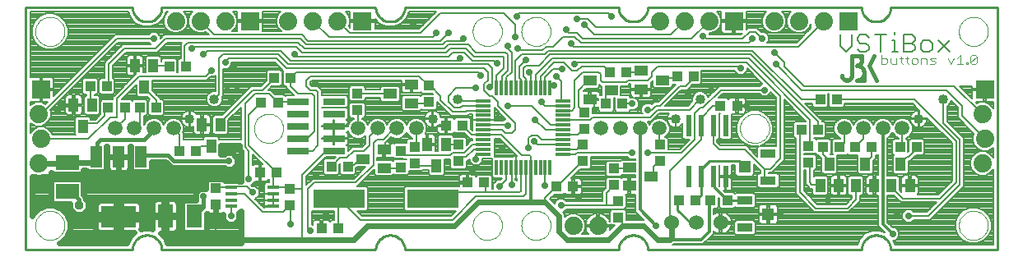
<source format=gtl>
G75*
%MOIN*%
%OFA0B0*%
%FSLAX24Y24*%
%IPPOS*%
%LPD*%
%AMOC8*
5,1,8,0,0,1.08239X$1,22.5*
%
%ADD10C,0.0100*%
%ADD11C,0.0060*%
%ADD12C,0.0030*%
%ADD13C,0.0594*%
%ADD14C,0.0400*%
%ADD15C,0.0000*%
%ADD16R,0.0740X0.0740*%
%ADD17C,0.0740*%
%ADD18R,0.0433X0.0394*%
%ADD19R,0.0118X0.0630*%
%ADD20R,0.0630X0.0118*%
%ADD21R,0.0472X0.0177*%
%ADD22R,0.0480X0.0880*%
%ADD23R,0.1417X0.0866*%
%ADD24R,0.0900X0.0250*%
%ADD25R,0.0945X0.0630*%
%ADD26R,0.0630X0.0945*%
%ADD27R,0.0394X0.0433*%
%ADD28R,0.0240X0.0870*%
%ADD29R,0.0630X0.0354*%
%ADD30R,0.0512X0.0512*%
%ADD31R,0.2100X0.0760*%
%ADD32C,0.0600*%
%ADD33C,0.0160*%
%ADD34R,0.0394X0.0551*%
%ADD35R,0.0551X0.0394*%
%ADD36OC8,0.0356*%
%ADD37OC8,0.0277*%
%ADD38C,0.0080*%
%ADD39C,0.0240*%
%ADD40C,0.0120*%
D10*
X001503Y000583D02*
X001503Y010426D01*
X005834Y010426D01*
X005833Y010426D02*
X005835Y010380D01*
X005840Y010334D01*
X005849Y010288D01*
X005862Y010243D01*
X005878Y010200D01*
X005897Y010158D01*
X005920Y010117D01*
X005946Y010079D01*
X005975Y010042D01*
X006006Y010008D01*
X006040Y009977D01*
X006077Y009948D01*
X006115Y009922D01*
X006156Y009899D01*
X006198Y009880D01*
X006241Y009864D01*
X006286Y009851D01*
X006332Y009842D01*
X006378Y009837D01*
X006424Y009835D01*
X006470Y009837D01*
X006516Y009842D01*
X006562Y009851D01*
X006607Y009864D01*
X006650Y009880D01*
X006692Y009899D01*
X006733Y009922D01*
X006771Y009948D01*
X006808Y009977D01*
X006842Y010008D01*
X006873Y010042D01*
X006902Y010079D01*
X006928Y010117D01*
X006951Y010158D01*
X006970Y010200D01*
X006986Y010243D01*
X006999Y010288D01*
X007008Y010334D01*
X007013Y010380D01*
X007015Y010426D01*
X015676Y010426D01*
X015678Y010380D01*
X015683Y010334D01*
X015692Y010288D01*
X015705Y010243D01*
X015721Y010200D01*
X015740Y010158D01*
X015763Y010117D01*
X015789Y010079D01*
X015818Y010042D01*
X015849Y010008D01*
X015883Y009977D01*
X015920Y009948D01*
X015958Y009922D01*
X015999Y009899D01*
X016041Y009880D01*
X016084Y009864D01*
X016129Y009851D01*
X016175Y009842D01*
X016221Y009837D01*
X016267Y009835D01*
X016313Y009837D01*
X016359Y009842D01*
X016405Y009851D01*
X016450Y009864D01*
X016493Y009880D01*
X016535Y009899D01*
X016576Y009922D01*
X016614Y009948D01*
X016651Y009977D01*
X016685Y010008D01*
X016716Y010042D01*
X016745Y010079D01*
X016771Y010117D01*
X016794Y010158D01*
X016813Y010200D01*
X016829Y010243D01*
X016842Y010288D01*
X016851Y010334D01*
X016856Y010380D01*
X016858Y010426D01*
X016857Y010426D02*
X025519Y010426D01*
X025518Y010426D02*
X025520Y010380D01*
X025525Y010334D01*
X025534Y010288D01*
X025547Y010243D01*
X025563Y010200D01*
X025582Y010158D01*
X025605Y010117D01*
X025631Y010079D01*
X025660Y010042D01*
X025691Y010008D01*
X025725Y009977D01*
X025762Y009948D01*
X025800Y009922D01*
X025841Y009899D01*
X025883Y009880D01*
X025926Y009864D01*
X025971Y009851D01*
X026017Y009842D01*
X026063Y009837D01*
X026109Y009835D01*
X026155Y009837D01*
X026201Y009842D01*
X026247Y009851D01*
X026292Y009864D01*
X026335Y009880D01*
X026377Y009899D01*
X026418Y009922D01*
X026456Y009948D01*
X026493Y009977D01*
X026527Y010008D01*
X026558Y010042D01*
X026587Y010079D01*
X026613Y010117D01*
X026636Y010158D01*
X026655Y010200D01*
X026671Y010243D01*
X026684Y010288D01*
X026693Y010334D01*
X026698Y010380D01*
X026700Y010426D01*
X035361Y010426D01*
X035363Y010380D01*
X035368Y010334D01*
X035377Y010288D01*
X035390Y010243D01*
X035406Y010200D01*
X035425Y010158D01*
X035448Y010117D01*
X035474Y010079D01*
X035503Y010042D01*
X035534Y010008D01*
X035568Y009977D01*
X035605Y009948D01*
X035643Y009922D01*
X035684Y009899D01*
X035726Y009880D01*
X035769Y009864D01*
X035814Y009851D01*
X035860Y009842D01*
X035906Y009837D01*
X035952Y009835D01*
X035998Y009837D01*
X036044Y009842D01*
X036090Y009851D01*
X036135Y009864D01*
X036178Y009880D01*
X036220Y009899D01*
X036261Y009922D01*
X036299Y009948D01*
X036336Y009977D01*
X036370Y010008D01*
X036401Y010042D01*
X036430Y010079D01*
X036456Y010117D01*
X036479Y010158D01*
X036498Y010200D01*
X036514Y010243D01*
X036527Y010288D01*
X036536Y010334D01*
X036541Y010380D01*
X036543Y010426D01*
X036542Y010426D02*
X040873Y010426D01*
X040873Y000583D01*
X036542Y000583D01*
X036543Y000583D02*
X036541Y000629D01*
X036536Y000675D01*
X036527Y000721D01*
X036514Y000766D01*
X036498Y000809D01*
X036479Y000851D01*
X036456Y000892D01*
X036430Y000930D01*
X036401Y000967D01*
X036370Y001001D01*
X036336Y001032D01*
X036299Y001061D01*
X036261Y001087D01*
X036220Y001110D01*
X036178Y001129D01*
X036135Y001145D01*
X036090Y001158D01*
X036044Y001167D01*
X035998Y001172D01*
X035952Y001174D01*
X035906Y001172D01*
X035860Y001167D01*
X035814Y001158D01*
X035769Y001145D01*
X035726Y001129D01*
X035684Y001110D01*
X035643Y001087D01*
X035605Y001061D01*
X035568Y001032D01*
X035534Y001001D01*
X035503Y000967D01*
X035474Y000930D01*
X035448Y000892D01*
X035425Y000851D01*
X035406Y000809D01*
X035390Y000766D01*
X035377Y000721D01*
X035368Y000675D01*
X035363Y000629D01*
X035361Y000583D01*
X026700Y000583D01*
X026698Y000629D01*
X026693Y000675D01*
X026684Y000721D01*
X026671Y000766D01*
X026655Y000809D01*
X026636Y000851D01*
X026613Y000892D01*
X026587Y000930D01*
X026558Y000967D01*
X026527Y001001D01*
X026493Y001032D01*
X026456Y001061D01*
X026418Y001087D01*
X026377Y001110D01*
X026335Y001129D01*
X026292Y001145D01*
X026247Y001158D01*
X026201Y001167D01*
X026155Y001172D01*
X026109Y001174D01*
X026063Y001172D01*
X026017Y001167D01*
X025971Y001158D01*
X025926Y001145D01*
X025883Y001129D01*
X025841Y001110D01*
X025800Y001087D01*
X025762Y001061D01*
X025725Y001032D01*
X025691Y001001D01*
X025660Y000967D01*
X025631Y000930D01*
X025605Y000892D01*
X025582Y000851D01*
X025563Y000809D01*
X025547Y000766D01*
X025534Y000721D01*
X025525Y000675D01*
X025520Y000629D01*
X025518Y000583D01*
X025519Y000583D02*
X016857Y000583D01*
X016858Y000583D02*
X016856Y000629D01*
X016851Y000675D01*
X016842Y000721D01*
X016829Y000766D01*
X016813Y000809D01*
X016794Y000851D01*
X016771Y000892D01*
X016745Y000930D01*
X016716Y000967D01*
X016685Y001001D01*
X016651Y001032D01*
X016614Y001061D01*
X016576Y001087D01*
X016535Y001110D01*
X016493Y001129D01*
X016450Y001145D01*
X016405Y001158D01*
X016359Y001167D01*
X016313Y001172D01*
X016267Y001174D01*
X016221Y001172D01*
X016175Y001167D01*
X016129Y001158D01*
X016084Y001145D01*
X016041Y001129D01*
X015999Y001110D01*
X015958Y001087D01*
X015920Y001061D01*
X015883Y001032D01*
X015849Y001001D01*
X015818Y000967D01*
X015789Y000930D01*
X015763Y000892D01*
X015740Y000851D01*
X015721Y000809D01*
X015705Y000766D01*
X015692Y000721D01*
X015683Y000675D01*
X015678Y000629D01*
X015676Y000583D01*
X007015Y000583D01*
X007013Y000629D01*
X007008Y000675D01*
X006999Y000721D01*
X006986Y000766D01*
X006970Y000809D01*
X006951Y000851D01*
X006928Y000892D01*
X006902Y000930D01*
X006873Y000967D01*
X006842Y001001D01*
X006808Y001032D01*
X006771Y001061D01*
X006733Y001087D01*
X006692Y001110D01*
X006650Y001129D01*
X006607Y001145D01*
X006562Y001158D01*
X006516Y001167D01*
X006470Y001172D01*
X006424Y001174D01*
X006378Y001172D01*
X006332Y001167D01*
X006286Y001158D01*
X006241Y001145D01*
X006198Y001129D01*
X006156Y001110D01*
X006115Y001087D01*
X006077Y001061D01*
X006040Y001032D01*
X006006Y001001D01*
X005975Y000967D01*
X005946Y000930D01*
X005920Y000892D01*
X005897Y000851D01*
X005878Y000809D01*
X005862Y000766D01*
X005849Y000721D01*
X005840Y000675D01*
X005835Y000629D01*
X005833Y000583D01*
X005834Y000583D02*
X001503Y000583D01*
X022746Y007158D02*
X022746Y007263D01*
X022903Y007263D01*
X030318Y006423D02*
X030703Y006423D01*
X030385Y004183D02*
X029183Y004183D01*
X028853Y003853D01*
X028853Y003553D01*
X028853Y002799D01*
X028638Y002583D01*
X027968Y002583D02*
X027903Y002518D01*
X027903Y002183D01*
X028416Y001670D01*
X028654Y001670D01*
X031581Y002023D02*
X032063Y002023D01*
X030696Y002583D02*
X030625Y002575D01*
X030696Y002583D02*
X029918Y002583D01*
X029353Y003148D01*
X029353Y003553D01*
X029853Y003553D02*
X029863Y003543D01*
X030143Y003543D01*
X030625Y003943D02*
X030385Y004183D01*
D11*
X034726Y008613D02*
X034960Y008847D01*
X034960Y009314D01*
X035193Y009197D02*
X035310Y009314D01*
X035543Y009314D01*
X035660Y009197D01*
X035893Y009314D02*
X036360Y009314D01*
X036126Y009314D02*
X036126Y008613D01*
X036592Y008613D02*
X036826Y008613D01*
X036709Y008613D02*
X036709Y009080D01*
X036592Y009080D01*
X036709Y009314D02*
X036709Y009431D01*
X037059Y009314D02*
X037409Y009314D01*
X037526Y009197D01*
X037526Y009080D01*
X037409Y008964D01*
X037059Y008964D01*
X037409Y008964D02*
X037526Y008847D01*
X037526Y008730D01*
X037409Y008613D01*
X037059Y008613D01*
X037059Y009314D01*
X037759Y008964D02*
X037875Y009080D01*
X038109Y009080D01*
X038226Y008964D01*
X038226Y008730D01*
X038109Y008613D01*
X037875Y008613D01*
X037759Y008730D01*
X037759Y008964D01*
X038458Y009080D02*
X038926Y008613D01*
X038926Y009080D02*
X038458Y008613D01*
X035660Y008730D02*
X035543Y008613D01*
X035310Y008613D01*
X035193Y008730D01*
X035543Y008964D02*
X035660Y008847D01*
X035660Y008730D01*
X035543Y008964D02*
X035310Y008964D01*
X035193Y009080D01*
X035193Y009197D01*
X034493Y009314D02*
X034493Y008847D01*
X034726Y008613D01*
D12*
X036158Y008489D02*
X036158Y008118D01*
X036343Y008118D01*
X036405Y008180D01*
X036405Y008304D01*
X036343Y008365D01*
X036158Y008365D01*
X036526Y008365D02*
X036526Y008180D01*
X036588Y008118D01*
X036773Y008118D01*
X036773Y008365D01*
X036895Y008365D02*
X037018Y008365D01*
X036956Y008427D02*
X036956Y008180D01*
X037018Y008118D01*
X037202Y008180D02*
X037264Y008118D01*
X037202Y008180D02*
X037202Y008427D01*
X037140Y008365D02*
X037264Y008365D01*
X037386Y008304D02*
X037386Y008180D01*
X037447Y008118D01*
X037571Y008118D01*
X037633Y008180D01*
X037633Y008304D01*
X037571Y008365D01*
X037447Y008365D01*
X037386Y008304D01*
X037754Y008365D02*
X037939Y008365D01*
X038001Y008304D01*
X038001Y008118D01*
X038122Y008118D02*
X038307Y008118D01*
X038369Y008180D01*
X038307Y008242D01*
X038184Y008242D01*
X038122Y008304D01*
X038184Y008365D01*
X038369Y008365D01*
X038859Y008365D02*
X038982Y008118D01*
X039106Y008365D01*
X039227Y008365D02*
X039351Y008489D01*
X039351Y008118D01*
X039474Y008118D02*
X039227Y008118D01*
X039596Y008118D02*
X039596Y008180D01*
X039657Y008180D01*
X039657Y008118D01*
X039596Y008118D01*
X039780Y008180D02*
X039841Y008118D01*
X039965Y008118D01*
X040027Y008180D01*
X040027Y008427D01*
X039780Y008180D01*
X039780Y008427D01*
X039841Y008489D01*
X039965Y008489D01*
X040027Y008427D01*
X037754Y008365D02*
X037754Y008118D01*
D13*
X037015Y005505D03*
X036227Y005505D03*
X035440Y005505D03*
X034653Y005505D03*
X027172Y005505D03*
X026385Y005505D03*
X025597Y005505D03*
X024810Y005505D03*
X017330Y005505D03*
X016542Y005505D03*
X015755Y005505D03*
X014968Y005505D03*
X007487Y005505D03*
X006700Y005505D03*
X005912Y005505D03*
X005125Y005505D03*
D14*
X008145Y005891D03*
X009145Y006691D03*
X017988Y005891D03*
X018988Y006691D03*
X027831Y005891D03*
X028831Y006691D03*
X037673Y005891D03*
X038673Y006691D03*
D15*
X030440Y005505D02*
X030442Y005553D01*
X030448Y005601D01*
X030458Y005648D01*
X030471Y005694D01*
X030489Y005739D01*
X030509Y005783D01*
X030534Y005825D01*
X030562Y005864D01*
X030592Y005901D01*
X030626Y005935D01*
X030663Y005967D01*
X030701Y005996D01*
X030742Y006021D01*
X030785Y006043D01*
X030830Y006061D01*
X030876Y006075D01*
X030923Y006086D01*
X030971Y006093D01*
X031019Y006096D01*
X031067Y006095D01*
X031115Y006090D01*
X031163Y006081D01*
X031209Y006069D01*
X031254Y006052D01*
X031298Y006032D01*
X031340Y006009D01*
X031380Y005982D01*
X031418Y005952D01*
X031453Y005919D01*
X031485Y005883D01*
X031515Y005845D01*
X031541Y005804D01*
X031563Y005761D01*
X031583Y005717D01*
X031598Y005672D01*
X031610Y005625D01*
X031618Y005577D01*
X031622Y005529D01*
X031622Y005481D01*
X031618Y005433D01*
X031610Y005385D01*
X031598Y005338D01*
X031583Y005293D01*
X031563Y005249D01*
X031541Y005206D01*
X031515Y005165D01*
X031485Y005127D01*
X031453Y005091D01*
X031418Y005058D01*
X031380Y005028D01*
X031340Y005001D01*
X031298Y004978D01*
X031254Y004958D01*
X031209Y004941D01*
X031163Y004929D01*
X031115Y004920D01*
X031067Y004915D01*
X031019Y004914D01*
X030971Y004917D01*
X030923Y004924D01*
X030876Y004935D01*
X030830Y004949D01*
X030785Y004967D01*
X030742Y004989D01*
X030701Y005014D01*
X030663Y005043D01*
X030626Y005075D01*
X030592Y005109D01*
X030562Y005146D01*
X030534Y005185D01*
X030509Y005227D01*
X030489Y005271D01*
X030471Y005316D01*
X030458Y005362D01*
X030448Y005409D01*
X030442Y005457D01*
X030440Y005505D01*
X021581Y009442D02*
X021583Y009490D01*
X021589Y009538D01*
X021599Y009585D01*
X021612Y009631D01*
X021630Y009676D01*
X021650Y009720D01*
X021675Y009762D01*
X021703Y009801D01*
X021733Y009838D01*
X021767Y009872D01*
X021804Y009904D01*
X021842Y009933D01*
X021883Y009958D01*
X021926Y009980D01*
X021971Y009998D01*
X022017Y010012D01*
X022064Y010023D01*
X022112Y010030D01*
X022160Y010033D01*
X022208Y010032D01*
X022256Y010027D01*
X022304Y010018D01*
X022350Y010006D01*
X022395Y009989D01*
X022439Y009969D01*
X022481Y009946D01*
X022521Y009919D01*
X022559Y009889D01*
X022594Y009856D01*
X022626Y009820D01*
X022656Y009782D01*
X022682Y009741D01*
X022704Y009698D01*
X022724Y009654D01*
X022739Y009609D01*
X022751Y009562D01*
X022759Y009514D01*
X022763Y009466D01*
X022763Y009418D01*
X022759Y009370D01*
X022751Y009322D01*
X022739Y009275D01*
X022724Y009230D01*
X022704Y009186D01*
X022682Y009143D01*
X022656Y009102D01*
X022626Y009064D01*
X022594Y009028D01*
X022559Y008995D01*
X022521Y008965D01*
X022481Y008938D01*
X022439Y008915D01*
X022395Y008895D01*
X022350Y008878D01*
X022304Y008866D01*
X022256Y008857D01*
X022208Y008852D01*
X022160Y008851D01*
X022112Y008854D01*
X022064Y008861D01*
X022017Y008872D01*
X021971Y008886D01*
X021926Y008904D01*
X021883Y008926D01*
X021842Y008951D01*
X021804Y008980D01*
X021767Y009012D01*
X021733Y009046D01*
X021703Y009083D01*
X021675Y009122D01*
X021650Y009164D01*
X021630Y009208D01*
X021612Y009253D01*
X021599Y009299D01*
X021589Y009346D01*
X021583Y009394D01*
X021581Y009442D01*
X019613Y009442D02*
X019615Y009490D01*
X019621Y009538D01*
X019631Y009585D01*
X019644Y009631D01*
X019662Y009676D01*
X019682Y009720D01*
X019707Y009762D01*
X019735Y009801D01*
X019765Y009838D01*
X019799Y009872D01*
X019836Y009904D01*
X019874Y009933D01*
X019915Y009958D01*
X019958Y009980D01*
X020003Y009998D01*
X020049Y010012D01*
X020096Y010023D01*
X020144Y010030D01*
X020192Y010033D01*
X020240Y010032D01*
X020288Y010027D01*
X020336Y010018D01*
X020382Y010006D01*
X020427Y009989D01*
X020471Y009969D01*
X020513Y009946D01*
X020553Y009919D01*
X020591Y009889D01*
X020626Y009856D01*
X020658Y009820D01*
X020688Y009782D01*
X020714Y009741D01*
X020736Y009698D01*
X020756Y009654D01*
X020771Y009609D01*
X020783Y009562D01*
X020791Y009514D01*
X020795Y009466D01*
X020795Y009418D01*
X020791Y009370D01*
X020783Y009322D01*
X020771Y009275D01*
X020756Y009230D01*
X020736Y009186D01*
X020714Y009143D01*
X020688Y009102D01*
X020658Y009064D01*
X020626Y009028D01*
X020591Y008995D01*
X020553Y008965D01*
X020513Y008938D01*
X020471Y008915D01*
X020427Y008895D01*
X020382Y008878D01*
X020336Y008866D01*
X020288Y008857D01*
X020240Y008852D01*
X020192Y008851D01*
X020144Y008854D01*
X020096Y008861D01*
X020049Y008872D01*
X020003Y008886D01*
X019958Y008904D01*
X019915Y008926D01*
X019874Y008951D01*
X019836Y008980D01*
X019799Y009012D01*
X019765Y009046D01*
X019735Y009083D01*
X019707Y009122D01*
X019682Y009164D01*
X019662Y009208D01*
X019644Y009253D01*
X019631Y009299D01*
X019621Y009346D01*
X019615Y009394D01*
X019613Y009442D01*
X010754Y005505D02*
X010756Y005553D01*
X010762Y005601D01*
X010772Y005648D01*
X010785Y005694D01*
X010803Y005739D01*
X010823Y005783D01*
X010848Y005825D01*
X010876Y005864D01*
X010906Y005901D01*
X010940Y005935D01*
X010977Y005967D01*
X011015Y005996D01*
X011056Y006021D01*
X011099Y006043D01*
X011144Y006061D01*
X011190Y006075D01*
X011237Y006086D01*
X011285Y006093D01*
X011333Y006096D01*
X011381Y006095D01*
X011429Y006090D01*
X011477Y006081D01*
X011523Y006069D01*
X011568Y006052D01*
X011612Y006032D01*
X011654Y006009D01*
X011694Y005982D01*
X011732Y005952D01*
X011767Y005919D01*
X011799Y005883D01*
X011829Y005845D01*
X011855Y005804D01*
X011877Y005761D01*
X011897Y005717D01*
X011912Y005672D01*
X011924Y005625D01*
X011932Y005577D01*
X011936Y005529D01*
X011936Y005481D01*
X011932Y005433D01*
X011924Y005385D01*
X011912Y005338D01*
X011897Y005293D01*
X011877Y005249D01*
X011855Y005206D01*
X011829Y005165D01*
X011799Y005127D01*
X011767Y005091D01*
X011732Y005058D01*
X011694Y005028D01*
X011654Y005001D01*
X011612Y004978D01*
X011568Y004958D01*
X011523Y004941D01*
X011477Y004929D01*
X011429Y004920D01*
X011381Y004915D01*
X011333Y004914D01*
X011285Y004917D01*
X011237Y004924D01*
X011190Y004935D01*
X011144Y004949D01*
X011099Y004967D01*
X011056Y004989D01*
X011015Y005014D01*
X010977Y005043D01*
X010940Y005075D01*
X010906Y005109D01*
X010876Y005146D01*
X010848Y005185D01*
X010823Y005227D01*
X010803Y005271D01*
X010785Y005316D01*
X010772Y005362D01*
X010762Y005409D01*
X010756Y005457D01*
X010754Y005505D01*
X001896Y009442D02*
X001898Y009490D01*
X001904Y009538D01*
X001914Y009585D01*
X001927Y009631D01*
X001945Y009676D01*
X001965Y009720D01*
X001990Y009762D01*
X002018Y009801D01*
X002048Y009838D01*
X002082Y009872D01*
X002119Y009904D01*
X002157Y009933D01*
X002198Y009958D01*
X002241Y009980D01*
X002286Y009998D01*
X002332Y010012D01*
X002379Y010023D01*
X002427Y010030D01*
X002475Y010033D01*
X002523Y010032D01*
X002571Y010027D01*
X002619Y010018D01*
X002665Y010006D01*
X002710Y009989D01*
X002754Y009969D01*
X002796Y009946D01*
X002836Y009919D01*
X002874Y009889D01*
X002909Y009856D01*
X002941Y009820D01*
X002971Y009782D01*
X002997Y009741D01*
X003019Y009698D01*
X003039Y009654D01*
X003054Y009609D01*
X003066Y009562D01*
X003074Y009514D01*
X003078Y009466D01*
X003078Y009418D01*
X003074Y009370D01*
X003066Y009322D01*
X003054Y009275D01*
X003039Y009230D01*
X003019Y009186D01*
X002997Y009143D01*
X002971Y009102D01*
X002941Y009064D01*
X002909Y009028D01*
X002874Y008995D01*
X002836Y008965D01*
X002796Y008938D01*
X002754Y008915D01*
X002710Y008895D01*
X002665Y008878D01*
X002619Y008866D01*
X002571Y008857D01*
X002523Y008852D01*
X002475Y008851D01*
X002427Y008854D01*
X002379Y008861D01*
X002332Y008872D01*
X002286Y008886D01*
X002241Y008904D01*
X002198Y008926D01*
X002157Y008951D01*
X002119Y008980D01*
X002082Y009012D01*
X002048Y009046D01*
X002018Y009083D01*
X001990Y009122D01*
X001965Y009164D01*
X001945Y009208D01*
X001927Y009253D01*
X001914Y009299D01*
X001904Y009346D01*
X001898Y009394D01*
X001896Y009442D01*
X001896Y001568D02*
X001898Y001616D01*
X001904Y001664D01*
X001914Y001711D01*
X001927Y001757D01*
X001945Y001802D01*
X001965Y001846D01*
X001990Y001888D01*
X002018Y001927D01*
X002048Y001964D01*
X002082Y001998D01*
X002119Y002030D01*
X002157Y002059D01*
X002198Y002084D01*
X002241Y002106D01*
X002286Y002124D01*
X002332Y002138D01*
X002379Y002149D01*
X002427Y002156D01*
X002475Y002159D01*
X002523Y002158D01*
X002571Y002153D01*
X002619Y002144D01*
X002665Y002132D01*
X002710Y002115D01*
X002754Y002095D01*
X002796Y002072D01*
X002836Y002045D01*
X002874Y002015D01*
X002909Y001982D01*
X002941Y001946D01*
X002971Y001908D01*
X002997Y001867D01*
X003019Y001824D01*
X003039Y001780D01*
X003054Y001735D01*
X003066Y001688D01*
X003074Y001640D01*
X003078Y001592D01*
X003078Y001544D01*
X003074Y001496D01*
X003066Y001448D01*
X003054Y001401D01*
X003039Y001356D01*
X003019Y001312D01*
X002997Y001269D01*
X002971Y001228D01*
X002941Y001190D01*
X002909Y001154D01*
X002874Y001121D01*
X002836Y001091D01*
X002796Y001064D01*
X002754Y001041D01*
X002710Y001021D01*
X002665Y001004D01*
X002619Y000992D01*
X002571Y000983D01*
X002523Y000978D01*
X002475Y000977D01*
X002427Y000980D01*
X002379Y000987D01*
X002332Y000998D01*
X002286Y001012D01*
X002241Y001030D01*
X002198Y001052D01*
X002157Y001077D01*
X002119Y001106D01*
X002082Y001138D01*
X002048Y001172D01*
X002018Y001209D01*
X001990Y001248D01*
X001965Y001290D01*
X001945Y001334D01*
X001927Y001379D01*
X001914Y001425D01*
X001904Y001472D01*
X001898Y001520D01*
X001896Y001568D01*
X019613Y001568D02*
X019615Y001616D01*
X019621Y001664D01*
X019631Y001711D01*
X019644Y001757D01*
X019662Y001802D01*
X019682Y001846D01*
X019707Y001888D01*
X019735Y001927D01*
X019765Y001964D01*
X019799Y001998D01*
X019836Y002030D01*
X019874Y002059D01*
X019915Y002084D01*
X019958Y002106D01*
X020003Y002124D01*
X020049Y002138D01*
X020096Y002149D01*
X020144Y002156D01*
X020192Y002159D01*
X020240Y002158D01*
X020288Y002153D01*
X020336Y002144D01*
X020382Y002132D01*
X020427Y002115D01*
X020471Y002095D01*
X020513Y002072D01*
X020553Y002045D01*
X020591Y002015D01*
X020626Y001982D01*
X020658Y001946D01*
X020688Y001908D01*
X020714Y001867D01*
X020736Y001824D01*
X020756Y001780D01*
X020771Y001735D01*
X020783Y001688D01*
X020791Y001640D01*
X020795Y001592D01*
X020795Y001544D01*
X020791Y001496D01*
X020783Y001448D01*
X020771Y001401D01*
X020756Y001356D01*
X020736Y001312D01*
X020714Y001269D01*
X020688Y001228D01*
X020658Y001190D01*
X020626Y001154D01*
X020591Y001121D01*
X020553Y001091D01*
X020513Y001064D01*
X020471Y001041D01*
X020427Y001021D01*
X020382Y001004D01*
X020336Y000992D01*
X020288Y000983D01*
X020240Y000978D01*
X020192Y000977D01*
X020144Y000980D01*
X020096Y000987D01*
X020049Y000998D01*
X020003Y001012D01*
X019958Y001030D01*
X019915Y001052D01*
X019874Y001077D01*
X019836Y001106D01*
X019799Y001138D01*
X019765Y001172D01*
X019735Y001209D01*
X019707Y001248D01*
X019682Y001290D01*
X019662Y001334D01*
X019644Y001379D01*
X019631Y001425D01*
X019621Y001472D01*
X019615Y001520D01*
X019613Y001568D01*
X021581Y001568D02*
X021583Y001616D01*
X021589Y001664D01*
X021599Y001711D01*
X021612Y001757D01*
X021630Y001802D01*
X021650Y001846D01*
X021675Y001888D01*
X021703Y001927D01*
X021733Y001964D01*
X021767Y001998D01*
X021804Y002030D01*
X021842Y002059D01*
X021883Y002084D01*
X021926Y002106D01*
X021971Y002124D01*
X022017Y002138D01*
X022064Y002149D01*
X022112Y002156D01*
X022160Y002159D01*
X022208Y002158D01*
X022256Y002153D01*
X022304Y002144D01*
X022350Y002132D01*
X022395Y002115D01*
X022439Y002095D01*
X022481Y002072D01*
X022521Y002045D01*
X022559Y002015D01*
X022594Y001982D01*
X022626Y001946D01*
X022656Y001908D01*
X022682Y001867D01*
X022704Y001824D01*
X022724Y001780D01*
X022739Y001735D01*
X022751Y001688D01*
X022759Y001640D01*
X022763Y001592D01*
X022763Y001544D01*
X022759Y001496D01*
X022751Y001448D01*
X022739Y001401D01*
X022724Y001356D01*
X022704Y001312D01*
X022682Y001269D01*
X022656Y001228D01*
X022626Y001190D01*
X022594Y001154D01*
X022559Y001121D01*
X022521Y001091D01*
X022481Y001064D01*
X022439Y001041D01*
X022395Y001021D01*
X022350Y001004D01*
X022304Y000992D01*
X022256Y000983D01*
X022208Y000978D01*
X022160Y000977D01*
X022112Y000980D01*
X022064Y000987D01*
X022017Y000998D01*
X021971Y001012D01*
X021926Y001030D01*
X021883Y001052D01*
X021842Y001077D01*
X021804Y001106D01*
X021767Y001138D01*
X021733Y001172D01*
X021703Y001209D01*
X021675Y001248D01*
X021650Y001290D01*
X021630Y001334D01*
X021612Y001379D01*
X021599Y001425D01*
X021589Y001472D01*
X021583Y001520D01*
X021581Y001568D01*
X039298Y001568D02*
X039300Y001616D01*
X039306Y001664D01*
X039316Y001711D01*
X039329Y001757D01*
X039347Y001802D01*
X039367Y001846D01*
X039392Y001888D01*
X039420Y001927D01*
X039450Y001964D01*
X039484Y001998D01*
X039521Y002030D01*
X039559Y002059D01*
X039600Y002084D01*
X039643Y002106D01*
X039688Y002124D01*
X039734Y002138D01*
X039781Y002149D01*
X039829Y002156D01*
X039877Y002159D01*
X039925Y002158D01*
X039973Y002153D01*
X040021Y002144D01*
X040067Y002132D01*
X040112Y002115D01*
X040156Y002095D01*
X040198Y002072D01*
X040238Y002045D01*
X040276Y002015D01*
X040311Y001982D01*
X040343Y001946D01*
X040373Y001908D01*
X040399Y001867D01*
X040421Y001824D01*
X040441Y001780D01*
X040456Y001735D01*
X040468Y001688D01*
X040476Y001640D01*
X040480Y001592D01*
X040480Y001544D01*
X040476Y001496D01*
X040468Y001448D01*
X040456Y001401D01*
X040441Y001356D01*
X040421Y001312D01*
X040399Y001269D01*
X040373Y001228D01*
X040343Y001190D01*
X040311Y001154D01*
X040276Y001121D01*
X040238Y001091D01*
X040198Y001064D01*
X040156Y001041D01*
X040112Y001021D01*
X040067Y001004D01*
X040021Y000992D01*
X039973Y000983D01*
X039925Y000978D01*
X039877Y000977D01*
X039829Y000980D01*
X039781Y000987D01*
X039734Y000998D01*
X039688Y001012D01*
X039643Y001030D01*
X039600Y001052D01*
X039559Y001077D01*
X039521Y001106D01*
X039484Y001138D01*
X039450Y001172D01*
X039420Y001209D01*
X039392Y001248D01*
X039367Y001290D01*
X039347Y001334D01*
X039329Y001379D01*
X039316Y001425D01*
X039306Y001472D01*
X039300Y001520D01*
X039298Y001568D01*
X039298Y009442D02*
X039300Y009490D01*
X039306Y009538D01*
X039316Y009585D01*
X039329Y009631D01*
X039347Y009676D01*
X039367Y009720D01*
X039392Y009762D01*
X039420Y009801D01*
X039450Y009838D01*
X039484Y009872D01*
X039521Y009904D01*
X039559Y009933D01*
X039600Y009958D01*
X039643Y009980D01*
X039688Y009998D01*
X039734Y010012D01*
X039781Y010023D01*
X039829Y010030D01*
X039877Y010033D01*
X039925Y010032D01*
X039973Y010027D01*
X040021Y010018D01*
X040067Y010006D01*
X040112Y009989D01*
X040156Y009969D01*
X040198Y009946D01*
X040238Y009919D01*
X040276Y009889D01*
X040311Y009856D01*
X040343Y009820D01*
X040373Y009782D01*
X040399Y009741D01*
X040421Y009698D01*
X040441Y009654D01*
X040456Y009609D01*
X040468Y009562D01*
X040476Y009514D01*
X040480Y009466D01*
X040480Y009418D01*
X040476Y009370D01*
X040468Y009322D01*
X040456Y009275D01*
X040441Y009230D01*
X040421Y009186D01*
X040399Y009143D01*
X040373Y009102D01*
X040343Y009064D01*
X040311Y009028D01*
X040276Y008995D01*
X040238Y008965D01*
X040198Y008938D01*
X040156Y008915D01*
X040112Y008895D01*
X040067Y008878D01*
X040021Y008866D01*
X039973Y008857D01*
X039925Y008852D01*
X039877Y008851D01*
X039829Y008854D01*
X039781Y008861D01*
X039734Y008872D01*
X039688Y008886D01*
X039643Y008904D01*
X039600Y008926D01*
X039559Y008951D01*
X039521Y008980D01*
X039484Y009012D01*
X039450Y009046D01*
X039420Y009083D01*
X039392Y009122D01*
X039367Y009164D01*
X039347Y009208D01*
X039329Y009253D01*
X039316Y009299D01*
X039306Y009346D01*
X039300Y009394D01*
X039298Y009442D01*
D16*
X034823Y009863D03*
X030183Y009863D03*
X040353Y007083D03*
X015143Y009863D03*
X010583Y009863D03*
X002133Y007083D03*
D17*
X002033Y006083D03*
X002133Y005083D03*
X002033Y004083D03*
X007583Y009863D03*
X008583Y009863D03*
X009583Y009863D03*
X012143Y009863D03*
X013143Y009863D03*
X014143Y009863D03*
X027183Y009863D03*
X028183Y009863D03*
X029183Y009863D03*
X031823Y009863D03*
X032823Y009863D03*
X033823Y009863D03*
X040253Y006083D03*
X040353Y005083D03*
X040253Y004083D03*
X024683Y001550D03*
X023683Y001550D03*
D18*
X025503Y001889D03*
X025503Y002558D03*
X025343Y003209D03*
X023678Y003143D03*
X023008Y003143D03*
X025343Y003878D03*
X024063Y004169D03*
X024063Y004838D03*
X024123Y005489D03*
X024123Y006158D03*
X027183Y004838D03*
X027183Y004169D03*
X033203Y004129D03*
X033203Y004798D03*
X030318Y006423D03*
X029648Y006423D03*
X020078Y003303D03*
X019408Y003303D03*
X017263Y004089D03*
X016703Y003929D03*
X016703Y004598D03*
X017263Y004758D03*
X019023Y004838D03*
X019023Y004169D03*
X019198Y005623D03*
X018528Y005623D03*
X017825Y006569D03*
X017825Y007238D03*
X014943Y006918D03*
X014943Y006249D03*
X011678Y003703D03*
X011008Y003703D03*
X012203Y003038D03*
X012203Y002369D03*
X013488Y001463D03*
X014158Y001463D03*
X009203Y002409D03*
X009203Y003078D03*
D19*
X020580Y003929D03*
X020777Y003929D03*
X020974Y003929D03*
X021171Y003929D03*
X021368Y003929D03*
X021565Y003929D03*
X021761Y003929D03*
X021958Y003929D03*
X022155Y003929D03*
X022352Y003929D03*
X022549Y003929D03*
X022746Y003929D03*
X022746Y007158D03*
X022549Y007158D03*
X022352Y007158D03*
X022155Y007158D03*
X021958Y007158D03*
X021761Y007158D03*
X021565Y007158D03*
X021368Y007158D03*
X021171Y007158D03*
X020974Y007158D03*
X020777Y007158D03*
X020580Y007158D03*
D20*
X020049Y006626D03*
X020049Y006429D03*
X020049Y006232D03*
X020049Y006036D03*
X020049Y005839D03*
X020049Y005642D03*
X020049Y005445D03*
X020049Y005248D03*
X020049Y005051D03*
X020049Y004854D03*
X020049Y004658D03*
X020049Y004461D03*
X023277Y004461D03*
X023277Y004658D03*
X023277Y004854D03*
X023277Y005051D03*
X023277Y005248D03*
X023277Y005445D03*
X023277Y005642D03*
X023277Y005839D03*
X023277Y006036D03*
X023277Y006232D03*
X023277Y006429D03*
X023277Y006626D03*
D21*
X011535Y003103D03*
X011535Y002847D03*
X011535Y002591D03*
X011535Y002335D03*
X009823Y002335D03*
X009823Y002591D03*
X009823Y002847D03*
X009823Y003103D03*
D22*
X006173Y004363D03*
X005263Y004363D03*
X004353Y004363D03*
D23*
X005263Y001923D03*
D24*
X012539Y004597D03*
X013989Y004597D03*
X013989Y005097D03*
X012539Y005097D03*
X012539Y005597D03*
X013989Y005597D03*
X013989Y006097D03*
X012539Y006097D03*
X012539Y006597D03*
X013989Y006597D03*
D25*
X003183Y004134D03*
X003183Y002953D03*
D26*
X007152Y001943D03*
X008334Y001943D03*
D27*
X013888Y003943D03*
X014558Y003943D03*
X008398Y004583D03*
X007728Y004583D03*
X006798Y006343D03*
X006128Y006343D03*
X005518Y006343D03*
X004848Y006343D03*
X004798Y007223D03*
X004128Y007223D03*
X007328Y008023D03*
X007998Y008023D03*
X011568Y007543D03*
X012238Y007543D03*
X011718Y006543D03*
X011048Y006543D03*
X025008Y006503D03*
X025678Y006503D03*
X027888Y007623D03*
X028558Y007623D03*
X025838Y007783D03*
X025168Y007783D03*
X032928Y005463D03*
X033598Y005463D03*
X033808Y004743D03*
X034478Y004743D03*
X035088Y004743D03*
X035758Y004743D03*
X036928Y004743D03*
X037598Y004743D03*
X034358Y006683D03*
X033688Y006683D03*
X029918Y002583D03*
X029248Y002583D03*
X028638Y002583D03*
X027968Y002583D03*
D28*
X028353Y003553D03*
X028853Y003553D03*
X029353Y003553D03*
X029853Y003553D03*
X029853Y005613D03*
X029353Y005613D03*
X028853Y005613D03*
X028353Y005613D03*
D29*
X031581Y004495D03*
X031581Y003392D03*
X030625Y002575D03*
X030625Y001472D03*
D30*
X031581Y002023D03*
X030625Y003943D03*
D31*
X018003Y002663D03*
X014203Y002663D03*
D32*
X027654Y001670D03*
X028654Y001670D03*
X029654Y001670D03*
D33*
X026385Y001545D02*
X026383Y001543D01*
X009743Y004183D02*
X007503Y004183D01*
X007263Y004423D01*
X006233Y004423D01*
X006173Y004363D01*
X006863Y004023D02*
X006863Y003703D01*
X006783Y003623D01*
X005263Y003623D01*
X005263Y004363D01*
X004383Y004393D02*
X004353Y004363D01*
X004383Y004393D02*
X004383Y004903D01*
X004523Y005043D01*
X006283Y005043D01*
X006700Y005460D01*
X006700Y005505D01*
X003449Y006456D02*
X002896Y006456D01*
X002783Y006343D01*
X002783Y006183D01*
X003183Y002953D02*
X003392Y002743D01*
X003543Y002743D01*
X003663Y002623D01*
X003663Y002383D01*
X008334Y001943D02*
X008703Y002313D01*
X008703Y002743D01*
X034563Y007663D02*
X034565Y007637D01*
X034570Y007611D01*
X034578Y007586D01*
X034590Y007563D01*
X034604Y007541D01*
X034622Y007522D01*
X034641Y007504D01*
X034663Y007490D01*
X034686Y007478D01*
X034711Y007470D01*
X034737Y007465D01*
X034763Y007463D01*
X035163Y007463D02*
X035463Y007463D01*
X035463Y007763D01*
X035461Y007729D01*
X035455Y007696D01*
X035446Y007664D01*
X035433Y007633D01*
X035417Y007603D01*
X035398Y007576D01*
X035375Y007551D01*
X035350Y007528D01*
X035323Y007509D01*
X035293Y007493D01*
X035262Y007480D01*
X035230Y007471D01*
X035197Y007465D01*
X035163Y007463D01*
X034963Y007663D02*
X034963Y008463D01*
X035363Y008463D01*
X035363Y008263D01*
X035361Y008237D01*
X035356Y008211D01*
X035348Y008186D01*
X035336Y008163D01*
X035322Y008141D01*
X035304Y008122D01*
X035285Y008104D01*
X035263Y008090D01*
X035240Y008078D01*
X035215Y008070D01*
X035189Y008065D01*
X035163Y008063D01*
X035663Y008063D02*
X035963Y007463D01*
X035463Y007763D02*
X035461Y007797D01*
X035455Y007830D01*
X035446Y007862D01*
X035433Y007893D01*
X035417Y007923D01*
X035398Y007950D01*
X035375Y007975D01*
X035350Y007998D01*
X035323Y008017D01*
X035293Y008033D01*
X035262Y008046D01*
X035230Y008055D01*
X035197Y008061D01*
X035163Y008063D01*
X035663Y008063D02*
X035863Y008463D01*
X035163Y008463D02*
X034963Y008463D01*
X035163Y008463D02*
X035189Y008461D01*
X035215Y008456D01*
X035240Y008448D01*
X035263Y008436D01*
X035285Y008422D01*
X035304Y008404D01*
X035322Y008385D01*
X035336Y008363D01*
X035348Y008340D01*
X035356Y008315D01*
X035361Y008289D01*
X035363Y008263D01*
X034963Y007663D02*
X034961Y007637D01*
X034956Y007611D01*
X034948Y007586D01*
X034936Y007563D01*
X034922Y007541D01*
X034904Y007522D01*
X034885Y007504D01*
X034863Y007490D01*
X034840Y007478D01*
X034815Y007470D01*
X034789Y007465D01*
X034763Y007463D01*
D34*
X034063Y004056D03*
X035503Y004056D03*
X036943Y004056D03*
X037317Y003190D03*
X036569Y003190D03*
X035877Y003190D03*
X035129Y003190D03*
X034437Y003190D03*
X033689Y003190D03*
X018517Y004856D03*
X017769Y004856D03*
X018143Y003990D03*
X009397Y005656D03*
X008649Y005656D03*
X009023Y004790D03*
X003823Y005590D03*
X004197Y006456D03*
X003449Y006456D03*
X006303Y007190D03*
X006677Y008056D03*
X005929Y008056D03*
D35*
X016270Y006903D03*
X017136Y006529D03*
X017136Y007277D03*
X024350Y007437D03*
X025216Y007063D03*
X024350Y006689D03*
X026430Y007089D03*
X027296Y007463D03*
X026430Y007837D03*
X016016Y004637D03*
X015150Y004263D03*
X016016Y003889D03*
X025950Y003917D03*
X026816Y003543D03*
X025950Y003169D03*
D36*
X003663Y002383D03*
D37*
X008703Y002743D03*
X010703Y002903D03*
X011023Y003223D03*
X010543Y003463D03*
X009743Y004183D03*
X013263Y003623D03*
X015103Y004983D03*
X016303Y004983D03*
X019743Y004263D03*
X020783Y004663D03*
X021863Y004703D03*
X022103Y004983D03*
X021023Y005623D03*
X020623Y005903D03*
X021023Y006423D03*
X022383Y006583D03*
X022903Y007263D03*
X022983Y007623D03*
X023223Y007903D03*
X023723Y008103D03*
X021903Y007783D03*
X020583Y008143D03*
X021763Y008283D03*
X021423Y008743D03*
X021023Y008863D03*
X021343Y009223D03*
X023383Y009503D03*
X024143Y009703D03*
X023823Y009943D03*
X025223Y010063D03*
X023583Y008943D03*
X021383Y010063D03*
X019223Y009143D03*
X018623Y009383D03*
X018143Y009383D03*
X017183Y009703D03*
X019103Y008343D03*
X019943Y007663D03*
X020303Y007183D03*
X019743Y007143D03*
X022143Y005863D03*
X026063Y006503D03*
X026703Y006263D03*
X027023Y006743D03*
X028343Y006903D03*
X029263Y007223D03*
X031423Y007063D03*
X030703Y006423D03*
X030463Y007943D03*
X031903Y008103D03*
X031823Y008583D03*
X031343Y009143D03*
X030943Y009143D03*
X028943Y009263D03*
X013223Y007343D03*
X010063Y007063D03*
X009663Y007063D03*
X009823Y006663D03*
X009023Y007863D03*
X009943Y008063D03*
X009583Y008183D03*
X008703Y008503D03*
X008223Y008743D03*
X006703Y009143D03*
X012383Y008503D03*
X002783Y006183D03*
X009823Y001943D03*
X012223Y001623D03*
X013023Y001343D03*
X013663Y002023D03*
X019583Y003703D03*
X021183Y003223D03*
X020703Y003143D03*
X022543Y003183D03*
X023903Y002663D03*
X023183Y002383D03*
X027043Y001543D03*
X032063Y002023D03*
X033983Y002583D03*
X036783Y002063D03*
X037263Y001943D03*
X036623Y001223D03*
X038463Y002983D03*
X030143Y003543D03*
X026703Y004503D03*
X026063Y004503D03*
D38*
X023823Y004503D01*
X023780Y004461D01*
X023277Y004461D01*
X023277Y004658D02*
X023817Y004658D01*
X023903Y004743D01*
X023968Y004743D01*
X024063Y004838D01*
X023277Y004854D02*
X022232Y004854D01*
X022103Y004983D01*
X021863Y005103D02*
X021983Y005223D01*
X022223Y005223D01*
X022395Y005051D01*
X023277Y005051D01*
X023277Y005248D02*
X023864Y005248D01*
X024104Y005489D01*
X024123Y005489D01*
X024358Y005839D02*
X023277Y005839D01*
X023277Y005642D02*
X022765Y005642D01*
X021983Y006423D01*
X021023Y006423D01*
X020623Y006423D02*
X021343Y005703D01*
X021343Y005463D01*
X021183Y005303D01*
X020943Y005303D01*
X020801Y005445D01*
X020049Y005445D01*
X020049Y005248D02*
X019558Y005248D01*
X019198Y005609D01*
X019198Y005623D01*
X019358Y005623D01*
X019534Y005607D02*
X019614Y005607D01*
X019614Y005529D02*
X019534Y005529D01*
X019534Y005498D02*
X019534Y005870D01*
X019464Y005940D01*
X018931Y005940D01*
X018872Y005881D01*
X018857Y005906D01*
X018831Y005932D01*
X018799Y005951D01*
X018763Y005960D01*
X018568Y005960D01*
X018568Y005663D01*
X018488Y005663D01*
X018488Y005583D01*
X018568Y005583D01*
X018568Y005287D01*
X018763Y005287D01*
X018799Y005296D01*
X018831Y005315D01*
X018857Y005341D01*
X018872Y005366D01*
X018931Y005307D01*
X019274Y005307D01*
X019492Y005088D01*
X019614Y005088D01*
X019614Y005014D01*
X019548Y005014D01*
X019359Y004826D01*
X019359Y005085D01*
X019289Y005155D01*
X018834Y005155D01*
X018834Y005182D01*
X018764Y005252D01*
X018270Y005252D01*
X018200Y005182D01*
X018200Y004583D01*
X018106Y004583D01*
X018106Y004816D01*
X017809Y004816D01*
X017809Y004896D01*
X018106Y004896D01*
X018106Y005150D01*
X018096Y005186D01*
X018078Y005218D01*
X018052Y005244D01*
X018020Y005263D01*
X017984Y005272D01*
X017809Y005272D01*
X017809Y004896D01*
X017729Y004896D01*
X017729Y005272D01*
X017685Y005272D01*
X017747Y005422D01*
X017747Y005588D01*
X017689Y005726D01*
X017724Y005674D01*
X017771Y005627D01*
X017827Y005590D01*
X017889Y005564D01*
X017955Y005551D01*
X017978Y005551D01*
X017978Y005881D01*
X017648Y005881D01*
X017648Y005857D01*
X017661Y005792D01*
X017681Y005742D01*
X017566Y005858D01*
X017413Y005921D01*
X017648Y005921D01*
X017648Y005924D02*
X017648Y005901D01*
X017978Y005901D01*
X017978Y006231D01*
X017955Y006231D01*
X017889Y006218D01*
X017827Y006192D01*
X017771Y006155D01*
X017724Y006108D01*
X017687Y006052D01*
X017661Y005990D01*
X017648Y005924D01*
X017665Y006000D02*
X015277Y006000D01*
X015279Y006002D02*
X015279Y006495D01*
X015209Y006566D01*
X014677Y006566D01*
X014606Y006495D01*
X014606Y006002D01*
X014677Y005932D01*
X014808Y005932D01*
X014808Y005890D01*
X014731Y005858D01*
X014614Y005741D01*
X014579Y005655D01*
X014579Y005740D01*
X014569Y005776D01*
X014551Y005808D01*
X014525Y005834D01*
X014493Y005852D01*
X014490Y005853D01*
X014559Y005922D01*
X014559Y006271D01*
X014488Y006342D01*
X013503Y006342D01*
X013503Y006352D01*
X014488Y006352D01*
X014559Y006422D01*
X014559Y006771D01*
X014488Y006842D01*
X013503Y006842D01*
X013503Y007050D01*
X013423Y007130D01*
X013329Y007223D01*
X013089Y007223D01*
X013023Y007290D01*
X013023Y007397D01*
X013089Y007463D01*
X016720Y007463D01*
X016720Y007317D01*
X017096Y007317D01*
X017096Y007237D01*
X017176Y007237D01*
X017176Y006941D01*
X017430Y006941D01*
X017466Y006950D01*
X017498Y006969D01*
X017504Y006975D01*
X017559Y006921D01*
X017979Y006921D01*
X018014Y006886D01*
X017559Y006886D01*
X017490Y006817D01*
X017461Y006846D01*
X016811Y006846D01*
X016740Y006776D01*
X016740Y006283D01*
X016811Y006213D01*
X017461Y006213D01*
X017530Y006281D01*
X017559Y006252D01*
X018091Y006252D01*
X018161Y006322D01*
X018161Y006579D01*
X018717Y006023D01*
X019409Y006023D01*
X019458Y006072D01*
X019614Y006072D01*
X019614Y005970D01*
X019603Y005952D01*
X019594Y005916D01*
X019594Y005839D01*
X020049Y005839D01*
X020504Y005839D01*
X020504Y005916D01*
X020494Y005952D01*
X020484Y005970D01*
X020484Y006336D01*
X020938Y005882D01*
X020916Y005882D01*
X020835Y005802D01*
X020504Y005802D01*
X020504Y005839D01*
X020049Y005839D01*
X020049Y005839D01*
X020558Y005839D01*
X020623Y005903D01*
X020502Y005921D02*
X020899Y005921D01*
X020877Y005843D02*
X020504Y005843D01*
X020484Y006000D02*
X020820Y006000D01*
X020742Y006078D02*
X020484Y006078D01*
X020484Y006157D02*
X020663Y006157D01*
X020585Y006235D02*
X020484Y006235D01*
X020484Y006314D02*
X020506Y006314D01*
X020623Y006423D02*
X020623Y006583D01*
X020383Y006823D01*
X020303Y006823D01*
X020063Y007063D01*
X020063Y007303D01*
X020223Y007463D01*
X020223Y007783D01*
X020063Y007943D01*
X012063Y007943D01*
X011663Y008343D01*
X009743Y008343D01*
X009583Y008183D01*
X009842Y008183D02*
X011597Y008183D01*
X011903Y007877D01*
X011946Y007834D01*
X011921Y007810D01*
X011921Y007277D01*
X011991Y007207D01*
X012078Y007207D01*
X012078Y007142D01*
X012171Y007049D01*
X012378Y006842D01*
X012039Y006842D01*
X012021Y006823D01*
X011964Y006880D01*
X011607Y006880D01*
X011424Y007063D01*
X011329Y007063D01*
X011473Y007207D01*
X011815Y007207D01*
X011885Y007277D01*
X011885Y007810D01*
X011815Y007880D01*
X011322Y007880D01*
X011251Y007810D01*
X011251Y007438D01*
X011037Y007223D01*
X010637Y007223D01*
X009465Y006052D01*
X009150Y006052D01*
X009080Y005982D01*
X009080Y005331D01*
X009150Y005261D01*
X009644Y005261D01*
X009714Y005331D01*
X009714Y005848D01*
X010223Y006357D01*
X010223Y005063D01*
X009340Y005063D01*
X009340Y005116D01*
X009270Y005186D01*
X008776Y005186D01*
X008706Y005116D01*
X008706Y005063D01*
X007888Y005063D01*
X007888Y005330D01*
X007873Y005346D01*
X007904Y005422D01*
X007904Y005588D01*
X007847Y005726D01*
X007881Y005674D01*
X007929Y005627D01*
X007984Y005590D01*
X008046Y005564D01*
X008112Y005551D01*
X008135Y005551D01*
X008135Y005881D01*
X007805Y005881D01*
X007805Y005857D01*
X007819Y005792D01*
X007839Y005742D01*
X007723Y005858D01*
X007570Y005921D01*
X007404Y005921D01*
X006783Y005921D01*
X006617Y005921D01*
X006464Y005858D01*
X006346Y005741D01*
X006306Y005643D01*
X006288Y005686D01*
X006288Y006007D01*
X006375Y006007D01*
X006445Y006077D01*
X006445Y006610D01*
X006375Y006680D01*
X005882Y006680D01*
X005823Y006621D01*
X005764Y006680D01*
X005386Y006680D01*
X005986Y007280D01*
X005986Y006865D01*
X006056Y006795D01*
X006425Y006795D01*
X006546Y006674D01*
X006481Y006610D01*
X006481Y006077D01*
X006551Y006007D01*
X007044Y006007D01*
X007114Y006077D01*
X007114Y006610D01*
X007044Y006680D01*
X006958Y006680D01*
X006958Y006715D01*
X006864Y006809D01*
X006623Y007050D01*
X006623Y007097D01*
X006620Y007100D01*
X006620Y007463D01*
X008849Y007463D01*
X008990Y007605D01*
X009130Y007605D01*
X009183Y007657D01*
X009183Y007011D01*
X009082Y007011D01*
X008964Y006962D01*
X008874Y006872D01*
X008825Y006755D01*
X008825Y006627D01*
X008874Y006510D01*
X008964Y006420D01*
X009082Y006371D01*
X009209Y006371D01*
X009327Y006420D01*
X009417Y006510D01*
X009465Y006627D01*
X009465Y006755D01*
X009457Y006776D01*
X009503Y006822D01*
X009503Y007925D01*
X009690Y007925D01*
X009842Y008076D01*
X009842Y008183D01*
X009842Y008119D02*
X011661Y008119D01*
X011739Y008041D02*
X009806Y008041D01*
X009728Y007962D02*
X011818Y007962D01*
X011896Y007884D02*
X009503Y007884D01*
X009503Y007805D02*
X011251Y007805D01*
X011251Y007727D02*
X009503Y007727D01*
X009503Y007648D02*
X011251Y007648D01*
X011251Y007570D02*
X009503Y007570D01*
X009503Y007491D02*
X011251Y007491D01*
X011226Y007413D02*
X009503Y007413D01*
X009503Y007334D02*
X011148Y007334D01*
X011069Y007256D02*
X009503Y007256D01*
X009503Y007177D02*
X010591Y007177D01*
X010512Y007099D02*
X009503Y007099D01*
X009503Y007020D02*
X010434Y007020D01*
X010355Y006942D02*
X009503Y006942D01*
X009503Y006863D02*
X010277Y006863D01*
X010198Y006785D02*
X009466Y006785D01*
X009465Y006706D02*
X010120Y006706D01*
X010041Y006628D02*
X009465Y006628D01*
X009433Y006549D02*
X009963Y006549D01*
X009884Y006471D02*
X009378Y006471D01*
X009261Y006392D02*
X009806Y006392D01*
X009727Y006314D02*
X007114Y006314D01*
X007114Y006392D02*
X009030Y006392D01*
X008913Y006471D02*
X007114Y006471D01*
X007114Y006549D02*
X008858Y006549D01*
X008825Y006628D02*
X007096Y006628D01*
X006958Y006706D02*
X008825Y006706D01*
X008838Y006785D02*
X006888Y006785D01*
X006809Y006863D02*
X008871Y006863D01*
X008944Y006942D02*
X006731Y006942D01*
X006652Y007020D02*
X009183Y007020D01*
X009183Y007099D02*
X006621Y007099D01*
X006620Y007177D02*
X009183Y007177D01*
X009183Y007256D02*
X006620Y007256D01*
X006620Y007334D02*
X009183Y007334D01*
X009183Y007413D02*
X006620Y007413D01*
X006103Y007623D02*
X005183Y006703D01*
X005183Y005963D01*
X004923Y005963D01*
X004043Y005083D01*
X002133Y005083D01*
X002576Y005293D02*
X003506Y005293D01*
X003506Y005265D02*
X003528Y005243D01*
X002597Y005243D01*
X002548Y005361D01*
X002411Y005499D01*
X002230Y005573D01*
X002035Y005573D01*
X001855Y005499D01*
X001718Y005361D01*
X001693Y005302D01*
X001693Y005730D01*
X001755Y005668D01*
X001935Y005593D01*
X002130Y005593D01*
X002311Y005668D01*
X002448Y005806D01*
X002523Y005986D01*
X002523Y006181D01*
X002501Y006235D01*
X005249Y008983D01*
X006498Y008983D01*
X006497Y008983D02*
X006577Y008903D01*
X005437Y008903D01*
X005343Y008810D01*
X005343Y008810D01*
X004703Y008170D01*
X004703Y007560D01*
X004551Y007560D01*
X004481Y007490D01*
X004481Y006957D01*
X004551Y006887D01*
X005044Y006887D01*
X005114Y006957D01*
X005114Y007490D01*
X005044Y007560D01*
X005023Y007560D01*
X005023Y008037D01*
X005569Y008583D01*
X006835Y008583D01*
X007235Y008983D01*
X007837Y008983D01*
X007783Y008930D01*
X007783Y008360D01*
X007751Y008360D01*
X007681Y008290D01*
X007681Y007783D01*
X007645Y007783D01*
X007645Y008290D01*
X007575Y008360D01*
X007082Y008360D01*
X007011Y008290D01*
X007011Y008216D01*
X006994Y008216D01*
X006994Y008382D01*
X006924Y008452D01*
X006430Y008452D01*
X006360Y008382D01*
X006360Y007783D01*
X006266Y007783D01*
X006266Y008016D01*
X005969Y008016D01*
X005969Y007716D01*
X005117Y006863D01*
X005023Y006770D01*
X005023Y006680D01*
X004602Y006680D01*
X004531Y006610D01*
X004531Y006078D01*
X004317Y005863D01*
X004140Y005863D01*
X004140Y005916D01*
X004070Y005986D01*
X003576Y005986D01*
X003506Y005916D01*
X003506Y005265D01*
X003506Y005372D02*
X002537Y005372D01*
X002459Y005450D02*
X003506Y005450D01*
X003506Y005529D02*
X002338Y005529D01*
X002328Y005686D02*
X003506Y005686D01*
X003506Y005764D02*
X002407Y005764D01*
X002464Y005843D02*
X003506Y005843D01*
X003512Y005921D02*
X002496Y005921D01*
X002523Y006000D02*
X004453Y006000D01*
X004444Y006061D02*
X004514Y006131D01*
X004514Y006782D01*
X004444Y006852D01*
X004288Y006852D01*
X004288Y006887D01*
X004375Y006887D01*
X004445Y006957D01*
X004445Y007490D01*
X004375Y007560D01*
X003882Y007560D01*
X003811Y007490D01*
X003811Y006957D01*
X003882Y006887D01*
X003968Y006887D01*
X003968Y006852D01*
X003950Y006852D01*
X003880Y006782D01*
X003880Y006131D01*
X003950Y006061D01*
X004444Y006061D01*
X004461Y006078D02*
X004531Y006078D01*
X004531Y006157D02*
X004514Y006157D01*
X004514Y006235D02*
X004531Y006235D01*
X004531Y006314D02*
X004514Y006314D01*
X004514Y006392D02*
X004531Y006392D01*
X004531Y006471D02*
X004514Y006471D01*
X004514Y006549D02*
X004531Y006549D01*
X004514Y006628D02*
X004550Y006628D01*
X004514Y006706D02*
X005023Y006706D01*
X005038Y006785D02*
X004511Y006785D01*
X004288Y006863D02*
X005117Y006863D01*
X005099Y006942D02*
X005195Y006942D01*
X005274Y007020D02*
X005114Y007020D01*
X005114Y007099D02*
X005352Y007099D01*
X005431Y007177D02*
X005114Y007177D01*
X005114Y007256D02*
X005509Y007256D01*
X005588Y007334D02*
X005114Y007334D01*
X005114Y007413D02*
X005666Y007413D01*
X005745Y007491D02*
X005113Y007491D01*
X005023Y007570D02*
X005823Y007570D01*
X005889Y007641D02*
X005889Y008016D01*
X005969Y008016D01*
X005969Y008096D01*
X006266Y008096D01*
X006266Y008350D01*
X006256Y008386D01*
X006238Y008418D01*
X006212Y008444D01*
X006180Y008463D01*
X006144Y008472D01*
X005969Y008472D01*
X005969Y008096D01*
X005889Y008096D01*
X005889Y008016D01*
X005592Y008016D01*
X005592Y007762D01*
X005602Y007727D01*
X005023Y007727D01*
X005023Y007805D02*
X005592Y007805D01*
X005602Y007727D02*
X005620Y007695D01*
X005646Y007669D01*
X005678Y007650D01*
X005714Y007641D01*
X005889Y007641D01*
X005889Y007648D02*
X005902Y007648D01*
X005889Y007727D02*
X005969Y007727D01*
X005969Y007805D02*
X005889Y007805D01*
X005889Y007884D02*
X005969Y007884D01*
X005969Y007962D02*
X005889Y007962D01*
X005889Y008041D02*
X005027Y008041D01*
X005023Y007962D02*
X005592Y007962D01*
X005592Y007884D02*
X005023Y007884D01*
X005023Y007648D02*
X005686Y007648D01*
X006103Y007623D02*
X008783Y007623D01*
X009023Y007863D01*
X009174Y007648D02*
X009183Y007648D01*
X009183Y007570D02*
X008956Y007570D01*
X008877Y007491D02*
X009183Y007491D01*
X010703Y007063D02*
X011103Y007063D01*
X011568Y007529D01*
X011568Y007543D01*
X011885Y007570D02*
X011921Y007570D01*
X011921Y007648D02*
X011885Y007648D01*
X011885Y007727D02*
X011921Y007727D01*
X011921Y007805D02*
X011885Y007805D01*
X012143Y008103D02*
X020223Y008103D01*
X020383Y007943D01*
X020383Y007263D01*
X020303Y007183D01*
X020580Y007158D02*
X020580Y007661D01*
X020863Y007943D01*
X020863Y008423D01*
X019663Y008423D01*
X019343Y008743D01*
X018703Y008743D01*
X018543Y008583D01*
X012703Y008583D01*
X012463Y008823D01*
X008303Y008823D01*
X008223Y008743D01*
X008063Y008983D02*
X007943Y008863D01*
X007943Y008078D01*
X007998Y008023D01*
X007681Y008041D02*
X007645Y008041D01*
X007645Y008119D02*
X007681Y008119D01*
X007681Y008198D02*
X007645Y008198D01*
X007645Y008276D02*
X007681Y008276D01*
X007746Y008355D02*
X007580Y008355D01*
X007783Y008433D02*
X006942Y008433D01*
X006994Y008355D02*
X007077Y008355D01*
X007011Y008276D02*
X006994Y008276D01*
X006412Y008433D02*
X006222Y008433D01*
X006265Y008355D02*
X006360Y008355D01*
X006360Y008276D02*
X006266Y008276D01*
X006266Y008198D02*
X006360Y008198D01*
X006360Y008119D02*
X006266Y008119D01*
X006360Y008041D02*
X005969Y008041D01*
X005969Y008119D02*
X005889Y008119D01*
X005889Y008096D02*
X005889Y008472D01*
X005714Y008472D01*
X005678Y008463D01*
X005646Y008444D01*
X005620Y008418D01*
X005602Y008386D01*
X005592Y008350D01*
X005592Y008096D01*
X005889Y008096D01*
X005889Y008198D02*
X005969Y008198D01*
X005969Y008276D02*
X005889Y008276D01*
X005889Y008355D02*
X005969Y008355D01*
X005969Y008433D02*
X005889Y008433D01*
X005635Y008433D02*
X005419Y008433D01*
X005341Y008355D02*
X005593Y008355D01*
X005592Y008276D02*
X005262Y008276D01*
X005184Y008198D02*
X005592Y008198D01*
X005592Y008119D02*
X005105Y008119D01*
X004863Y008103D02*
X005503Y008743D01*
X006768Y008743D01*
X007168Y009143D01*
X012623Y009143D01*
X012863Y008903D01*
X018383Y008903D01*
X018543Y009063D01*
X019143Y009063D01*
X019223Y009143D01*
X019423Y008903D02*
X018623Y008903D01*
X018463Y008743D01*
X012783Y008743D01*
X012543Y008983D01*
X008063Y008983D01*
X007836Y008983D02*
X007234Y008983D01*
X007156Y008904D02*
X007783Y008904D01*
X007783Y008826D02*
X007077Y008826D01*
X006999Y008747D02*
X007783Y008747D01*
X007783Y008669D02*
X006920Y008669D01*
X006842Y008590D02*
X007783Y008590D01*
X007783Y008512D02*
X005498Y008512D01*
X005202Y008669D02*
X004935Y008669D01*
X005013Y008747D02*
X005281Y008747D01*
X005359Y008826D02*
X005092Y008826D01*
X005170Y008904D02*
X006576Y008904D01*
X006497Y008983D02*
X005249Y008983D01*
X005183Y009143D02*
X002123Y006083D01*
X002033Y006083D01*
X002523Y006078D02*
X003157Y006078D01*
X003166Y006069D02*
X003198Y006050D01*
X003234Y006041D01*
X003409Y006041D01*
X003409Y006416D01*
X003489Y006416D01*
X003489Y006041D01*
X003664Y006041D01*
X003700Y006050D01*
X003732Y006069D01*
X003758Y006095D01*
X003776Y006127D01*
X003786Y006162D01*
X003786Y006416D01*
X003489Y006416D01*
X003489Y006496D01*
X003786Y006496D01*
X003786Y006750D01*
X003776Y006786D01*
X003758Y006818D01*
X003732Y006844D01*
X003700Y006863D01*
X003664Y006872D01*
X003489Y006872D01*
X003489Y006496D01*
X003409Y006496D01*
X003409Y006416D01*
X003112Y006416D01*
X003112Y006162D01*
X003122Y006127D01*
X003140Y006095D01*
X003166Y006069D01*
X003114Y006157D02*
X002523Y006157D01*
X002501Y006235D02*
X003112Y006235D01*
X003112Y006314D02*
X002580Y006314D01*
X002658Y006392D02*
X003112Y006392D01*
X003112Y006496D02*
X003409Y006496D01*
X003409Y006872D01*
X003234Y006872D01*
X003198Y006863D01*
X003166Y006844D01*
X003140Y006818D01*
X003122Y006786D01*
X003112Y006750D01*
X003112Y006496D01*
X003112Y006549D02*
X002815Y006549D01*
X002737Y006471D02*
X003409Y006471D01*
X003409Y006549D02*
X003489Y006549D01*
X003489Y006471D02*
X003880Y006471D01*
X003880Y006549D02*
X003786Y006549D01*
X003786Y006628D02*
X003880Y006628D01*
X003880Y006706D02*
X003786Y006706D01*
X003777Y006785D02*
X003883Y006785D01*
X003968Y006863D02*
X003696Y006863D01*
X003827Y006942D02*
X003208Y006942D01*
X003201Y006863D02*
X003129Y006863D01*
X003121Y006785D02*
X003051Y006785D01*
X003112Y006706D02*
X002972Y006706D01*
X002894Y006628D02*
X003112Y006628D01*
X003409Y006628D02*
X003489Y006628D01*
X003489Y006706D02*
X003409Y006706D01*
X003409Y006785D02*
X003489Y006785D01*
X003489Y006863D02*
X003409Y006863D01*
X003286Y007020D02*
X003811Y007020D01*
X003811Y007099D02*
X003365Y007099D01*
X003443Y007177D02*
X003811Y007177D01*
X003811Y007256D02*
X003522Y007256D01*
X003600Y007334D02*
X003811Y007334D01*
X003811Y007413D02*
X003679Y007413D01*
X003757Y007491D02*
X003813Y007491D01*
X003836Y007570D02*
X004703Y007570D01*
X004703Y007648D02*
X003914Y007648D01*
X003993Y007727D02*
X004703Y007727D01*
X004703Y007805D02*
X004071Y007805D01*
X004150Y007884D02*
X004703Y007884D01*
X004703Y007962D02*
X004228Y007962D01*
X004307Y008041D02*
X004703Y008041D01*
X004703Y008119D02*
X004385Y008119D01*
X004464Y008198D02*
X004731Y008198D01*
X004810Y008276D02*
X004542Y008276D01*
X004621Y008355D02*
X004888Y008355D01*
X004967Y008433D02*
X004699Y008433D01*
X004778Y008512D02*
X005045Y008512D01*
X005124Y008590D02*
X004856Y008590D01*
X004482Y008669D02*
X001693Y008669D01*
X001693Y008747D02*
X002254Y008747D01*
X002342Y008711D02*
X002633Y008711D01*
X002901Y008822D01*
X003107Y009028D01*
X003218Y009296D01*
X003218Y009587D01*
X003107Y009855D01*
X002901Y010061D01*
X002633Y010172D01*
X002342Y010172D01*
X002073Y010061D01*
X001868Y009855D01*
X001757Y009587D01*
X001757Y009296D01*
X001868Y009028D01*
X002073Y008822D01*
X002342Y008711D01*
X002070Y008826D02*
X001693Y008826D01*
X001693Y008904D02*
X001991Y008904D01*
X001913Y008983D02*
X001693Y008983D01*
X001693Y009061D02*
X001854Y009061D01*
X001821Y009140D02*
X001693Y009140D01*
X001693Y009218D02*
X001789Y009218D01*
X001757Y009297D02*
X001693Y009297D01*
X001693Y009375D02*
X001757Y009375D01*
X001757Y009454D02*
X001693Y009454D01*
X001693Y009532D02*
X001757Y009532D01*
X001767Y009611D02*
X001693Y009611D01*
X001693Y009689D02*
X001799Y009689D01*
X001832Y009768D02*
X001693Y009768D01*
X001693Y009846D02*
X001864Y009846D01*
X001937Y009925D02*
X001693Y009925D01*
X001693Y010003D02*
X002016Y010003D01*
X002124Y010082D02*
X001693Y010082D01*
X001693Y010160D02*
X002313Y010160D01*
X002661Y010160D02*
X005689Y010160D01*
X005658Y010236D02*
X005762Y009984D01*
X005982Y009764D01*
X006269Y009645D01*
X006579Y009645D01*
X006866Y009764D01*
X007086Y009984D01*
X007190Y010236D01*
X007263Y010236D01*
X007168Y010141D01*
X007093Y009961D01*
X007093Y009766D01*
X007168Y009586D01*
X007305Y009448D01*
X007485Y009373D01*
X007680Y009373D01*
X007861Y009448D01*
X007998Y009586D01*
X008073Y009766D01*
X008073Y009961D01*
X007998Y010141D01*
X007903Y010236D01*
X008263Y010236D01*
X008168Y010141D01*
X008093Y009961D01*
X008093Y009766D01*
X008168Y009586D01*
X008305Y009448D01*
X008485Y009373D01*
X008680Y009373D01*
X008798Y009422D01*
X008917Y009303D01*
X007235Y009303D01*
X007102Y009303D01*
X006962Y009163D01*
X006962Y009251D01*
X006810Y009402D01*
X006596Y009402D01*
X006497Y009303D01*
X005117Y009303D01*
X002643Y006830D01*
X002643Y007043D01*
X002173Y007043D01*
X002173Y006573D01*
X002387Y006573D01*
X002311Y006498D01*
X002311Y006499D01*
X002130Y006573D01*
X001935Y006573D01*
X001755Y006499D01*
X001693Y006436D01*
X001693Y006592D01*
X001709Y006583D01*
X001745Y006573D01*
X002093Y006573D01*
X002093Y007043D01*
X002173Y007043D01*
X002173Y007123D01*
X002643Y007123D01*
X002643Y007472D01*
X002633Y007507D01*
X002615Y007539D01*
X002589Y007565D01*
X002557Y007584D01*
X002521Y007593D01*
X002173Y007593D01*
X002173Y007123D01*
X002093Y007123D01*
X002093Y007593D01*
X001745Y007593D01*
X001709Y007584D01*
X001693Y007575D01*
X001693Y010236D01*
X005658Y010236D01*
X005722Y010082D02*
X002850Y010082D01*
X002959Y010003D02*
X005754Y010003D01*
X005762Y009984D02*
X005762Y009984D01*
X005821Y009925D02*
X003037Y009925D01*
X003110Y009846D02*
X005900Y009846D01*
X005978Y009768D02*
X003143Y009768D01*
X003175Y009689D02*
X006163Y009689D01*
X005982Y009764D02*
X005982Y009764D01*
X006686Y009689D02*
X007125Y009689D01*
X007157Y009611D02*
X003208Y009611D01*
X003218Y009532D02*
X007221Y009532D01*
X007299Y009454D02*
X003218Y009454D01*
X003218Y009375D02*
X006569Y009375D01*
X006837Y009375D02*
X007481Y009375D01*
X007685Y009375D02*
X008481Y009375D01*
X008299Y009454D02*
X007866Y009454D01*
X007945Y009532D02*
X008221Y009532D01*
X008157Y009611D02*
X008009Y009611D01*
X008041Y009689D02*
X008125Y009689D01*
X008093Y009768D02*
X008073Y009768D01*
X008073Y009846D02*
X008093Y009846D01*
X008093Y009925D02*
X008073Y009925D01*
X008055Y010003D02*
X008111Y010003D01*
X008143Y010082D02*
X008023Y010082D01*
X007979Y010160D02*
X008187Y010160D01*
X008583Y009863D02*
X009143Y009303D01*
X012703Y009303D01*
X012943Y009063D01*
X018303Y009063D01*
X018623Y009383D01*
X018143Y009383D02*
X017983Y009223D01*
X013783Y009223D01*
X013143Y009863D01*
X014143Y009863D02*
X014623Y009383D01*
X017503Y009383D01*
X018303Y010183D01*
X020863Y010183D01*
X021343Y009703D01*
X021343Y009223D01*
X021023Y008863D02*
X021023Y008743D01*
X021183Y008583D01*
X021183Y007783D01*
X020974Y007574D01*
X020974Y007158D01*
X020783Y007163D02*
X020783Y007623D01*
X021023Y007863D01*
X021023Y008503D01*
X020943Y008583D01*
X019743Y008583D01*
X019423Y008903D01*
X019263Y008583D02*
X018783Y008583D01*
X018623Y008423D01*
X012463Y008423D01*
X012383Y008503D01*
X012223Y008263D02*
X011823Y008663D01*
X008863Y008663D01*
X008703Y008503D01*
X009343Y008343D02*
X009343Y006888D01*
X009145Y006691D01*
X010180Y006314D02*
X010223Y006314D01*
X010223Y006235D02*
X010101Y006235D01*
X010023Y006157D02*
X010223Y006157D01*
X010223Y006078D02*
X009944Y006078D01*
X009866Y006000D02*
X010223Y006000D01*
X010223Y005921D02*
X009787Y005921D01*
X009714Y005843D02*
X010223Y005843D01*
X010223Y005764D02*
X009714Y005764D01*
X009714Y005686D02*
X010223Y005686D01*
X010223Y005607D02*
X009714Y005607D01*
X009714Y005529D02*
X010223Y005529D01*
X010223Y005450D02*
X009714Y005450D01*
X009714Y005372D02*
X010223Y005372D01*
X010223Y005293D02*
X009676Y005293D01*
X009319Y005136D02*
X010223Y005136D01*
X010223Y005215D02*
X007888Y005215D01*
X007888Y005293D02*
X008342Y005293D01*
X008340Y005295D02*
X008366Y005269D01*
X008398Y005250D01*
X008434Y005241D01*
X008609Y005241D01*
X008609Y005616D01*
X008689Y005616D01*
X008689Y005241D01*
X008864Y005241D01*
X008900Y005250D01*
X008932Y005269D01*
X008958Y005295D01*
X008976Y005327D01*
X008986Y005362D01*
X008986Y005616D01*
X008689Y005616D01*
X008689Y005696D01*
X008986Y005696D01*
X008986Y005950D01*
X008976Y005986D01*
X008958Y006018D01*
X008932Y006044D01*
X008900Y006063D01*
X008864Y006072D01*
X008689Y006072D01*
X008689Y005696D01*
X008609Y005696D01*
X008609Y006072D01*
X008434Y006072D01*
X008433Y006072D01*
X008410Y006108D01*
X008362Y006155D01*
X008307Y006192D01*
X008245Y006218D01*
X008179Y006231D01*
X008155Y006231D01*
X008155Y005901D01*
X008135Y005901D01*
X008135Y005881D01*
X008155Y005881D01*
X008155Y005551D01*
X008179Y005551D01*
X008245Y005564D01*
X008307Y005590D01*
X008312Y005593D01*
X008312Y005362D01*
X008322Y005327D01*
X008340Y005295D01*
X008312Y005372D02*
X007883Y005372D01*
X007904Y005450D02*
X008312Y005450D01*
X008312Y005529D02*
X007904Y005529D01*
X007896Y005607D02*
X007958Y005607D01*
X007874Y005686D02*
X007863Y005686D01*
X007830Y005764D02*
X007817Y005764D01*
X007808Y005843D02*
X007738Y005843D01*
X007805Y005901D02*
X008135Y005901D01*
X008135Y006231D01*
X008112Y006231D01*
X008046Y006218D01*
X007984Y006192D01*
X007929Y006155D01*
X007881Y006108D01*
X007844Y006052D01*
X007819Y005990D01*
X007805Y005924D01*
X007805Y005901D01*
X007805Y005921D02*
X007570Y005921D01*
X007404Y005921D02*
X007251Y005858D01*
X007134Y005741D01*
X007094Y005643D01*
X007053Y005741D01*
X006936Y005858D01*
X006783Y005921D01*
X006617Y005921D02*
X006288Y005921D01*
X006288Y005843D02*
X006449Y005843D01*
X006370Y005764D02*
X006288Y005764D01*
X006289Y005686D02*
X006324Y005686D01*
X006128Y005721D02*
X005912Y005505D01*
X006128Y005721D02*
X006128Y006343D01*
X006445Y006314D02*
X006481Y006314D01*
X006481Y006392D02*
X006445Y006392D01*
X006445Y006471D02*
X006481Y006471D01*
X006481Y006549D02*
X006445Y006549D01*
X006427Y006628D02*
X006499Y006628D01*
X006514Y006706D02*
X005412Y006706D01*
X005491Y006785D02*
X006435Y006785D01*
X006463Y006983D02*
X006798Y006649D01*
X006798Y006343D01*
X007114Y006235D02*
X009649Y006235D01*
X009570Y006157D02*
X008359Y006157D01*
X008429Y006078D02*
X009492Y006078D01*
X009098Y006000D02*
X008968Y006000D01*
X008986Y005921D02*
X009080Y005921D01*
X009080Y005843D02*
X008986Y005843D01*
X008986Y005764D02*
X009080Y005764D01*
X009080Y005686D02*
X008689Y005686D01*
X008689Y005764D02*
X008609Y005764D01*
X008609Y005843D02*
X008689Y005843D01*
X008689Y005921D02*
X008609Y005921D01*
X008609Y006000D02*
X008689Y006000D01*
X008155Y006000D02*
X008135Y006000D01*
X008135Y006078D02*
X008155Y006078D01*
X008155Y006157D02*
X008135Y006157D01*
X007932Y006157D02*
X007114Y006157D01*
X007114Y006078D02*
X007862Y006078D01*
X007823Y006000D02*
X006288Y006000D01*
X006445Y006078D02*
X006481Y006078D01*
X006481Y006157D02*
X006445Y006157D01*
X006445Y006235D02*
X006481Y006235D01*
X005518Y006343D02*
X005518Y005897D01*
X005125Y005505D01*
X004703Y006023D02*
X004383Y005703D01*
X003856Y005703D01*
X003823Y005590D01*
X003506Y005607D02*
X002164Y005607D01*
X001928Y005529D02*
X001693Y005529D01*
X001693Y005607D02*
X001902Y005607D01*
X001737Y005686D02*
X001693Y005686D01*
X001693Y005450D02*
X001807Y005450D01*
X001729Y005372D02*
X001693Y005372D01*
X004134Y005921D02*
X004375Y005921D01*
X004703Y006023D02*
X004703Y006183D01*
X004848Y006329D01*
X004848Y006343D01*
X004197Y006456D02*
X004128Y006468D01*
X004128Y007223D01*
X004445Y007256D02*
X004481Y007256D01*
X004481Y007334D02*
X004445Y007334D01*
X004445Y007413D02*
X004481Y007413D01*
X004483Y007491D02*
X004443Y007491D01*
X004445Y007177D02*
X004481Y007177D01*
X004481Y007099D02*
X004445Y007099D01*
X004445Y007020D02*
X004481Y007020D01*
X004496Y006942D02*
X004430Y006942D01*
X004798Y007223D02*
X004863Y007223D01*
X004863Y008103D01*
X004168Y008355D02*
X001693Y008355D01*
X001693Y008433D02*
X004247Y008433D01*
X004325Y008512D02*
X001693Y008512D01*
X001693Y008590D02*
X004404Y008590D01*
X004561Y008747D02*
X002720Y008747D01*
X002905Y008826D02*
X004639Y008826D01*
X004718Y008904D02*
X002983Y008904D01*
X003062Y008983D02*
X004796Y008983D01*
X004875Y009061D02*
X003120Y009061D01*
X003153Y009140D02*
X004953Y009140D01*
X005032Y009218D02*
X003185Y009218D01*
X003218Y009297D02*
X005110Y009297D01*
X005183Y009143D02*
X006703Y009143D01*
X006915Y009297D02*
X007096Y009297D01*
X007017Y009218D02*
X006962Y009218D01*
X008685Y009375D02*
X008845Y009375D01*
X009876Y009463D02*
X009998Y009586D01*
X010073Y009766D01*
X010073Y009961D01*
X009998Y010141D01*
X009903Y010236D01*
X010073Y010236D01*
X010073Y009903D01*
X010543Y009903D01*
X010543Y009823D01*
X010073Y009823D01*
X010073Y009475D01*
X010076Y009463D01*
X009876Y009463D01*
X009945Y009532D02*
X010073Y009532D01*
X010073Y009611D02*
X010009Y009611D01*
X010041Y009689D02*
X010073Y009689D01*
X010073Y009768D02*
X010073Y009768D01*
X010073Y009846D02*
X010543Y009846D01*
X010623Y009846D02*
X011653Y009846D01*
X011653Y009768D02*
X011093Y009768D01*
X011093Y009823D02*
X010623Y009823D01*
X010623Y009903D01*
X011093Y009903D01*
X011093Y010236D01*
X011823Y010236D01*
X011728Y010141D01*
X011653Y009961D01*
X011653Y009766D01*
X011728Y009586D01*
X011850Y009463D01*
X011090Y009463D01*
X011093Y009475D01*
X011093Y009823D01*
X011093Y009925D02*
X011653Y009925D01*
X011671Y010003D02*
X011093Y010003D01*
X011093Y010082D02*
X011703Y010082D01*
X011747Y010160D02*
X011093Y010160D01*
X010073Y010160D02*
X009979Y010160D01*
X010023Y010082D02*
X010073Y010082D01*
X010073Y010003D02*
X010055Y010003D01*
X010073Y009925D02*
X010073Y009925D01*
X011093Y009689D02*
X011685Y009689D01*
X011717Y009611D02*
X011093Y009611D01*
X011093Y009532D02*
X011781Y009532D01*
X014463Y010236D02*
X014633Y010236D01*
X014633Y009903D01*
X015103Y009903D01*
X015103Y009823D01*
X014633Y009823D01*
X014633Y009600D01*
X014584Y009648D01*
X014633Y009766D01*
X014633Y009961D01*
X014558Y010141D01*
X014463Y010236D01*
X014539Y010160D02*
X014633Y010160D01*
X014633Y010082D02*
X014583Y010082D01*
X014615Y010003D02*
X014633Y010003D01*
X014633Y009925D02*
X014633Y009925D01*
X014633Y009846D02*
X015103Y009846D01*
X015183Y009846D02*
X015742Y009846D01*
X015653Y009823D02*
X015183Y009823D01*
X015183Y009903D01*
X015653Y009903D01*
X015653Y009936D01*
X015825Y009764D01*
X016111Y009645D01*
X016422Y009645D01*
X016709Y009764D01*
X016928Y009984D01*
X017033Y010236D01*
X018129Y010236D01*
X017437Y009543D01*
X015653Y009543D01*
X015653Y009823D01*
X015653Y009768D02*
X015821Y009768D01*
X015825Y009764D02*
X015825Y009764D01*
X015653Y009689D02*
X016005Y009689D01*
X015653Y009611D02*
X017504Y009611D01*
X017583Y009689D02*
X016528Y009689D01*
X016709Y009764D02*
X016709Y009764D01*
X016713Y009768D02*
X017661Y009768D01*
X017740Y009846D02*
X016791Y009846D01*
X016870Y009925D02*
X017818Y009925D01*
X017897Y010003D02*
X016937Y010003D01*
X016928Y009984D02*
X016928Y009984D01*
X016969Y010082D02*
X017975Y010082D01*
X018054Y010160D02*
X017002Y010160D01*
X015664Y009925D02*
X015653Y009925D01*
X014633Y009768D02*
X014633Y009768D01*
X014633Y009689D02*
X014601Y009689D01*
X014622Y009611D02*
X014633Y009611D01*
X012143Y008103D02*
X011743Y008503D01*
X009503Y008503D01*
X009343Y008343D01*
X007681Y007962D02*
X007645Y007962D01*
X007645Y007884D02*
X007681Y007884D01*
X007681Y007805D02*
X007645Y007805D01*
X007328Y008023D02*
X007295Y008056D01*
X006677Y008056D01*
X006360Y007962D02*
X006266Y007962D01*
X006266Y007884D02*
X006360Y007884D01*
X006360Y007805D02*
X006266Y007805D01*
X006303Y007190D02*
X006463Y007030D01*
X006463Y006983D01*
X005986Y007020D02*
X005726Y007020D01*
X005648Y006942D02*
X005986Y006942D01*
X005988Y006863D02*
X005569Y006863D01*
X005805Y007099D02*
X005986Y007099D01*
X005986Y007177D02*
X005883Y007177D01*
X005962Y007256D02*
X005986Y007256D01*
X005830Y006628D02*
X005816Y006628D01*
X003880Y006392D02*
X003786Y006392D01*
X003786Y006314D02*
X003880Y006314D01*
X003880Y006235D02*
X003786Y006235D01*
X003784Y006157D02*
X003880Y006157D01*
X003933Y006078D02*
X003741Y006078D01*
X003489Y006078D02*
X003409Y006078D01*
X003409Y006157D02*
X003489Y006157D01*
X003489Y006235D02*
X003409Y006235D01*
X003409Y006314D02*
X003489Y006314D01*
X003489Y006392D02*
X003409Y006392D01*
X002363Y006549D02*
X002188Y006549D01*
X002173Y006628D02*
X002093Y006628D01*
X002093Y006706D02*
X002173Y006706D01*
X002173Y006785D02*
X002093Y006785D01*
X002093Y006863D02*
X002173Y006863D01*
X002173Y006942D02*
X002093Y006942D01*
X002093Y007020D02*
X002173Y007020D01*
X002173Y007099D02*
X002912Y007099D01*
X002834Y007020D02*
X002643Y007020D01*
X002643Y006942D02*
X002755Y006942D01*
X002677Y006863D02*
X002643Y006863D01*
X002643Y007177D02*
X002991Y007177D01*
X003069Y007256D02*
X002643Y007256D01*
X002643Y007334D02*
X003148Y007334D01*
X003226Y007413D02*
X002643Y007413D01*
X002638Y007491D02*
X003305Y007491D01*
X003383Y007570D02*
X002581Y007570D01*
X002173Y007570D02*
X002093Y007570D01*
X002093Y007491D02*
X002173Y007491D01*
X002173Y007413D02*
X002093Y007413D01*
X002093Y007334D02*
X002173Y007334D01*
X002173Y007256D02*
X002093Y007256D01*
X002093Y007177D02*
X002173Y007177D01*
X001693Y007648D02*
X003462Y007648D01*
X003540Y007727D02*
X001693Y007727D01*
X001693Y007805D02*
X003619Y007805D01*
X003697Y007884D02*
X001693Y007884D01*
X001693Y007962D02*
X003776Y007962D01*
X003854Y008041D02*
X001693Y008041D01*
X001693Y008119D02*
X003933Y008119D01*
X004011Y008198D02*
X001693Y008198D01*
X001693Y008276D02*
X004090Y008276D01*
X006870Y009768D02*
X007093Y009768D01*
X007093Y009846D02*
X006949Y009846D01*
X007027Y009925D02*
X007093Y009925D01*
X007086Y009984D02*
X007086Y009984D01*
X007086Y009984D01*
X007094Y010003D02*
X007111Y010003D01*
X007127Y010082D02*
X007143Y010082D01*
X007159Y010160D02*
X007187Y010160D01*
X012223Y008263D02*
X019023Y008263D01*
X019103Y008343D01*
X019263Y008583D02*
X019583Y008263D01*
X020463Y008263D01*
X020583Y008143D01*
X021343Y008263D02*
X021343Y007463D01*
X021368Y007439D01*
X021368Y007158D01*
X021565Y007158D02*
X021565Y007482D01*
X021503Y007543D01*
X021503Y008023D01*
X021763Y008283D01*
X021603Y008523D02*
X021343Y008263D01*
X021603Y008523D02*
X022523Y008523D01*
X022663Y008663D01*
X030943Y008663D01*
X032923Y006683D01*
X033688Y006683D01*
X034005Y006706D02*
X034041Y006706D01*
X034041Y006628D02*
X034005Y006628D01*
X034005Y006549D02*
X034041Y006549D01*
X034041Y006471D02*
X034005Y006471D01*
X034005Y006417D02*
X034005Y006903D01*
X034041Y006903D01*
X034041Y006417D01*
X034111Y006347D01*
X034604Y006347D01*
X034674Y006417D01*
X034674Y006523D01*
X037417Y006523D01*
X037710Y006230D01*
X037707Y006231D01*
X037683Y006231D01*
X037683Y005901D01*
X037663Y005901D01*
X037663Y006231D01*
X037640Y006231D01*
X037574Y006218D01*
X037512Y006192D01*
X037456Y006155D01*
X037409Y006108D01*
X037372Y006052D01*
X037346Y005990D01*
X037333Y005924D01*
X037333Y005901D01*
X037663Y005901D01*
X037663Y005881D01*
X037333Y005881D01*
X037333Y005857D01*
X037346Y005792D01*
X037367Y005742D01*
X037251Y005858D01*
X037098Y005921D01*
X037333Y005921D01*
X037336Y005843D02*
X037266Y005843D01*
X037345Y005764D02*
X037357Y005764D01*
X037374Y005726D02*
X037409Y005674D01*
X037456Y005627D01*
X037512Y005590D01*
X037574Y005564D01*
X037640Y005551D01*
X037663Y005551D01*
X037663Y005881D01*
X037683Y005881D01*
X037683Y005901D01*
X038013Y005901D01*
X038013Y005924D01*
X038012Y005928D01*
X039023Y004917D01*
X039023Y003370D01*
X038477Y002823D01*
X037620Y002823D01*
X037626Y002829D01*
X037644Y002861D01*
X037654Y002896D01*
X037654Y003150D01*
X037357Y003150D01*
X037357Y003230D01*
X037654Y003230D01*
X037654Y003484D01*
X037644Y003520D01*
X037626Y003552D01*
X037600Y003578D01*
X037568Y003596D01*
X037532Y003606D01*
X037357Y003606D01*
X037357Y003230D01*
X037277Y003230D01*
X037277Y003150D01*
X036980Y003150D01*
X036980Y002932D01*
X036886Y003027D01*
X036886Y003516D01*
X036815Y003586D01*
X036407Y003586D01*
X036407Y005128D01*
X036463Y005151D01*
X036581Y005269D01*
X036621Y005366D01*
X036661Y005269D01*
X036779Y005151D01*
X036855Y005120D01*
X036855Y005080D01*
X036682Y005080D01*
X036611Y005010D01*
X036611Y004477D01*
X036666Y004422D01*
X036626Y004382D01*
X036626Y003731D01*
X036696Y003661D01*
X037190Y003661D01*
X037260Y003731D01*
X037260Y004147D01*
X037263Y004150D01*
X037263Y004183D01*
X037329Y004183D01*
X037423Y004277D01*
X037553Y004407D01*
X037844Y004407D01*
X037914Y004477D01*
X037914Y005010D01*
X037844Y005080D01*
X037351Y005080D01*
X037281Y005010D01*
X037281Y004587D01*
X037245Y004552D01*
X037245Y005010D01*
X037175Y005080D01*
X037175Y005080D01*
X037175Y005120D01*
X037251Y005151D01*
X037368Y005269D01*
X037432Y005422D01*
X037432Y005588D01*
X037374Y005726D01*
X037391Y005686D02*
X037401Y005686D01*
X037423Y005607D02*
X037485Y005607D01*
X037432Y005529D02*
X038411Y005529D01*
X038333Y005607D02*
X037861Y005607D01*
X037834Y005590D02*
X037890Y005627D01*
X037937Y005674D01*
X037974Y005730D01*
X038000Y005792D01*
X038013Y005857D01*
X038013Y005881D01*
X037683Y005881D01*
X037683Y005551D01*
X037707Y005551D01*
X037772Y005564D01*
X037834Y005590D01*
X037945Y005686D02*
X038254Y005686D01*
X038176Y005764D02*
X037989Y005764D01*
X038010Y005843D02*
X038097Y005843D01*
X038019Y005921D02*
X038013Y005921D01*
X037683Y005921D02*
X037663Y005921D01*
X037663Y005843D02*
X037683Y005843D01*
X037683Y005764D02*
X037663Y005764D01*
X037663Y005686D02*
X037683Y005686D01*
X037683Y005607D02*
X037663Y005607D01*
X037015Y005505D02*
X037015Y004830D01*
X036928Y004743D01*
X036611Y004744D02*
X036407Y004744D01*
X036407Y004822D02*
X036611Y004822D01*
X036611Y004901D02*
X036407Y004901D01*
X036407Y004979D02*
X036611Y004979D01*
X036660Y005058D02*
X036407Y005058D01*
X036428Y005136D02*
X036815Y005136D01*
X036715Y005215D02*
X036527Y005215D01*
X036591Y005293D02*
X036651Y005293D01*
X037215Y005136D02*
X038804Y005136D01*
X038882Y005058D02*
X037866Y005058D01*
X037914Y004979D02*
X038961Y004979D01*
X039023Y004901D02*
X037914Y004901D01*
X037914Y004822D02*
X039023Y004822D01*
X039023Y004744D02*
X037914Y004744D01*
X037914Y004665D02*
X039023Y004665D01*
X039023Y004587D02*
X037914Y004587D01*
X037914Y004508D02*
X039023Y004508D01*
X039023Y004430D02*
X037867Y004430D01*
X037497Y004351D02*
X039023Y004351D01*
X039023Y004273D02*
X037419Y004273D01*
X037340Y004194D02*
X039023Y004194D01*
X039023Y004116D02*
X037260Y004116D01*
X037260Y004037D02*
X039023Y004037D01*
X039023Y003959D02*
X037260Y003959D01*
X037260Y003880D02*
X039023Y003880D01*
X039023Y003802D02*
X037260Y003802D01*
X037252Y003723D02*
X039023Y003723D01*
X039023Y003645D02*
X036407Y003645D01*
X036407Y003723D02*
X036634Y003723D01*
X036626Y003802D02*
X036407Y003802D01*
X036407Y003880D02*
X036626Y003880D01*
X036626Y003959D02*
X036407Y003959D01*
X036407Y004037D02*
X036626Y004037D01*
X036626Y004116D02*
X036407Y004116D01*
X036407Y004194D02*
X036626Y004194D01*
X036626Y004273D02*
X036407Y004273D01*
X036407Y004351D02*
X036626Y004351D01*
X036659Y004430D02*
X036407Y004430D01*
X036407Y004508D02*
X036611Y004508D01*
X036611Y004587D02*
X036407Y004587D01*
X036407Y004665D02*
X036611Y004665D01*
X037245Y004665D02*
X037281Y004665D01*
X037280Y004587D02*
X037245Y004587D01*
X037263Y004343D02*
X037598Y004678D01*
X037598Y004743D01*
X037281Y004744D02*
X037245Y004744D01*
X037245Y004822D02*
X037281Y004822D01*
X037281Y004901D02*
X037245Y004901D01*
X037245Y004979D02*
X037281Y004979D01*
X037329Y005058D02*
X037197Y005058D01*
X037315Y005215D02*
X038725Y005215D01*
X038647Y005293D02*
X037378Y005293D01*
X037411Y005372D02*
X038568Y005372D01*
X038490Y005450D02*
X037432Y005450D01*
X036661Y005741D02*
X036621Y005643D01*
X036581Y005741D01*
X036463Y005858D01*
X036310Y005921D01*
X036144Y005921D01*
X035523Y005921D01*
X035357Y005921D01*
X034736Y005921D01*
X034735Y005921D02*
X034570Y005921D01*
X034416Y005858D01*
X034299Y005741D01*
X034236Y005588D01*
X034236Y005422D01*
X034299Y005269D01*
X034416Y005151D01*
X034493Y005120D01*
X034493Y005080D01*
X034231Y005080D01*
X034161Y005010D01*
X034161Y004477D01*
X034186Y004452D01*
X034100Y004452D01*
X034125Y004477D01*
X034125Y005010D01*
X034055Y005080D01*
X033562Y005080D01*
X033533Y005051D01*
X033469Y005115D01*
X033423Y005115D01*
X033423Y005127D01*
X033844Y005127D01*
X033914Y005197D01*
X033914Y005730D01*
X033844Y005800D01*
X033758Y005800D01*
X033758Y005840D01*
X033664Y005934D01*
X033075Y006523D01*
X033371Y006523D01*
X033371Y006417D01*
X033442Y006347D01*
X033935Y006347D01*
X034005Y006417D01*
X033980Y006392D02*
X034065Y006392D01*
X033396Y006392D02*
X033206Y006392D01*
X033284Y006314D02*
X037626Y006314D01*
X037548Y006392D02*
X034650Y006392D01*
X034674Y006471D02*
X037469Y006471D01*
X037483Y006683D02*
X039183Y004983D01*
X039183Y003303D01*
X038543Y002663D01*
X037023Y002663D01*
X036703Y002983D01*
X036703Y003056D01*
X036569Y003190D01*
X036886Y003174D02*
X037277Y003174D01*
X037277Y003230D02*
X036980Y003230D01*
X036980Y003484D01*
X036990Y003520D01*
X037008Y003552D01*
X037034Y003578D01*
X037066Y003596D01*
X037102Y003606D01*
X037277Y003606D01*
X037277Y003230D01*
X037277Y003252D02*
X037357Y003252D01*
X037357Y003174D02*
X038827Y003174D01*
X038749Y003095D02*
X037654Y003095D01*
X037654Y003017D02*
X038670Y003017D01*
X038592Y002938D02*
X037654Y002938D01*
X037644Y002860D02*
X038513Y002860D01*
X039049Y002703D02*
X040683Y002703D01*
X040683Y002781D02*
X039127Y002781D01*
X039206Y002860D02*
X040683Y002860D01*
X040683Y002938D02*
X039284Y002938D01*
X039363Y003017D02*
X040683Y003017D01*
X040683Y003095D02*
X039441Y003095D01*
X039409Y003063D02*
X039503Y003157D01*
X039503Y005130D01*
X038833Y005800D01*
X038833Y006411D01*
X038854Y006420D01*
X038944Y006510D01*
X038993Y006627D01*
X039263Y006357D01*
X039263Y005947D01*
X039912Y005298D01*
X039863Y005181D01*
X039863Y004986D01*
X039938Y004806D01*
X040075Y004668D01*
X040255Y004593D01*
X040450Y004593D01*
X040631Y004668D01*
X040683Y004721D01*
X040683Y004326D01*
X040668Y004361D01*
X040531Y004499D01*
X040350Y004573D01*
X040155Y004573D01*
X039975Y004499D01*
X039838Y004361D01*
X039763Y004181D01*
X039763Y003986D01*
X039838Y003806D01*
X039975Y003668D01*
X040155Y003593D01*
X040350Y003593D01*
X040531Y003668D01*
X040668Y003806D01*
X040683Y003841D01*
X040683Y000773D01*
X036718Y000773D01*
X036639Y000965D01*
X036730Y000965D01*
X036882Y001116D01*
X036882Y001331D01*
X036730Y001482D01*
X036619Y001482D01*
X036407Y001694D01*
X036407Y002795D01*
X036665Y002795D01*
X036863Y002597D01*
X036957Y002503D01*
X038397Y002503D01*
X037997Y002103D01*
X037469Y002103D01*
X037370Y002202D01*
X037156Y002202D01*
X037004Y002051D01*
X037004Y001836D01*
X037156Y001685D01*
X037370Y001685D01*
X037469Y001783D01*
X038129Y001783D01*
X039409Y003063D01*
X039503Y003174D02*
X040683Y003174D01*
X040683Y003252D02*
X039503Y003252D01*
X039503Y003331D02*
X040683Y003331D01*
X040683Y003409D02*
X039503Y003409D01*
X039503Y003488D02*
X040683Y003488D01*
X040683Y003566D02*
X039503Y003566D01*
X039503Y003645D02*
X040031Y003645D01*
X039920Y003723D02*
X039503Y003723D01*
X039503Y003802D02*
X039841Y003802D01*
X039807Y003880D02*
X039503Y003880D01*
X039503Y003959D02*
X039774Y003959D01*
X039763Y004037D02*
X039503Y004037D01*
X039503Y004116D02*
X039763Y004116D01*
X039769Y004194D02*
X039503Y004194D01*
X039503Y004273D02*
X039801Y004273D01*
X039834Y004351D02*
X039503Y004351D01*
X039503Y004430D02*
X039907Y004430D01*
X039999Y004508D02*
X039503Y004508D01*
X039503Y004587D02*
X040683Y004587D01*
X040683Y004665D02*
X040624Y004665D01*
X040683Y004508D02*
X040507Y004508D01*
X040599Y004430D02*
X040683Y004430D01*
X040672Y004351D02*
X040683Y004351D01*
X040082Y004665D02*
X039503Y004665D01*
X039503Y004744D02*
X039999Y004744D01*
X039931Y004822D02*
X039503Y004822D01*
X039503Y004901D02*
X039898Y004901D01*
X039866Y004979D02*
X039503Y004979D01*
X039503Y005058D02*
X039863Y005058D01*
X039863Y005136D02*
X039496Y005136D01*
X039418Y005215D02*
X039877Y005215D01*
X039910Y005293D02*
X039339Y005293D01*
X039261Y005372D02*
X039838Y005372D01*
X039760Y005450D02*
X039182Y005450D01*
X039104Y005529D02*
X039681Y005529D01*
X039603Y005607D02*
X039025Y005607D01*
X038947Y005686D02*
X039524Y005686D01*
X039446Y005764D02*
X038868Y005764D01*
X038833Y005843D02*
X039367Y005843D01*
X039289Y005921D02*
X038833Y005921D01*
X038833Y006000D02*
X039263Y006000D01*
X039263Y006078D02*
X038833Y006078D01*
X038833Y006157D02*
X039263Y006157D01*
X039263Y006235D02*
X038833Y006235D01*
X038833Y006314D02*
X039263Y006314D01*
X039228Y006392D02*
X038833Y006392D01*
X038906Y006471D02*
X039149Y006471D01*
X039071Y006549D02*
X038961Y006549D01*
X039423Y006423D02*
X039423Y006013D01*
X040353Y005083D01*
X039343Y005063D02*
X038673Y005733D01*
X038673Y006691D01*
X037483Y006683D02*
X034358Y006683D01*
X034041Y006785D02*
X034005Y006785D01*
X034005Y006863D02*
X034041Y006863D01*
X032943Y007063D02*
X038783Y007063D01*
X039423Y006423D01*
X039989Y006573D02*
X040313Y006573D01*
X040313Y007043D01*
X040393Y007043D01*
X040393Y006573D01*
X040683Y006573D01*
X040683Y006326D01*
X040668Y006361D01*
X040531Y006499D01*
X040350Y006573D01*
X040155Y006573D01*
X040038Y006525D01*
X039989Y006573D01*
X040013Y006549D02*
X040098Y006549D01*
X040313Y006628D02*
X040393Y006628D01*
X040393Y006706D02*
X040313Y006706D01*
X040313Y006785D02*
X040393Y006785D01*
X040393Y006863D02*
X040313Y006863D01*
X040313Y006942D02*
X040393Y006942D01*
X040393Y007020D02*
X040313Y007020D01*
X040313Y007043D02*
X039843Y007043D01*
X039843Y006720D01*
X039339Y007223D01*
X039843Y007223D01*
X039843Y007123D01*
X040313Y007123D01*
X040313Y007043D01*
X040313Y007099D02*
X039464Y007099D01*
X039542Y007020D02*
X039843Y007020D01*
X039843Y006942D02*
X039621Y006942D01*
X039699Y006863D02*
X039843Y006863D01*
X039843Y006785D02*
X039778Y006785D01*
X040408Y006549D02*
X040683Y006549D01*
X040683Y006471D02*
X040558Y006471D01*
X040637Y006392D02*
X040683Y006392D01*
X040253Y006083D02*
X039113Y007223D01*
X033023Y007223D01*
X032223Y008023D01*
X032223Y008183D01*
X031823Y008583D01*
X030868Y008503D02*
X033598Y005774D01*
X033598Y005463D01*
X033914Y005450D02*
X034236Y005450D01*
X034236Y005529D02*
X033914Y005529D01*
X033914Y005607D02*
X034244Y005607D01*
X034276Y005686D02*
X033914Y005686D01*
X033880Y005764D02*
X034323Y005764D01*
X034401Y005843D02*
X033755Y005843D01*
X033677Y005921D02*
X034569Y005921D01*
X034735Y005921D02*
X034889Y005858D01*
X035006Y005741D01*
X035046Y005643D01*
X035087Y005741D01*
X035204Y005858D01*
X035357Y005921D01*
X035523Y005921D02*
X035676Y005858D01*
X035793Y005741D01*
X035834Y005643D01*
X035874Y005741D01*
X035991Y005858D01*
X036144Y005921D01*
X036311Y005921D02*
X036932Y005921D01*
X036779Y005858D01*
X036661Y005741D01*
X036685Y005764D02*
X036557Y005764D01*
X036603Y005686D02*
X036639Y005686D01*
X036764Y005843D02*
X036479Y005843D01*
X036932Y005921D02*
X037098Y005921D01*
X037350Y006000D02*
X033598Y006000D01*
X033520Y006078D02*
X037389Y006078D01*
X037459Y006157D02*
X033441Y006157D01*
X033363Y006235D02*
X037705Y006235D01*
X037683Y006157D02*
X037663Y006157D01*
X037663Y006078D02*
X037683Y006078D01*
X037683Y006000D02*
X037663Y006000D01*
X035976Y005843D02*
X035691Y005843D01*
X035770Y005764D02*
X035898Y005764D01*
X035851Y005686D02*
X035816Y005686D01*
X035440Y005505D02*
X035440Y005095D01*
X035088Y004743D01*
X034653Y004918D02*
X034478Y004743D01*
X034653Y004918D02*
X034653Y005505D01*
X035029Y005686D02*
X035064Y005686D01*
X035110Y005764D02*
X034982Y005764D01*
X034904Y005843D02*
X035189Y005843D01*
X034256Y005372D02*
X033914Y005372D01*
X033914Y005293D02*
X034289Y005293D01*
X034353Y005215D02*
X033914Y005215D01*
X033854Y005136D02*
X034452Y005136D01*
X034209Y005058D02*
X034077Y005058D01*
X034125Y004979D02*
X034161Y004979D01*
X034161Y004901D02*
X034125Y004901D01*
X034125Y004822D02*
X034161Y004822D01*
X034161Y004744D02*
X034125Y004744D01*
X034125Y004665D02*
X034161Y004665D01*
X034161Y004587D02*
X034125Y004587D01*
X034125Y004508D02*
X034161Y004508D01*
X034355Y004407D02*
X034724Y004407D01*
X034783Y004466D01*
X034842Y004407D01*
X035211Y004407D01*
X035186Y004382D01*
X035186Y003731D01*
X035256Y003661D01*
X035750Y003661D01*
X035820Y003731D01*
X035820Y004147D01*
X035823Y004150D01*
X035823Y004197D01*
X035918Y004292D01*
X035918Y004407D01*
X036004Y004407D01*
X036047Y004450D01*
X036047Y003606D01*
X035917Y003606D01*
X035917Y003230D01*
X035837Y003230D01*
X035837Y003150D01*
X035917Y003150D01*
X035917Y002775D01*
X036047Y002775D01*
X036047Y001544D01*
X036313Y001279D01*
X036107Y001364D01*
X035797Y001364D01*
X035510Y001245D01*
X035510Y001245D01*
X035290Y001026D01*
X035290Y001026D01*
X035186Y000773D01*
X027703Y000773D01*
X027719Y000780D01*
X027742Y000803D01*
X028938Y000803D01*
X029258Y001123D01*
X029363Y001229D01*
X029363Y001339D01*
X029367Y001334D01*
X029424Y001294D01*
X029485Y001262D01*
X029551Y001241D01*
X029614Y001231D01*
X029614Y001630D01*
X029694Y001630D01*
X029694Y001231D01*
X029757Y001241D01*
X029823Y001262D01*
X029885Y001294D01*
X029941Y001334D01*
X029990Y001383D01*
X030030Y001439D01*
X030062Y001501D01*
X030083Y001567D01*
X030093Y001630D01*
X029694Y001630D01*
X029694Y001710D01*
X029614Y001710D01*
X029614Y002109D01*
X029551Y002099D01*
X029485Y002078D01*
X029424Y002046D01*
X029367Y002006D01*
X029363Y002001D01*
X029363Y002247D01*
X029495Y002247D01*
X029565Y002317D01*
X029565Y002695D01*
X029601Y002660D01*
X029601Y002317D01*
X029671Y002247D01*
X030164Y002247D01*
X030227Y002310D01*
X030260Y002277D01*
X030989Y002277D01*
X031060Y002348D01*
X031060Y002801D01*
X030989Y002872D01*
X030260Y002872D01*
X030234Y002846D01*
X030234Y002850D01*
X030164Y002920D01*
X029821Y002920D01*
X029763Y002978D01*
X029833Y002978D01*
X029833Y003533D01*
X029873Y003533D01*
X029873Y002978D01*
X029991Y002978D01*
X030027Y002988D01*
X030059Y003006D01*
X030085Y003032D01*
X030103Y003064D01*
X030113Y003100D01*
X030113Y003533D01*
X029873Y003533D01*
X029873Y003573D01*
X030113Y003573D01*
X030113Y004007D01*
X030111Y004013D01*
X030249Y004013D01*
X030249Y003638D01*
X030319Y003567D01*
X030930Y003567D01*
X031001Y003638D01*
X031001Y004060D01*
X031263Y003797D01*
X031263Y003689D01*
X031217Y003689D01*
X031146Y003619D01*
X031146Y003165D01*
X031217Y003095D01*
X031946Y003095D01*
X032016Y003165D01*
X032016Y003619D01*
X031946Y003689D01*
X031583Y003689D01*
X031583Y003703D01*
X031719Y003703D01*
X031812Y003797D01*
X032223Y004208D01*
X032223Y006677D01*
X033100Y005800D01*
X032682Y005800D01*
X032611Y005730D01*
X032611Y005197D01*
X032682Y005127D01*
X032703Y005127D01*
X032703Y002837D01*
X033437Y002103D01*
X034849Y002103D01*
X035195Y002449D01*
X035195Y002449D01*
X035289Y002543D01*
X035289Y002795D01*
X035375Y002795D01*
X035446Y002865D01*
X035446Y003516D01*
X035375Y003586D01*
X034882Y003586D01*
X034812Y003516D01*
X034812Y002865D01*
X034882Y002795D01*
X034969Y002795D01*
X034969Y002676D01*
X034717Y002423D01*
X033569Y002423D01*
X033023Y002970D01*
X033023Y003812D01*
X033103Y003812D01*
X033103Y003237D01*
X033183Y003157D01*
X033277Y003063D01*
X033372Y003063D01*
X033372Y002865D01*
X033442Y002795D01*
X033935Y002795D01*
X034006Y002865D01*
X034006Y003516D01*
X033935Y003586D01*
X033442Y003586D01*
X033423Y003566D01*
X033423Y003812D01*
X033469Y003812D01*
X033539Y003882D01*
X033539Y004375D01*
X033469Y004446D01*
X033023Y004446D01*
X033023Y004481D01*
X033469Y004481D01*
X033491Y004503D01*
X033491Y004477D01*
X033562Y004407D01*
X033648Y004407D01*
X033648Y004372D01*
X033746Y004274D01*
X033746Y003731D01*
X033816Y003661D01*
X034310Y003661D01*
X034380Y003731D01*
X034380Y004382D01*
X034355Y004407D01*
X034380Y004351D02*
X035186Y004351D01*
X035186Y004273D02*
X034380Y004273D01*
X034380Y004194D02*
X035186Y004194D01*
X035186Y004116D02*
X034380Y004116D01*
X034380Y004037D02*
X035186Y004037D01*
X035186Y003959D02*
X034380Y003959D01*
X034380Y003880D02*
X035186Y003880D01*
X035186Y003802D02*
X034380Y003802D01*
X034372Y003723D02*
X035194Y003723D01*
X035395Y003566D02*
X035583Y003566D01*
X035594Y003578D02*
X035568Y003552D01*
X035550Y003520D01*
X035540Y003484D01*
X035540Y003230D01*
X035837Y003230D01*
X035837Y003606D01*
X035662Y003606D01*
X035626Y003596D01*
X035594Y003578D01*
X035541Y003488D02*
X035446Y003488D01*
X035446Y003409D02*
X035540Y003409D01*
X035540Y003331D02*
X035446Y003331D01*
X035446Y003252D02*
X035540Y003252D01*
X035540Y003150D02*
X035540Y002896D01*
X035550Y002861D01*
X035568Y002829D01*
X035594Y002803D01*
X035626Y002784D01*
X035662Y002775D01*
X035837Y002775D01*
X035837Y003150D01*
X035540Y003150D01*
X035540Y003095D02*
X035446Y003095D01*
X035446Y003017D02*
X035540Y003017D01*
X035540Y002938D02*
X035446Y002938D01*
X035441Y002860D02*
X035550Y002860D01*
X035637Y002781D02*
X035289Y002781D01*
X035289Y002703D02*
X036047Y002703D01*
X036047Y002624D02*
X035289Y002624D01*
X035289Y002546D02*
X036047Y002546D01*
X036047Y002467D02*
X035213Y002467D01*
X035135Y002389D02*
X036047Y002389D01*
X036047Y002310D02*
X035056Y002310D01*
X034978Y002232D02*
X036047Y002232D01*
X036047Y002153D02*
X034899Y002153D01*
X034783Y002263D02*
X035129Y002609D01*
X035129Y003190D01*
X035446Y003174D02*
X035837Y003174D01*
X035837Y003252D02*
X035917Y003252D01*
X035917Y003331D02*
X035837Y003331D01*
X035837Y003409D02*
X035917Y003409D01*
X035917Y003488D02*
X035837Y003488D01*
X035837Y003566D02*
X035917Y003566D01*
X036047Y003645D02*
X033423Y003645D01*
X033423Y003723D02*
X033754Y003723D01*
X033746Y003802D02*
X033423Y003802D01*
X033538Y003880D02*
X033746Y003880D01*
X033746Y003959D02*
X033539Y003959D01*
X033539Y004037D02*
X033746Y004037D01*
X033746Y004116D02*
X033539Y004116D01*
X033539Y004194D02*
X033746Y004194D01*
X033746Y004273D02*
X033539Y004273D01*
X033539Y004351D02*
X033669Y004351D01*
X033539Y004430D02*
X033485Y004430D01*
X033808Y004438D02*
X033983Y004263D01*
X033983Y004136D01*
X034063Y004056D01*
X033263Y004069D02*
X033263Y003303D01*
X033343Y003223D01*
X033656Y003223D01*
X033689Y003190D01*
X034006Y003174D02*
X034397Y003174D01*
X034397Y003150D02*
X034397Y003230D01*
X034100Y003230D01*
X034100Y003484D01*
X034110Y003520D01*
X034128Y003552D01*
X034154Y003578D01*
X034186Y003596D01*
X034222Y003606D01*
X034397Y003606D01*
X034397Y003230D01*
X034477Y003230D01*
X034774Y003230D01*
X034774Y003484D01*
X034764Y003520D01*
X034746Y003552D01*
X034720Y003578D01*
X034688Y003596D01*
X034652Y003606D01*
X034477Y003606D01*
X034477Y003230D01*
X034477Y003150D01*
X034477Y002775D01*
X034652Y002775D01*
X034688Y002784D01*
X034720Y002803D01*
X034746Y002829D01*
X034764Y002861D01*
X034774Y002896D01*
X034774Y003150D01*
X034477Y003150D01*
X034397Y003150D01*
X034397Y002775D01*
X034222Y002775D01*
X034186Y002784D01*
X034154Y002803D01*
X034128Y002829D01*
X034110Y002861D01*
X034100Y002896D01*
X034100Y003150D01*
X034397Y003150D01*
X034397Y003095D02*
X034477Y003095D01*
X034477Y003017D02*
X034397Y003017D01*
X034397Y002938D02*
X034477Y002938D01*
X034477Y002860D02*
X034397Y002860D01*
X034397Y002781D02*
X034477Y002781D01*
X034677Y002781D02*
X034969Y002781D01*
X034969Y002703D02*
X033290Y002703D01*
X033368Y002624D02*
X034918Y002624D01*
X034839Y002546D02*
X033447Y002546D01*
X033525Y002467D02*
X034761Y002467D01*
X034783Y002263D02*
X033503Y002263D01*
X032863Y002903D01*
X032863Y005398D01*
X032928Y005463D01*
X032611Y005450D02*
X032223Y005450D01*
X032223Y005372D02*
X032611Y005372D01*
X032611Y005293D02*
X032223Y005293D01*
X032223Y005215D02*
X032611Y005215D01*
X032672Y005136D02*
X032223Y005136D01*
X032223Y005058D02*
X032703Y005058D01*
X032703Y004979D02*
X032223Y004979D01*
X032223Y004901D02*
X032703Y004901D01*
X032703Y004822D02*
X032223Y004822D01*
X032223Y004744D02*
X032703Y004744D01*
X032703Y004665D02*
X032223Y004665D01*
X032223Y004587D02*
X032703Y004587D01*
X032703Y004508D02*
X032223Y004508D01*
X032223Y004430D02*
X032703Y004430D01*
X032703Y004351D02*
X032223Y004351D01*
X032223Y004273D02*
X032703Y004273D01*
X032703Y004194D02*
X032210Y004194D01*
X032131Y004116D02*
X032703Y004116D01*
X032703Y004037D02*
X032053Y004037D01*
X031974Y003959D02*
X032703Y003959D01*
X032703Y003880D02*
X031896Y003880D01*
X031817Y003802D02*
X032703Y003802D01*
X032703Y003723D02*
X031739Y003723D01*
X031652Y003863D02*
X031423Y003863D01*
X031423Y003551D01*
X031581Y003392D01*
X031146Y003409D02*
X030113Y003409D01*
X030113Y003331D02*
X031146Y003331D01*
X031146Y003252D02*
X030113Y003252D01*
X030113Y003174D02*
X031146Y003174D01*
X031216Y003095D02*
X030112Y003095D01*
X030069Y003017D02*
X032703Y003017D01*
X032703Y003095D02*
X031946Y003095D01*
X032016Y003174D02*
X032703Y003174D01*
X032703Y003252D02*
X032016Y003252D01*
X032016Y003331D02*
X032703Y003331D01*
X032703Y003409D02*
X032016Y003409D01*
X032016Y003488D02*
X032703Y003488D01*
X032703Y003566D02*
X032016Y003566D01*
X031990Y003645D02*
X032703Y003645D01*
X033023Y003645D02*
X033103Y003645D01*
X033103Y003723D02*
X033023Y003723D01*
X033023Y003802D02*
X033103Y003802D01*
X033103Y003566D02*
X033023Y003566D01*
X033023Y003488D02*
X033103Y003488D01*
X033103Y003409D02*
X033023Y003409D01*
X033023Y003331D02*
X033103Y003331D01*
X033103Y003252D02*
X033023Y003252D01*
X033023Y003174D02*
X033166Y003174D01*
X033245Y003095D02*
X033023Y003095D01*
X033023Y003017D02*
X033372Y003017D01*
X033372Y002938D02*
X033054Y002938D01*
X033133Y002860D02*
X033377Y002860D01*
X033211Y002781D02*
X034197Y002781D01*
X034110Y002860D02*
X034001Y002860D01*
X034006Y002938D02*
X034100Y002938D01*
X034100Y003017D02*
X034006Y003017D01*
X034006Y003095D02*
X034100Y003095D01*
X034100Y003252D02*
X034006Y003252D01*
X034006Y003331D02*
X034100Y003331D01*
X034100Y003409D02*
X034006Y003409D01*
X034006Y003488D02*
X034101Y003488D01*
X034143Y003566D02*
X033955Y003566D01*
X034397Y003566D02*
X034477Y003566D01*
X034477Y003488D02*
X034397Y003488D01*
X034397Y003409D02*
X034477Y003409D01*
X034477Y003331D02*
X034397Y003331D01*
X034397Y003252D02*
X034477Y003252D01*
X034477Y003174D02*
X034812Y003174D01*
X034812Y003252D02*
X034774Y003252D01*
X034774Y003331D02*
X034812Y003331D01*
X034812Y003409D02*
X034774Y003409D01*
X034773Y003488D02*
X034812Y003488D01*
X034863Y003566D02*
X034731Y003566D01*
X035812Y003723D02*
X036047Y003723D01*
X036047Y003802D02*
X035820Y003802D01*
X035820Y003880D02*
X036047Y003880D01*
X036047Y003959D02*
X035820Y003959D01*
X035820Y004037D02*
X036047Y004037D01*
X036047Y004116D02*
X035820Y004116D01*
X035823Y004194D02*
X036047Y004194D01*
X036047Y004273D02*
X035899Y004273D01*
X035918Y004351D02*
X036047Y004351D01*
X036047Y004430D02*
X036027Y004430D01*
X035758Y004358D02*
X035663Y004263D01*
X035663Y004216D01*
X035503Y004056D01*
X035758Y004358D02*
X035758Y004743D01*
X034819Y004430D02*
X034747Y004430D01*
X033808Y004438D02*
X033808Y004743D01*
X033540Y005058D02*
X033526Y005058D01*
X033263Y004983D02*
X033203Y004923D01*
X033203Y004798D01*
X033263Y004983D02*
X033263Y005863D01*
X030783Y008343D01*
X022823Y008343D01*
X022155Y007676D01*
X022155Y007158D01*
X021958Y007158D02*
X021958Y007728D01*
X021903Y007783D01*
X021663Y007623D02*
X021663Y007943D01*
X021763Y008043D01*
X022283Y008043D01*
X022743Y008503D01*
X030868Y008503D01*
X030703Y008183D02*
X023803Y008183D01*
X023723Y008103D01*
X023843Y007843D02*
X024023Y008023D01*
X024943Y008023D01*
X025168Y007798D01*
X025168Y007783D01*
X024783Y007703D02*
X024783Y007463D01*
X024863Y007383D01*
X025823Y007383D01*
X025903Y007463D01*
X026703Y007463D01*
X026863Y007623D01*
X026863Y007783D01*
X027103Y008023D01*
X030383Y008023D01*
X030463Y007943D01*
X030722Y007938D02*
X031338Y007322D01*
X031316Y007322D01*
X031217Y007223D01*
X029597Y007223D01*
X029503Y007130D01*
X029144Y006771D01*
X029102Y006872D01*
X029012Y006962D01*
X028894Y007011D01*
X028767Y007011D01*
X028649Y006962D01*
X028559Y006872D01*
X028511Y006755D01*
X028511Y006627D01*
X028513Y006620D01*
X028317Y006423D01*
X027409Y006423D01*
X028049Y007063D01*
X028289Y007063D01*
X028383Y007157D01*
X028383Y007157D01*
X028513Y007287D01*
X028804Y007287D01*
X028874Y007357D01*
X028874Y007863D01*
X030204Y007863D01*
X030204Y007836D01*
X030356Y007685D01*
X030570Y007685D01*
X030722Y007836D01*
X030722Y007938D01*
X030722Y007884D02*
X030776Y007884D01*
X030855Y007805D02*
X030691Y007805D01*
X030612Y007727D02*
X030933Y007727D01*
X031012Y007648D02*
X028874Y007648D01*
X028874Y007570D02*
X031090Y007570D01*
X031169Y007491D02*
X028874Y007491D01*
X028874Y007413D02*
X031247Y007413D01*
X031326Y007334D02*
X028852Y007334D01*
X028482Y007256D02*
X031250Y007256D01*
X031423Y007063D02*
X029663Y007063D01*
X028943Y006343D01*
X028823Y006343D01*
X028603Y006123D01*
X028603Y005043D01*
X028063Y004503D01*
X026703Y004503D01*
X026205Y004279D02*
X026205Y004234D01*
X025625Y004234D01*
X025585Y004195D01*
X025077Y004195D01*
X025006Y004125D01*
X025006Y003631D01*
X025077Y003561D01*
X025609Y003561D01*
X025649Y003601D01*
X026205Y003601D01*
X026205Y003506D01*
X025990Y003506D01*
X025990Y003209D01*
X025910Y003209D01*
X025910Y003506D01*
X025656Y003506D01*
X025634Y003500D01*
X025609Y003526D01*
X025077Y003526D01*
X025006Y003455D01*
X025006Y003098D01*
X024957Y003049D01*
X024863Y002955D01*
X024863Y002543D01*
X023389Y002543D01*
X023290Y002642D01*
X023076Y002642D01*
X022924Y002491D01*
X022924Y002462D01*
X022738Y002647D01*
X022918Y002827D01*
X023275Y002827D01*
X023334Y002886D01*
X023349Y002861D01*
X023375Y002835D01*
X023407Y002816D01*
X023443Y002807D01*
X023638Y002807D01*
X023638Y003103D01*
X023718Y003103D01*
X023718Y003183D01*
X024034Y003183D01*
X024034Y003359D01*
X024025Y003394D01*
X024006Y003426D01*
X023980Y003452D01*
X023948Y003471D01*
X023913Y003480D01*
X023718Y003480D01*
X023718Y003183D01*
X023638Y003183D01*
X023638Y003480D01*
X023586Y003480D01*
X023958Y003852D01*
X023989Y003852D01*
X023992Y003850D01*
X023997Y003852D01*
X024329Y003852D01*
X024399Y003922D01*
X024399Y004343D01*
X025857Y004343D01*
X025956Y004245D01*
X026170Y004245D01*
X026205Y004279D01*
X026205Y004273D02*
X026198Y004273D01*
X025928Y004273D02*
X024399Y004273D01*
X024399Y004194D02*
X025076Y004194D01*
X025006Y004116D02*
X024399Y004116D01*
X024399Y004037D02*
X025006Y004037D01*
X025006Y003959D02*
X024399Y003959D01*
X024358Y003880D02*
X025006Y003880D01*
X025006Y003802D02*
X023908Y003802D01*
X023829Y003723D02*
X025006Y003723D01*
X025006Y003645D02*
X023751Y003645D01*
X023672Y003566D02*
X025071Y003566D01*
X025039Y003488D02*
X023594Y003488D01*
X023638Y003409D02*
X023718Y003409D01*
X023718Y003331D02*
X023638Y003331D01*
X023638Y003252D02*
X023718Y003252D01*
X023718Y003174D02*
X025006Y003174D01*
X025006Y003252D02*
X024034Y003252D01*
X024034Y003331D02*
X025006Y003331D01*
X025006Y003409D02*
X024016Y003409D01*
X024034Y003103D02*
X023718Y003103D01*
X023718Y002807D01*
X023913Y002807D01*
X023948Y002816D01*
X023980Y002835D01*
X024006Y002861D01*
X024025Y002892D01*
X024034Y002928D01*
X024034Y003103D01*
X024034Y003095D02*
X025003Y003095D01*
X024925Y003017D02*
X024034Y003017D01*
X024034Y002938D02*
X024863Y002938D01*
X024863Y002860D02*
X024005Y002860D01*
X023903Y002663D02*
X023678Y002889D01*
X023678Y003143D01*
X023638Y003095D02*
X023718Y003095D01*
X023718Y003017D02*
X023638Y003017D01*
X023638Y002938D02*
X023718Y002938D01*
X023718Y002860D02*
X023638Y002860D01*
X023350Y002860D02*
X023308Y002860D01*
X023308Y002624D02*
X024863Y002624D01*
X024863Y002546D02*
X023386Y002546D01*
X023183Y002383D02*
X025023Y002383D01*
X025023Y002889D01*
X025343Y003209D01*
X025910Y003252D02*
X025990Y003252D01*
X025990Y003331D02*
X025910Y003331D01*
X025910Y003409D02*
X025990Y003409D01*
X025990Y003488D02*
X025910Y003488D01*
X026205Y003566D02*
X025614Y003566D01*
X025343Y003878D02*
X025911Y003878D01*
X025950Y003917D01*
X026816Y003543D02*
X026943Y003670D01*
X026943Y003943D01*
X027168Y004169D01*
X027183Y004169D01*
X027583Y003783D02*
X027583Y001670D01*
X027654Y001670D01*
X026548Y001783D02*
X025839Y001783D01*
X025839Y002135D01*
X025769Y002206D01*
X025237Y002206D01*
X025166Y002135D01*
X025166Y001712D01*
X025156Y001746D01*
X025119Y001817D01*
X025072Y001882D01*
X025015Y001939D01*
X024950Y001986D01*
X024879Y002023D01*
X024802Y002047D01*
X024723Y002060D01*
X024723Y001590D01*
X025193Y001590D01*
X025193Y001590D01*
X025188Y001620D01*
X025237Y001572D01*
X025352Y001572D01*
X025166Y001386D01*
X025180Y001431D01*
X025193Y001510D01*
X024723Y001510D01*
X024723Y001590D01*
X024643Y001590D01*
X024643Y002060D01*
X024643Y002060D01*
X024564Y002047D01*
X024487Y002023D01*
X024416Y001986D01*
X024351Y001939D01*
X024294Y001882D01*
X024247Y001817D01*
X024210Y001746D01*
X024186Y001669D01*
X024173Y001590D01*
X024643Y001590D01*
X024643Y001510D01*
X024173Y001510D01*
X024173Y001510D01*
X024186Y001431D01*
X024210Y001354D01*
X024247Y001283D01*
X024290Y001223D01*
X024049Y001223D01*
X024098Y001272D01*
X024173Y001453D01*
X024173Y001647D01*
X024098Y001828D01*
X023961Y001965D01*
X023780Y002040D01*
X023585Y002040D01*
X023405Y001965D01*
X023343Y001903D01*
X023343Y001991D01*
X023306Y002079D01*
X023261Y002125D01*
X023290Y002125D01*
X023389Y002223D01*
X025641Y002223D01*
X025700Y002218D01*
X025706Y002223D01*
X025715Y002223D01*
X025732Y002241D01*
X025769Y002241D01*
X025839Y002311D01*
X025839Y002805D01*
X025812Y002833D01*
X025910Y002833D01*
X025910Y003129D01*
X025990Y003129D01*
X025990Y002833D01*
X026205Y002833D01*
X026205Y002127D01*
X026548Y001783D01*
X026492Y001839D02*
X025839Y001839D01*
X025839Y001918D02*
X026414Y001918D01*
X026335Y001996D02*
X025839Y001996D01*
X025839Y002075D02*
X026257Y002075D01*
X026205Y002153D02*
X025821Y002153D01*
X025723Y002232D02*
X026205Y002232D01*
X026205Y002310D02*
X025838Y002310D01*
X025839Y002389D02*
X026205Y002389D01*
X026205Y002467D02*
X025839Y002467D01*
X025839Y002546D02*
X026205Y002546D01*
X026205Y002624D02*
X025839Y002624D01*
X025839Y002703D02*
X026205Y002703D01*
X026205Y002781D02*
X025839Y002781D01*
X025910Y002860D02*
X025990Y002860D01*
X025990Y002938D02*
X025910Y002938D01*
X025910Y003017D02*
X025990Y003017D01*
X025990Y003095D02*
X025910Y003095D01*
X024863Y002781D02*
X022873Y002781D01*
X022794Y002703D02*
X024863Y002703D01*
X025503Y002558D02*
X025648Y002383D01*
X025023Y002383D01*
X025185Y002153D02*
X023319Y002153D01*
X023308Y002075D02*
X025166Y002075D01*
X025166Y001996D02*
X024930Y001996D01*
X025036Y001918D02*
X025166Y001918D01*
X025166Y001839D02*
X025103Y001839D01*
X025148Y001761D02*
X025166Y001761D01*
X025191Y001604D02*
X025205Y001604D01*
X025193Y001510D02*
X025193Y001510D01*
X025183Y001447D02*
X025227Y001447D01*
X025306Y001525D02*
X024723Y001525D01*
X024723Y001604D02*
X024643Y001604D01*
X024643Y001682D02*
X024723Y001682D01*
X024723Y001761D02*
X024643Y001761D01*
X024643Y001839D02*
X024723Y001839D01*
X024723Y001918D02*
X024643Y001918D01*
X024643Y001996D02*
X024723Y001996D01*
X024723Y002060D02*
X024723Y002060D01*
X024436Y001996D02*
X023886Y001996D01*
X024008Y001918D02*
X024330Y001918D01*
X024263Y001839D02*
X024087Y001839D01*
X024126Y001761D02*
X024218Y001761D01*
X024190Y001682D02*
X024158Y001682D01*
X024173Y001604D02*
X024175Y001604D01*
X024173Y001590D02*
X024173Y001590D01*
X024173Y001525D02*
X024643Y001525D01*
X024206Y001368D02*
X024138Y001368D01*
X024106Y001290D02*
X024243Y001290D01*
X024183Y001447D02*
X024171Y001447D01*
X025663Y001543D02*
X025663Y002038D01*
X025503Y001889D01*
X023480Y001996D02*
X023341Y001996D01*
X023343Y001918D02*
X023358Y001918D01*
X022924Y002467D02*
X022918Y002467D01*
X022980Y002546D02*
X022840Y002546D01*
X022761Y002624D02*
X023058Y002624D01*
X022543Y002678D02*
X022543Y002503D01*
X022543Y002678D02*
X023008Y003143D01*
X023023Y003143D01*
X023903Y004023D01*
X023998Y004023D01*
X024063Y004169D01*
X022549Y003929D02*
X022549Y003189D01*
X022543Y003183D01*
X021761Y002842D02*
X021663Y002743D01*
X019743Y002743D01*
X018783Y001783D01*
X015082Y001783D01*
X014203Y002663D01*
X014158Y002618D01*
X014158Y001463D01*
X013998Y001780D02*
X013891Y001780D01*
X013832Y001721D01*
X013817Y001746D01*
X013791Y001772D01*
X013759Y001791D01*
X013723Y001800D01*
X013528Y001800D01*
X013528Y001503D01*
X013448Y001503D01*
X013448Y001800D01*
X013253Y001800D01*
X013218Y001791D01*
X013186Y001772D01*
X013160Y001746D01*
X013141Y001714D01*
X013132Y001679D01*
X013132Y001600D01*
X013130Y001602D01*
X013103Y001602D01*
X013103Y002163D01*
X013998Y002163D01*
X013998Y001780D01*
X013998Y001839D02*
X013103Y001839D01*
X013103Y001761D02*
X013174Y001761D01*
X013133Y001682D02*
X013103Y001682D01*
X013103Y001604D02*
X013132Y001604D01*
X013448Y001604D02*
X013528Y001604D01*
X013528Y001682D02*
X013448Y001682D01*
X013448Y001761D02*
X013528Y001761D01*
X013802Y001761D02*
X013872Y001761D01*
X013998Y001918D02*
X013103Y001918D01*
X013103Y001996D02*
X013998Y001996D01*
X013998Y002075D02*
X013103Y002075D01*
X013103Y002153D02*
X013998Y002153D01*
X014929Y002163D02*
X015302Y002163D01*
X015373Y002233D01*
X015373Y003092D01*
X015302Y003163D01*
X014949Y003163D01*
X015023Y003237D01*
X015620Y003835D01*
X015620Y003643D01*
X015691Y003573D01*
X016341Y003573D01*
X016409Y003640D01*
X016437Y003612D01*
X016969Y003612D01*
X017039Y003682D01*
X017039Y003772D01*
X017529Y003772D01*
X017588Y003830D01*
X017826Y003830D01*
X017826Y003665D01*
X017896Y003595D01*
X018390Y003595D01*
X018460Y003665D01*
X018460Y004263D01*
X018686Y004263D01*
X018686Y003922D01*
X018757Y003852D01*
X019289Y003852D01*
X019359Y003922D01*
X019359Y004183D01*
X019409Y004183D01*
X019484Y004258D01*
X019484Y004156D01*
X019636Y004005D01*
X019850Y004005D01*
X020002Y004156D01*
X020002Y004282D01*
X020401Y004282D01*
X020401Y003565D01*
X020472Y003494D01*
X020814Y003494D01*
X020814Y003481D01*
X020735Y003402D01*
X020596Y003402D01*
X020444Y003251D01*
X020444Y003063D01*
X020414Y003063D01*
X020414Y003550D01*
X020344Y003620D01*
X019811Y003620D01*
X019752Y003561D01*
X019737Y003586D01*
X019711Y003612D01*
X019679Y003631D01*
X019643Y003640D01*
X019448Y003640D01*
X019448Y003343D01*
X019368Y003343D01*
X019368Y003263D01*
X019052Y003263D01*
X019052Y003163D01*
X016903Y003163D01*
X016833Y003092D01*
X016833Y002233D01*
X016903Y002163D01*
X018936Y002163D01*
X018717Y001943D01*
X015148Y001943D01*
X014929Y002163D01*
X014938Y002153D02*
X018927Y002153D01*
X018848Y002075D02*
X015017Y002075D01*
X015095Y001996D02*
X018770Y001996D01*
X018462Y002823D02*
X018003Y002663D01*
X018462Y002823D02*
X018543Y002903D01*
X020143Y002903D01*
X020143Y003238D01*
X020078Y003303D01*
X020414Y003331D02*
X020525Y003331D01*
X020446Y003252D02*
X020414Y003252D01*
X020414Y003174D02*
X020444Y003174D01*
X020444Y003095D02*
X020414Y003095D01*
X020703Y003143D02*
X020974Y003414D01*
X020974Y003929D01*
X021171Y003929D02*
X021183Y003917D01*
X021183Y003223D01*
X021343Y003429D02*
X021405Y003368D01*
X021405Y003474D01*
X021368Y003474D01*
X021368Y003929D01*
X021368Y003929D01*
X021368Y003474D01*
X021343Y003474D01*
X021343Y003429D01*
X021363Y003409D02*
X021405Y003409D01*
X021368Y003488D02*
X021368Y003488D01*
X021368Y003566D02*
X021368Y003566D01*
X021368Y003645D02*
X021368Y003645D01*
X021368Y003723D02*
X021368Y003723D01*
X021368Y003802D02*
X021368Y003802D01*
X021368Y003880D02*
X021368Y003880D01*
X021368Y003929D02*
X021368Y004384D01*
X021396Y004384D01*
X020692Y005088D01*
X020484Y005088D01*
X020484Y004364D01*
X021236Y004364D01*
X021255Y004375D01*
X021290Y004384D01*
X021368Y004384D01*
X021368Y003929D01*
X021368Y003929D01*
X021368Y003959D02*
X021368Y003959D01*
X021368Y004037D02*
X021368Y004037D01*
X021368Y004116D02*
X021368Y004116D01*
X021368Y004194D02*
X021368Y004194D01*
X021368Y004273D02*
X021368Y004273D01*
X021368Y004351D02*
X021368Y004351D01*
X021350Y004430D02*
X020484Y004430D01*
X020484Y004508D02*
X021272Y004508D01*
X021193Y004587D02*
X020484Y004587D01*
X020484Y004665D02*
X021115Y004665D01*
X021036Y004744D02*
X020484Y004744D01*
X020484Y004822D02*
X020958Y004822D01*
X020879Y004901D02*
X020484Y004901D01*
X020484Y004979D02*
X020801Y004979D01*
X020722Y005058D02*
X020484Y005058D01*
X020758Y005248D02*
X020049Y005248D01*
X019614Y005419D02*
X019534Y005498D01*
X019582Y005450D02*
X019614Y005450D01*
X019614Y005419D02*
X019614Y005707D01*
X019603Y005726D01*
X019594Y005761D01*
X019594Y005839D01*
X020049Y005839D01*
X020049Y005839D01*
X019594Y005843D02*
X019534Y005843D01*
X019534Y005764D02*
X019594Y005764D01*
X019614Y005686D02*
X019534Y005686D01*
X019483Y005921D02*
X019595Y005921D01*
X019614Y006000D02*
X018311Y006000D01*
X018315Y005990D02*
X018289Y006052D01*
X018252Y006108D01*
X018205Y006155D01*
X018149Y006192D01*
X018087Y006218D01*
X018021Y006231D01*
X017998Y006231D01*
X017998Y005901D01*
X017978Y005901D01*
X017978Y005881D01*
X017998Y005881D01*
X017998Y005551D01*
X018021Y005551D01*
X018087Y005564D01*
X018149Y005590D01*
X018205Y005627D01*
X018241Y005663D01*
X018488Y005663D01*
X018488Y005960D01*
X018321Y005960D01*
X018315Y005990D01*
X018272Y006078D02*
X018662Y006078D01*
X018583Y006157D02*
X018202Y006157D01*
X017998Y006157D02*
X017978Y006157D01*
X017978Y006078D02*
X017998Y006078D01*
X017998Y006000D02*
X017978Y006000D01*
X017978Y005921D02*
X017998Y005921D01*
X017988Y005891D02*
X017929Y005832D01*
X017978Y005843D02*
X017998Y005843D01*
X017998Y005764D02*
X017978Y005764D01*
X017978Y005686D02*
X017998Y005686D01*
X017998Y005607D02*
X017978Y005607D01*
X017800Y005607D02*
X017738Y005607D01*
X017747Y005529D02*
X018172Y005529D01*
X018172Y005583D02*
X018172Y005408D01*
X018181Y005372D01*
X018200Y005341D01*
X018226Y005315D01*
X018258Y005296D01*
X018293Y005287D01*
X018488Y005287D01*
X018488Y005583D01*
X018172Y005583D01*
X018176Y005607D02*
X018488Y005607D01*
X018488Y005529D02*
X018568Y005529D01*
X018568Y005450D02*
X018488Y005450D01*
X018488Y005372D02*
X018568Y005372D01*
X018568Y005293D02*
X018488Y005293D01*
X018268Y005293D02*
X017693Y005293D01*
X017726Y005372D02*
X018182Y005372D01*
X018172Y005450D02*
X017747Y005450D01*
X017330Y005505D02*
X017330Y004825D01*
X017263Y004758D01*
X016926Y004915D02*
X016437Y004915D01*
X016418Y004896D01*
X016404Y004920D01*
X016378Y004946D01*
X016346Y004965D01*
X016310Y004974D01*
X016120Y004974D01*
X016143Y004997D01*
X016302Y005156D01*
X016306Y005151D01*
X016459Y005088D01*
X016625Y005088D01*
X016778Y005151D01*
X016896Y005269D01*
X016936Y005366D01*
X016976Y005269D01*
X017094Y005151D01*
X017170Y005120D01*
X017170Y005075D01*
X016997Y005075D01*
X016926Y005005D01*
X016926Y004915D01*
X016926Y004979D02*
X016125Y004979D01*
X016143Y004983D02*
X016063Y004903D01*
X016063Y004684D01*
X016016Y004637D01*
X016037Y004637D01*
X016056Y004597D02*
X016056Y004301D01*
X016310Y004301D01*
X016346Y004310D01*
X016378Y004329D01*
X016383Y004334D01*
X016437Y004281D01*
X016794Y004281D01*
X016811Y004263D01*
X016926Y004263D01*
X016926Y004246D01*
X016437Y004246D01*
X016369Y004178D01*
X016341Y004206D01*
X015743Y004206D01*
X015743Y004301D01*
X015976Y004301D01*
X015976Y004597D01*
X016056Y004597D01*
X016056Y004587D02*
X015976Y004587D01*
X015976Y004508D02*
X016056Y004508D01*
X016056Y004430D02*
X015976Y004430D01*
X015976Y004351D02*
X016056Y004351D01*
X015743Y004273D02*
X016802Y004273D01*
X016878Y004423D02*
X018703Y004423D01*
X018783Y004503D01*
X019263Y004503D01*
X019614Y004854D01*
X020049Y004854D01*
X020049Y004658D02*
X019657Y004658D01*
X019343Y004343D01*
X019198Y004343D01*
X019023Y004169D01*
X018686Y004194D02*
X018460Y004194D01*
X018460Y004116D02*
X018686Y004116D01*
X018686Y004037D02*
X018460Y004037D01*
X018460Y003959D02*
X018686Y003959D01*
X018728Y003880D02*
X018460Y003880D01*
X018460Y003802D02*
X020401Y003802D01*
X020401Y003880D02*
X019318Y003880D01*
X019359Y003959D02*
X020401Y003959D01*
X020401Y004037D02*
X019883Y004037D01*
X019961Y004116D02*
X020401Y004116D01*
X020401Y004194D02*
X020002Y004194D01*
X020002Y004273D02*
X020401Y004273D01*
X020049Y004461D02*
X019743Y004461D01*
X019743Y004263D01*
X019484Y004194D02*
X019420Y004194D01*
X019359Y004116D02*
X019525Y004116D01*
X019603Y004037D02*
X019359Y004037D01*
X019583Y003703D02*
X019823Y003703D01*
X019758Y003566D02*
X019748Y003566D01*
X019448Y003566D02*
X019368Y003566D01*
X019368Y003640D02*
X019173Y003640D01*
X019138Y003631D01*
X019106Y003612D01*
X019080Y003586D01*
X019061Y003554D01*
X019052Y003519D01*
X019052Y003343D01*
X019368Y003343D01*
X019368Y003640D01*
X019368Y003488D02*
X019448Y003488D01*
X019448Y003409D02*
X019368Y003409D01*
X019368Y003331D02*
X015117Y003331D01*
X015195Y003409D02*
X019052Y003409D01*
X019052Y003488D02*
X015274Y003488D01*
X015352Y003566D02*
X019068Y003566D01*
X018460Y003723D02*
X020401Y003723D01*
X020401Y003645D02*
X018440Y003645D01*
X018143Y003990D02*
X017361Y003990D01*
X017263Y004089D01*
X016703Y003929D02*
X016664Y003889D01*
X016016Y003889D01*
X015620Y003802D02*
X015588Y003802D01*
X015620Y003723D02*
X015509Y003723D01*
X015431Y003645D02*
X015620Y003645D01*
X015214Y003880D02*
X014874Y003880D01*
X014874Y003889D02*
X014874Y003677D01*
X014804Y003607D01*
X014311Y003607D01*
X014241Y003677D01*
X014241Y004070D01*
X014205Y004034D01*
X014205Y003677D01*
X014135Y003607D01*
X013642Y003607D01*
X013571Y003677D01*
X013571Y004210D01*
X013642Y004280D01*
X013999Y004280D01*
X014070Y004352D01*
X013657Y004352D01*
X012863Y003557D01*
X012863Y003210D01*
X012877Y003223D01*
X013117Y003463D01*
X014797Y003463D01*
X015280Y003947D01*
X014932Y003947D01*
X014874Y003889D01*
X014874Y003802D02*
X015135Y003802D01*
X015057Y003723D02*
X014874Y003723D01*
X014842Y003645D02*
X014978Y003645D01*
X014900Y003566D02*
X012872Y003566D01*
X012863Y003488D02*
X014821Y003488D01*
X014863Y003303D02*
X013183Y003303D01*
X012943Y003063D01*
X012943Y001423D01*
X013023Y001343D01*
X013448Y001525D02*
X013528Y001525D01*
X012223Y001623D02*
X012223Y002349D01*
X012203Y002369D01*
X011938Y002103D01*
X011103Y002103D01*
X010359Y002847D01*
X009823Y002847D01*
X009823Y003103D02*
X009228Y003103D01*
X009203Y003078D01*
X009823Y003103D02*
X009863Y003143D01*
X010463Y003143D01*
X010703Y002903D01*
X010868Y002703D02*
X011160Y002703D01*
X011159Y002698D02*
X011159Y002595D01*
X011531Y002595D01*
X011531Y002587D01*
X011159Y002587D01*
X011159Y002484D01*
X011165Y002463D01*
X011159Y002442D01*
X011159Y002339D01*
X011531Y002339D01*
X011531Y002331D01*
X011159Y002331D01*
X011159Y002274D01*
X010788Y002645D01*
X010810Y002645D01*
X010962Y002796D01*
X010962Y003011D01*
X010810Y003162D01*
X010670Y003162D01*
X010628Y003205D01*
X010650Y003205D01*
X010802Y003356D01*
X010802Y003367D01*
X010968Y003367D01*
X010968Y003663D01*
X011048Y003663D01*
X011048Y003367D01*
X011243Y003367D01*
X011279Y003376D01*
X011311Y003395D01*
X011337Y003421D01*
X011352Y003446D01*
X011375Y003423D01*
X011375Y003311D01*
X011249Y003311D01*
X011179Y003241D01*
X011179Y003008D01*
X011168Y002990D01*
X011159Y002954D01*
X011159Y002851D01*
X011531Y002851D01*
X011531Y002843D01*
X011159Y002843D01*
X011159Y002740D01*
X011165Y002719D01*
X011159Y002698D01*
X011159Y002624D02*
X010808Y002624D01*
X010887Y002546D02*
X011159Y002546D01*
X011163Y002467D02*
X010965Y002467D01*
X011044Y002389D02*
X011159Y002389D01*
X011159Y002310D02*
X011122Y002310D01*
X011531Y002339D02*
X011531Y002587D01*
X011539Y002587D01*
X011539Y002362D01*
X011539Y002339D01*
X011531Y002339D01*
X011531Y002389D02*
X011539Y002389D01*
X011531Y002467D02*
X011539Y002467D01*
X011531Y002546D02*
X011539Y002546D01*
X011539Y002595D02*
X011531Y002595D01*
X011531Y002843D01*
X011539Y002843D01*
X011539Y002618D01*
X011539Y002595D01*
X011539Y002624D02*
X011531Y002624D01*
X011531Y002703D02*
X011539Y002703D01*
X011531Y002781D02*
X011539Y002781D01*
X011159Y002781D02*
X010947Y002781D01*
X010962Y002860D02*
X011159Y002860D01*
X011159Y002938D02*
X010962Y002938D01*
X010955Y003017D02*
X011179Y003017D01*
X011179Y003095D02*
X010877Y003095D01*
X010659Y003174D02*
X011179Y003174D01*
X011190Y003252D02*
X010698Y003252D01*
X010776Y003331D02*
X011375Y003331D01*
X011375Y003409D02*
X011326Y003409D01*
X011535Y003561D02*
X011535Y003103D01*
X012138Y003103D01*
X012203Y003038D01*
X012228Y003063D01*
X012703Y003063D01*
X012703Y000983D01*
X009823Y001943D02*
X009823Y001944D01*
X009823Y002335D01*
X009203Y002409D02*
X009183Y002389D01*
X009183Y000983D01*
X014123Y002578D02*
X014203Y002663D01*
X015373Y002624D02*
X016833Y002624D01*
X016833Y002546D02*
X015373Y002546D01*
X015373Y002467D02*
X016833Y002467D01*
X016833Y002389D02*
X015373Y002389D01*
X015373Y002310D02*
X016833Y002310D01*
X016834Y002232D02*
X015371Y002232D01*
X015373Y002703D02*
X016833Y002703D01*
X016833Y002781D02*
X015373Y002781D01*
X015373Y002860D02*
X016833Y002860D01*
X016833Y002938D02*
X015373Y002938D01*
X015373Y003017D02*
X016833Y003017D01*
X016836Y003095D02*
X015370Y003095D01*
X015038Y003252D02*
X019052Y003252D01*
X019052Y003174D02*
X014960Y003174D01*
X014863Y003303D02*
X015583Y004023D01*
X015583Y004903D01*
X015743Y005063D01*
X015983Y005063D01*
X016424Y005505D01*
X016542Y005505D01*
X016149Y005643D02*
X016108Y005741D01*
X015991Y005858D01*
X015838Y005921D01*
X016459Y005921D01*
X016306Y005858D01*
X016189Y005741D01*
X016149Y005643D01*
X016131Y005686D02*
X016166Y005686D01*
X016213Y005764D02*
X016085Y005764D01*
X016006Y005843D02*
X016291Y005843D01*
X016459Y005921D02*
X016625Y005921D01*
X016778Y005858D01*
X016896Y005741D01*
X016936Y005643D01*
X016976Y005741D01*
X017094Y005858D01*
X017247Y005921D01*
X017413Y005921D01*
X017247Y005921D02*
X016625Y005921D01*
X016794Y005843D02*
X017078Y005843D01*
X017000Y005764D02*
X016872Y005764D01*
X016918Y005686D02*
X016954Y005686D01*
X017581Y005843D02*
X017651Y005843D01*
X017659Y005764D02*
X017672Y005764D01*
X017706Y005686D02*
X017716Y005686D01*
X018488Y005686D02*
X018568Y005686D01*
X018568Y005764D02*
X018488Y005764D01*
X018488Y005843D02*
X018568Y005843D01*
X018568Y005921D02*
X018488Y005921D01*
X018842Y005921D02*
X018913Y005921D01*
X018783Y006183D02*
X018303Y006663D01*
X018303Y006823D01*
X017888Y007238D01*
X017825Y007238D01*
X017439Y007623D01*
X013023Y007623D01*
X012863Y007463D01*
X012863Y007223D01*
X013023Y007063D01*
X013263Y007063D01*
X013343Y006983D01*
X013343Y004823D01*
X013116Y004597D01*
X012539Y004597D01*
X012703Y003623D02*
X013676Y004597D01*
X013989Y004597D01*
X014011Y004842D02*
X014011Y005074D01*
X013966Y005074D01*
X013503Y005074D01*
X013503Y005119D01*
X013966Y005119D01*
X013966Y005074D01*
X013966Y004842D01*
X014011Y004842D01*
X014011Y004901D02*
X013966Y004901D01*
X013966Y004979D02*
X014011Y004979D01*
X014011Y005058D02*
X013966Y005058D01*
X013989Y005097D02*
X013983Y005102D01*
X013983Y005623D01*
X014463Y005623D01*
X014623Y005783D01*
X014638Y005764D02*
X014572Y005764D01*
X014579Y005686D02*
X014591Y005686D01*
X014564Y005619D02*
X014011Y005619D01*
X014011Y005852D01*
X013966Y005852D01*
X013966Y005619D01*
X013503Y005619D01*
X013503Y005574D01*
X013966Y005574D01*
X013966Y005619D01*
X014011Y005619D01*
X014011Y005574D01*
X014011Y005362D01*
X014011Y005119D01*
X013966Y005119D01*
X013966Y005574D01*
X014011Y005574D01*
X014551Y005574D01*
X014551Y005588D01*
X014564Y005619D01*
X014559Y005607D02*
X014011Y005607D01*
X013966Y005607D02*
X013503Y005607D01*
X013966Y005529D02*
X014011Y005529D01*
X014011Y005450D02*
X013966Y005450D01*
X013966Y005372D02*
X014011Y005372D01*
X014011Y005293D02*
X013966Y005293D01*
X013966Y005215D02*
X014011Y005215D01*
X014011Y005136D02*
X013966Y005136D01*
X014011Y005119D02*
X014579Y005119D01*
X014579Y005240D01*
X014569Y005276D01*
X014551Y005308D01*
X014525Y005334D01*
X014502Y005347D01*
X014525Y005360D01*
X014551Y005386D01*
X014559Y005401D01*
X014614Y005269D01*
X014731Y005151D01*
X014885Y005088D01*
X015050Y005088D01*
X015204Y005151D01*
X015263Y005211D01*
X015263Y004890D01*
X015117Y004743D01*
X014717Y004743D01*
X014623Y004650D01*
X014559Y004585D01*
X014559Y004771D01*
X014490Y004840D01*
X014493Y004841D01*
X014525Y004860D01*
X014551Y004886D01*
X014569Y004918D01*
X014579Y004953D01*
X014579Y005074D01*
X014011Y005074D01*
X014011Y005119D01*
X014579Y005136D02*
X014767Y005136D01*
X014783Y005063D02*
X014863Y004983D01*
X015103Y004983D01*
X015263Y004979D02*
X014579Y004979D01*
X014579Y005058D02*
X015263Y005058D01*
X015263Y005136D02*
X015168Y005136D01*
X015423Y005173D02*
X015755Y005505D01*
X015361Y005643D02*
X015321Y005741D01*
X015204Y005858D01*
X015128Y005890D01*
X015128Y005932D01*
X015209Y005932D01*
X015279Y006002D01*
X015279Y006078D02*
X017704Y006078D01*
X017774Y006157D02*
X015279Y006157D01*
X015279Y006235D02*
X016788Y006235D01*
X016740Y006314D02*
X015279Y006314D01*
X015279Y006392D02*
X016740Y006392D01*
X016740Y006471D02*
X015279Y006471D01*
X015225Y006549D02*
X016740Y006549D01*
X016740Y006628D02*
X016637Y006628D01*
X016665Y006657D02*
X016665Y007150D01*
X016595Y007220D01*
X015945Y007220D01*
X015874Y007150D01*
X015874Y007078D01*
X015279Y007078D01*
X015279Y007165D01*
X015209Y007235D01*
X014677Y007235D01*
X014606Y007165D01*
X014606Y006671D01*
X014677Y006601D01*
X015209Y006601D01*
X015279Y006671D01*
X015279Y006758D01*
X015874Y006758D01*
X015874Y006657D01*
X015945Y006587D01*
X016595Y006587D01*
X016665Y006657D01*
X016665Y006706D02*
X016740Y006706D01*
X016749Y006785D02*
X016665Y006785D01*
X016665Y006863D02*
X017536Y006863D01*
X017538Y006942D02*
X017435Y006942D01*
X017176Y006942D02*
X017096Y006942D01*
X017096Y006941D02*
X017096Y007237D01*
X016720Y007237D01*
X016720Y007062D01*
X016730Y007027D01*
X016748Y006995D01*
X016774Y006969D01*
X016806Y006950D01*
X016842Y006941D01*
X017096Y006941D01*
X017096Y007020D02*
X017176Y007020D01*
X017176Y007099D02*
X017096Y007099D01*
X017096Y007177D02*
X017176Y007177D01*
X017096Y007256D02*
X013057Y007256D01*
X013023Y007334D02*
X016720Y007334D01*
X016720Y007413D02*
X013039Y007413D01*
X013375Y007177D02*
X014619Y007177D01*
X014606Y007099D02*
X013454Y007099D01*
X013503Y007020D02*
X014606Y007020D01*
X014606Y006942D02*
X013503Y006942D01*
X013503Y006863D02*
X014606Y006863D01*
X014606Y006785D02*
X014545Y006785D01*
X014559Y006706D02*
X014606Y006706D01*
X014650Y006628D02*
X014559Y006628D01*
X014559Y006549D02*
X014661Y006549D01*
X014606Y006471D02*
X014559Y006471D01*
X014529Y006392D02*
X014606Y006392D01*
X014606Y006314D02*
X014516Y006314D01*
X014559Y006235D02*
X014606Y006235D01*
X014606Y006157D02*
X014559Y006157D01*
X014559Y006078D02*
X014606Y006078D01*
X014609Y006000D02*
X014559Y006000D01*
X014558Y005921D02*
X014808Y005921D01*
X014716Y005843D02*
X014509Y005843D01*
X014011Y005843D02*
X013966Y005843D01*
X013966Y005764D02*
X014011Y005764D01*
X014011Y005686D02*
X013966Y005686D01*
X014537Y005372D02*
X014571Y005372D01*
X014559Y005293D02*
X014604Y005293D01*
X014579Y005215D02*
X014668Y005215D01*
X014560Y004901D02*
X015263Y004901D01*
X015196Y004822D02*
X014508Y004822D01*
X014559Y004744D02*
X015117Y004744D01*
X015183Y004583D02*
X015423Y004823D01*
X015423Y005173D01*
X016143Y004983D02*
X016303Y004983D01*
X016204Y005058D02*
X016980Y005058D01*
X017030Y005215D02*
X016842Y005215D01*
X016906Y005293D02*
X016966Y005293D01*
X017129Y005136D02*
X016743Y005136D01*
X016342Y005136D02*
X016282Y005136D01*
X016415Y004901D02*
X016423Y004901D01*
X016703Y004598D02*
X016878Y004423D01*
X016386Y004194D02*
X016353Y004194D01*
X015150Y004263D02*
X015023Y004263D01*
X014783Y004023D01*
X014638Y004023D01*
X014558Y003943D01*
X014241Y003959D02*
X014205Y003959D01*
X014209Y004037D02*
X014241Y004037D01*
X014248Y004303D02*
X013888Y003943D01*
X013571Y003959D02*
X013265Y003959D01*
X013343Y004037D02*
X013571Y004037D01*
X013571Y004116D02*
X013422Y004116D01*
X013500Y004194D02*
X013571Y004194D01*
X013579Y004273D02*
X013635Y004273D01*
X013657Y004351D02*
X014070Y004351D01*
X014248Y004303D02*
X014503Y004303D01*
X014783Y004583D01*
X015183Y004583D01*
X014639Y004665D02*
X014559Y004665D01*
X014559Y004587D02*
X014560Y004587D01*
X013183Y005383D02*
X012896Y005097D01*
X012539Y005097D01*
X013183Y005383D02*
X013183Y006823D01*
X013103Y006903D01*
X012543Y006903D01*
X012238Y007209D01*
X012238Y007543D01*
X012478Y007783D01*
X019823Y007783D01*
X019943Y007663D01*
X020777Y007158D02*
X020783Y007163D01*
X019743Y007143D02*
X018943Y007143D01*
X018623Y006823D01*
X018623Y006583D01*
X018863Y006343D01*
X019103Y006343D01*
X019189Y006429D01*
X020049Y006429D01*
X020049Y006232D02*
X019343Y006232D01*
X019343Y006183D01*
X018783Y006183D01*
X018505Y006235D02*
X017484Y006235D01*
X018153Y006314D02*
X018426Y006314D01*
X018348Y006392D02*
X018161Y006392D01*
X018161Y006471D02*
X018269Y006471D01*
X018191Y006549D02*
X018161Y006549D01*
X017825Y006569D02*
X017785Y006529D01*
X017136Y006529D01*
X016270Y006903D02*
X016255Y006918D01*
X014943Y006918D01*
X015279Y007099D02*
X015874Y007099D01*
X015902Y007177D02*
X015267Y007177D01*
X015279Y006706D02*
X015874Y006706D01*
X015903Y006628D02*
X015236Y006628D01*
X014968Y006303D02*
X014943Y006249D01*
X014968Y006303D02*
X014968Y005505D01*
X015361Y005643D02*
X015402Y005741D01*
X015519Y005858D01*
X015672Y005921D01*
X015128Y005921D01*
X015219Y005843D02*
X015504Y005843D01*
X015425Y005764D02*
X015297Y005764D01*
X015344Y005686D02*
X015379Y005686D01*
X015672Y005921D02*
X015838Y005921D01*
X017729Y005215D02*
X017809Y005215D01*
X017809Y005136D02*
X017729Y005136D01*
X017729Y005058D02*
X017809Y005058D01*
X017809Y004979D02*
X017729Y004979D01*
X017729Y004901D02*
X017809Y004901D01*
X017809Y004822D02*
X018200Y004822D01*
X018200Y004744D02*
X018106Y004744D01*
X018106Y004665D02*
X018200Y004665D01*
X018200Y004587D02*
X018106Y004587D01*
X018517Y004856D02*
X018535Y004838D01*
X019023Y004838D01*
X019359Y004901D02*
X019434Y004901D01*
X019359Y004979D02*
X019513Y004979D01*
X019614Y005058D02*
X019359Y005058D01*
X019308Y005136D02*
X019444Y005136D01*
X019365Y005215D02*
X018801Y005215D01*
X018789Y005293D02*
X019287Y005293D01*
X020049Y005642D02*
X021005Y005642D01*
X021005Y005641D02*
X021012Y005640D01*
X021018Y005636D01*
X021022Y005630D01*
X021023Y005623D01*
X020758Y005248D02*
X021583Y004423D01*
X021903Y004423D01*
X021958Y004368D01*
X021958Y003929D01*
X021761Y003929D02*
X021761Y002842D01*
X021565Y002965D02*
X021503Y002903D01*
X020143Y002903D01*
X021565Y002965D02*
X021565Y003929D01*
X020401Y003566D02*
X020398Y003566D01*
X020414Y003488D02*
X020814Y003488D01*
X020743Y003409D02*
X020414Y003409D01*
X017846Y003645D02*
X017002Y003645D01*
X017039Y003723D02*
X017826Y003723D01*
X017826Y003802D02*
X017559Y003802D01*
X014273Y003645D02*
X014173Y003645D01*
X014205Y003723D02*
X014241Y003723D01*
X014241Y003802D02*
X014205Y003802D01*
X014205Y003880D02*
X014241Y003880D01*
X013571Y003880D02*
X013186Y003880D01*
X013108Y003802D02*
X013571Y003802D01*
X013571Y003723D02*
X013029Y003723D01*
X012951Y003645D02*
X013604Y003645D01*
X013063Y003409D02*
X012863Y003409D01*
X012863Y003331D02*
X012984Y003331D01*
X012906Y003252D02*
X012863Y003252D01*
X012703Y003063D02*
X012703Y003623D01*
X011678Y003703D02*
X011663Y003703D01*
X010543Y004823D01*
X010543Y006038D01*
X011048Y006543D01*
X010783Y006903D02*
X010383Y006503D01*
X010383Y004743D01*
X010543Y004583D01*
X010543Y003463D01*
X010968Y003488D02*
X011048Y003488D01*
X011048Y003566D02*
X010968Y003566D01*
X010968Y003645D02*
X011048Y003645D01*
X011048Y003743D02*
X010968Y003743D01*
X010968Y004040D01*
X010773Y004040D01*
X010738Y004031D01*
X010706Y004012D01*
X010703Y004009D01*
X010703Y004437D01*
X011100Y004040D01*
X011048Y004040D01*
X011048Y003743D01*
X011048Y003802D02*
X010968Y003802D01*
X010968Y003880D02*
X011048Y003880D01*
X011048Y003959D02*
X010968Y003959D01*
X010968Y004037D02*
X011048Y004037D01*
X011024Y004116D02*
X010703Y004116D01*
X010703Y004194D02*
X010946Y004194D01*
X010867Y004273D02*
X010703Y004273D01*
X010703Y004351D02*
X010789Y004351D01*
X010710Y004430D02*
X010703Y004430D01*
X010703Y004037D02*
X010763Y004037D01*
X011535Y003561D02*
X011678Y003703D01*
X011048Y003409D02*
X010968Y003409D01*
X008605Y004790D02*
X008398Y004583D01*
X008605Y004790D02*
X009023Y004790D01*
X008727Y005136D02*
X007888Y005136D01*
X007728Y005264D02*
X007728Y004583D01*
X007728Y005264D02*
X007487Y005505D01*
X007111Y005686D02*
X007076Y005686D01*
X007030Y005764D02*
X007157Y005764D01*
X007236Y005843D02*
X006951Y005843D01*
X008135Y005843D02*
X008155Y005843D01*
X008155Y005921D02*
X008135Y005921D01*
X008135Y005764D02*
X008155Y005764D01*
X008155Y005686D02*
X008135Y005686D01*
X008135Y005607D02*
X008155Y005607D01*
X008609Y005607D02*
X008689Y005607D01*
X008689Y005529D02*
X008609Y005529D01*
X008609Y005450D02*
X008689Y005450D01*
X008689Y005372D02*
X008609Y005372D01*
X008609Y005293D02*
X008689Y005293D01*
X008956Y005293D02*
X009118Y005293D01*
X009080Y005372D02*
X008986Y005372D01*
X008986Y005450D02*
X009080Y005450D01*
X009080Y005529D02*
X008986Y005529D01*
X008986Y005607D02*
X009080Y005607D01*
X009397Y005656D02*
X009397Y005757D01*
X010703Y007063D01*
X010783Y006903D02*
X011358Y006903D01*
X011718Y006543D01*
X011771Y006597D01*
X012539Y006597D01*
X012357Y006863D02*
X011981Y006863D01*
X012200Y007020D02*
X011467Y007020D01*
X011545Y006942D02*
X012278Y006942D01*
X012171Y007049D02*
X012171Y007049D01*
X012121Y007099D02*
X011365Y007099D01*
X011443Y007177D02*
X012078Y007177D01*
X011942Y007256D02*
X011864Y007256D01*
X011885Y007334D02*
X011921Y007334D01*
X011921Y007413D02*
X011885Y007413D01*
X011885Y007491D02*
X011921Y007491D01*
X016638Y007177D02*
X016720Y007177D01*
X016720Y007099D02*
X016665Y007099D01*
X016665Y007020D02*
X016733Y007020D01*
X016665Y006942D02*
X016837Y006942D01*
X018988Y006691D02*
X019053Y006626D01*
X020049Y006626D01*
X021761Y007158D02*
X021761Y007525D01*
X021663Y007623D01*
X022352Y007632D02*
X022903Y008183D01*
X023283Y008183D01*
X023623Y007843D01*
X023843Y007843D01*
X024063Y007783D02*
X024703Y007783D01*
X024783Y007703D01*
X024350Y007437D02*
X024277Y007437D01*
X023903Y007063D01*
X023903Y006378D01*
X024123Y006158D01*
X024459Y006157D02*
X026444Y006157D01*
X026444Y006156D02*
X026497Y006103D01*
X024459Y006103D01*
X024459Y006353D01*
X024644Y006353D01*
X024680Y006362D01*
X024691Y006369D01*
X024691Y006237D01*
X024762Y006167D01*
X025255Y006167D01*
X025325Y006237D01*
X025325Y006747D01*
X025361Y006747D01*
X025361Y006237D01*
X025431Y006167D01*
X025924Y006167D01*
X025994Y006237D01*
X025994Y006245D01*
X026170Y006245D01*
X026322Y006396D01*
X026322Y006611D01*
X026180Y006753D01*
X026390Y006753D01*
X026390Y007049D01*
X026470Y007049D01*
X026470Y006753D01*
X026724Y006753D01*
X026760Y006762D01*
X026791Y006780D01*
X026817Y006807D01*
X026836Y006838D01*
X026845Y006874D01*
X026845Y007049D01*
X026470Y007049D01*
X026470Y007129D01*
X026845Y007129D01*
X026845Y007305D01*
X026836Y007340D01*
X026825Y007359D01*
X026863Y007397D01*
X026900Y007435D01*
X026900Y007217D01*
X026971Y007147D01*
X027621Y007147D01*
X027692Y007217D01*
X027692Y007287D01*
X027820Y007287D01*
X027117Y006583D01*
X026957Y006583D01*
X026853Y006479D01*
X026810Y006522D01*
X026596Y006522D01*
X026444Y006371D01*
X026444Y006156D01*
X026444Y006235D02*
X025993Y006235D01*
X026239Y006314D02*
X026444Y006314D01*
X026466Y006392D02*
X026318Y006392D01*
X026303Y006343D02*
X026543Y006583D01*
X026863Y006583D01*
X027023Y006743D01*
X027023Y006823D01*
X026843Y006863D02*
X027397Y006863D01*
X027318Y006785D02*
X026796Y006785D01*
X026470Y006785D02*
X026390Y006785D01*
X026390Y006863D02*
X026470Y006863D01*
X026470Y006942D02*
X026390Y006942D01*
X026390Y007020D02*
X026470Y007020D01*
X026470Y007099D02*
X027632Y007099D01*
X027652Y007177D02*
X027711Y007177D01*
X027692Y007256D02*
X027789Y007256D01*
X027983Y007223D02*
X027183Y006423D01*
X027023Y006423D01*
X026863Y006263D01*
X026703Y006263D01*
X026783Y005943D02*
X027103Y006263D01*
X028383Y006263D01*
X028810Y006691D01*
X028831Y006691D01*
X028511Y006706D02*
X027692Y006706D01*
X027614Y006628D02*
X028511Y006628D01*
X028443Y006549D02*
X027535Y006549D01*
X027457Y006471D02*
X028364Y006471D01*
X028523Y006785D02*
X027771Y006785D01*
X027849Y006863D02*
X028556Y006863D01*
X028629Y006942D02*
X027928Y006942D01*
X028006Y007020D02*
X029394Y007020D01*
X029315Y006942D02*
X029032Y006942D01*
X029105Y006863D02*
X029237Y006863D01*
X029158Y006785D02*
X029138Y006785D01*
X029566Y006740D02*
X029729Y006903D01*
X031217Y006903D01*
X031316Y006805D01*
X031530Y006805D01*
X031682Y006956D01*
X031682Y006978D01*
X031903Y006757D01*
X031903Y004792D01*
X031218Y004792D01*
X031444Y004885D01*
X031650Y005091D01*
X031761Y005359D01*
X031761Y005650D01*
X031650Y005918D01*
X031444Y006124D01*
X031176Y006235D01*
X030885Y006235D01*
X030639Y006133D01*
X030646Y006141D01*
X030665Y006172D01*
X030674Y006208D01*
X030674Y006383D01*
X030358Y006383D01*
X030358Y006463D01*
X030674Y006463D01*
X030674Y006639D01*
X030665Y006674D01*
X030646Y006706D01*
X030620Y006732D01*
X030588Y006751D01*
X030553Y006760D01*
X030358Y006760D01*
X030358Y006463D01*
X030278Y006463D01*
X030278Y006760D01*
X030083Y006760D01*
X030047Y006751D01*
X030015Y006732D01*
X029989Y006706D01*
X029974Y006681D01*
X029915Y006740D01*
X029566Y006740D01*
X029611Y006785D02*
X031875Y006785D01*
X031903Y006706D02*
X030646Y006706D01*
X030674Y006628D02*
X031903Y006628D01*
X031903Y006549D02*
X030674Y006549D01*
X030674Y006471D02*
X031903Y006471D01*
X031903Y006392D02*
X030358Y006392D01*
X030358Y006383D02*
X030358Y006087D01*
X030553Y006087D01*
X030588Y006096D01*
X030590Y006097D01*
X030411Y005918D01*
X030300Y005650D01*
X030300Y005359D01*
X030411Y005091D01*
X030617Y004885D01*
X030885Y004774D01*
X031176Y004774D01*
X031215Y004790D01*
X031146Y004721D01*
X031146Y004366D01*
X030689Y004823D01*
X030557Y004823D01*
X029649Y004823D01*
X029513Y004960D01*
X029513Y005058D01*
X030444Y005058D01*
X030392Y005136D02*
X030093Y005136D01*
X030093Y005129D02*
X030093Y006087D01*
X030278Y006087D01*
X030278Y006383D01*
X030358Y006383D01*
X030358Y006314D02*
X030278Y006314D01*
X030278Y006235D02*
X030358Y006235D01*
X030358Y006157D02*
X030278Y006157D01*
X030093Y006078D02*
X030571Y006078D01*
X030493Y006000D02*
X030093Y006000D01*
X030093Y005921D02*
X030414Y005921D01*
X030380Y005843D02*
X030093Y005843D01*
X030093Y005764D02*
X030347Y005764D01*
X030315Y005686D02*
X030093Y005686D01*
X030093Y005607D02*
X030300Y005607D01*
X030300Y005529D02*
X030093Y005529D01*
X030093Y005450D02*
X030300Y005450D01*
X030300Y005372D02*
X030093Y005372D01*
X030093Y005293D02*
X030327Y005293D01*
X030360Y005215D02*
X030093Y005215D01*
X030093Y005129D02*
X030023Y005058D01*
X029683Y005058D01*
X029613Y005129D01*
X029613Y006098D01*
X029621Y006107D01*
X029585Y006107D01*
X029593Y006098D01*
X029593Y005129D01*
X029523Y005058D01*
X029513Y005058D01*
X029513Y004979D02*
X030523Y004979D01*
X030601Y004901D02*
X029572Y004901D01*
X029353Y004893D02*
X029583Y004663D01*
X030623Y004663D01*
X031423Y003863D01*
X031258Y003802D02*
X031001Y003802D01*
X031001Y003880D02*
X031180Y003880D01*
X031101Y003959D02*
X031001Y003959D01*
X031001Y004037D02*
X031023Y004037D01*
X031652Y003863D02*
X032063Y004274D01*
X032063Y006823D01*
X030703Y008183D01*
X030235Y007805D02*
X028874Y007805D01*
X028874Y007727D02*
X030314Y007727D01*
X029551Y007177D02*
X028403Y007177D01*
X028325Y007099D02*
X029472Y007099D01*
X029689Y006863D02*
X031257Y006863D01*
X031589Y006863D02*
X031797Y006863D01*
X031718Y006942D02*
X031667Y006942D01*
X032223Y006628D02*
X032272Y006628D01*
X032223Y006549D02*
X032351Y006549D01*
X032429Y006471D02*
X032223Y006471D01*
X032223Y006392D02*
X032508Y006392D01*
X032586Y006314D02*
X032223Y006314D01*
X032223Y006235D02*
X032665Y006235D01*
X032743Y006157D02*
X032223Y006157D01*
X032223Y006078D02*
X032822Y006078D01*
X032900Y006000D02*
X032223Y006000D01*
X032223Y005921D02*
X032979Y005921D01*
X033057Y005843D02*
X032223Y005843D01*
X032223Y005764D02*
X032646Y005764D01*
X032611Y005686D02*
X032223Y005686D01*
X032223Y005607D02*
X032611Y005607D01*
X032611Y005529D02*
X032223Y005529D01*
X031903Y005529D02*
X031761Y005529D01*
X031761Y005607D02*
X031903Y005607D01*
X031903Y005686D02*
X031746Y005686D01*
X031714Y005764D02*
X031903Y005764D01*
X031903Y005843D02*
X031681Y005843D01*
X031647Y005921D02*
X031903Y005921D01*
X031903Y006000D02*
X031568Y006000D01*
X031490Y006078D02*
X031903Y006078D01*
X031903Y006157D02*
X031365Y006157D01*
X031903Y006235D02*
X030674Y006235D01*
X030674Y006314D02*
X031903Y006314D01*
X030696Y006157D02*
X030656Y006157D01*
X029648Y006423D02*
X029343Y006423D01*
X028853Y005933D01*
X028853Y005613D01*
X028853Y005053D01*
X027583Y003783D01*
X026878Y003543D02*
X026816Y003543D01*
X029593Y003533D02*
X029593Y003148D01*
X029593Y003148D01*
X029593Y004013D01*
X029595Y004013D01*
X029593Y004007D01*
X029593Y003573D01*
X029833Y003573D01*
X029833Y003533D01*
X029593Y003533D01*
X029593Y003566D02*
X029833Y003566D01*
X029873Y003566D02*
X031146Y003566D01*
X031146Y003488D02*
X030113Y003488D01*
X029873Y003488D02*
X029833Y003488D01*
X029833Y003409D02*
X029873Y003409D01*
X029873Y003331D02*
X029833Y003331D01*
X029833Y003252D02*
X029873Y003252D01*
X029873Y003174D02*
X029833Y003174D01*
X029833Y003095D02*
X029873Y003095D01*
X029873Y003017D02*
X029833Y003017D01*
X029803Y002938D02*
X032703Y002938D01*
X032703Y002860D02*
X031001Y002860D01*
X031060Y002781D02*
X032759Y002781D01*
X032837Y002703D02*
X031060Y002703D01*
X031060Y002624D02*
X032916Y002624D01*
X032994Y002546D02*
X031060Y002546D01*
X031060Y002467D02*
X033073Y002467D01*
X033151Y002389D02*
X031926Y002389D01*
X031923Y002391D02*
X031891Y002410D01*
X031856Y002419D01*
X031621Y002419D01*
X031621Y002063D01*
X031621Y001983D01*
X031621Y001627D01*
X031856Y001627D01*
X031891Y001637D01*
X031923Y001655D01*
X031949Y001682D01*
X031968Y001713D01*
X031977Y001749D01*
X031977Y001983D01*
X031621Y001983D01*
X031541Y001983D01*
X031541Y001627D01*
X031307Y001627D01*
X031271Y001637D01*
X031239Y001655D01*
X031213Y001682D01*
X031060Y001682D01*
X031060Y001699D02*
X030989Y001769D01*
X030260Y001769D01*
X030190Y001699D01*
X030190Y001245D01*
X030260Y001175D01*
X030989Y001175D01*
X031060Y001245D01*
X031060Y001699D01*
X030998Y001761D02*
X031185Y001761D01*
X031185Y001749D02*
X031195Y001713D01*
X031213Y001682D01*
X031185Y001749D02*
X031185Y001983D01*
X031541Y001983D01*
X031541Y002063D01*
X031185Y002063D01*
X031185Y002298D01*
X031195Y002333D01*
X031213Y002365D01*
X031239Y002391D01*
X031271Y002410D01*
X031307Y002419D01*
X031541Y002419D01*
X031541Y002063D01*
X031621Y002063D01*
X031977Y002063D01*
X031977Y002298D01*
X031968Y002333D01*
X031949Y002365D01*
X031923Y002391D01*
X031974Y002310D02*
X033230Y002310D01*
X033308Y002232D02*
X031977Y002232D01*
X031977Y002153D02*
X033387Y002153D01*
X031977Y002075D02*
X036047Y002075D01*
X036047Y001996D02*
X031621Y001996D01*
X031621Y001918D02*
X031541Y001918D01*
X031541Y001996D02*
X029950Y001996D01*
X029941Y002006D02*
X029990Y001957D01*
X030030Y001901D01*
X030062Y001839D01*
X030083Y001773D01*
X030093Y001710D01*
X029694Y001710D01*
X029694Y002109D01*
X029757Y002099D01*
X029823Y002078D01*
X029885Y002046D01*
X029941Y002006D01*
X030018Y001918D02*
X031185Y001918D01*
X031185Y001839D02*
X030062Y001839D01*
X030085Y001761D02*
X030251Y001761D01*
X030190Y001682D02*
X029694Y001682D01*
X029694Y001604D02*
X029614Y001604D01*
X029614Y001525D02*
X029694Y001525D01*
X029694Y001447D02*
X029614Y001447D01*
X029614Y001368D02*
X029694Y001368D01*
X029694Y001290D02*
X029614Y001290D01*
X029431Y001290D02*
X029363Y001290D01*
X029346Y001211D02*
X030224Y001211D01*
X030190Y001290D02*
X029877Y001290D01*
X029975Y001368D02*
X030190Y001368D01*
X030190Y001447D02*
X030034Y001447D01*
X030070Y001525D02*
X030190Y001525D01*
X030190Y001604D02*
X030089Y001604D01*
X029694Y001761D02*
X029614Y001761D01*
X029614Y001839D02*
X029694Y001839D01*
X029694Y001918D02*
X029614Y001918D01*
X029614Y001996D02*
X029694Y001996D01*
X029694Y002075D02*
X029614Y002075D01*
X029480Y002075D02*
X029363Y002075D01*
X029363Y002153D02*
X031185Y002153D01*
X031185Y002075D02*
X029829Y002075D01*
X029363Y002232D02*
X031185Y002232D01*
X031189Y002310D02*
X031022Y002310D01*
X031060Y002389D02*
X031237Y002389D01*
X031541Y002389D02*
X031621Y002389D01*
X031621Y002310D02*
X031541Y002310D01*
X031541Y002232D02*
X031621Y002232D01*
X031621Y002153D02*
X031541Y002153D01*
X031541Y002075D02*
X031621Y002075D01*
X031621Y001839D02*
X031541Y001839D01*
X031541Y001761D02*
X031621Y001761D01*
X031621Y001682D02*
X031541Y001682D01*
X031950Y001682D02*
X036047Y001682D01*
X036047Y001604D02*
X031060Y001604D01*
X031060Y001525D02*
X036066Y001525D01*
X036145Y001447D02*
X031060Y001447D01*
X031060Y001368D02*
X036223Y001368D01*
X036286Y001290D02*
X036302Y001290D01*
X036765Y001447D02*
X039158Y001447D01*
X039158Y001422D02*
X039269Y001154D01*
X039475Y000948D01*
X039743Y000837D01*
X040034Y000837D01*
X040303Y000948D01*
X040508Y001154D01*
X040619Y001422D01*
X040619Y001713D01*
X040508Y001981D01*
X040303Y002187D01*
X040034Y002298D01*
X039743Y002298D01*
X039475Y002187D01*
X039269Y001981D01*
X039158Y001713D01*
X039158Y001422D01*
X039181Y001368D02*
X036844Y001368D01*
X036882Y001290D02*
X039213Y001290D01*
X039246Y001211D02*
X036882Y001211D01*
X036882Y001133D02*
X039290Y001133D01*
X039369Y001054D02*
X036820Y001054D01*
X036741Y000976D02*
X039447Y000976D01*
X039598Y000897D02*
X036667Y000897D01*
X036699Y000819D02*
X040683Y000819D01*
X040683Y000897D02*
X040180Y000897D01*
X040330Y000976D02*
X040683Y000976D01*
X040683Y001054D02*
X040409Y001054D01*
X040487Y001133D02*
X040683Y001133D01*
X040683Y001211D02*
X040532Y001211D01*
X040564Y001290D02*
X040683Y001290D01*
X040683Y001368D02*
X040597Y001368D01*
X040619Y001447D02*
X040683Y001447D01*
X040683Y001525D02*
X040619Y001525D01*
X040619Y001604D02*
X040683Y001604D01*
X040683Y001682D02*
X040619Y001682D01*
X040599Y001761D02*
X040683Y001761D01*
X040683Y001839D02*
X040567Y001839D01*
X040534Y001918D02*
X040683Y001918D01*
X040683Y001996D02*
X040493Y001996D01*
X040415Y002075D02*
X040683Y002075D01*
X040683Y002153D02*
X040336Y002153D01*
X040194Y002232D02*
X040683Y002232D01*
X040683Y002310D02*
X038656Y002310D01*
X038578Y002232D02*
X039583Y002232D01*
X039441Y002153D02*
X038499Y002153D01*
X038421Y002075D02*
X039363Y002075D01*
X039284Y001996D02*
X038342Y001996D01*
X038264Y001918D02*
X039243Y001918D01*
X039211Y001839D02*
X038185Y001839D01*
X038063Y001943D02*
X039343Y003223D01*
X039343Y005063D01*
X037263Y004343D02*
X037183Y004343D01*
X037103Y004263D01*
X037103Y004216D01*
X036943Y004056D01*
X037023Y003566D02*
X036835Y003566D01*
X036886Y003488D02*
X036981Y003488D01*
X036980Y003409D02*
X036886Y003409D01*
X036886Y003331D02*
X036980Y003331D01*
X036980Y003252D02*
X036886Y003252D01*
X036886Y003095D02*
X036980Y003095D01*
X036980Y003017D02*
X036896Y003017D01*
X036974Y002938D02*
X036980Y002938D01*
X036757Y002703D02*
X036407Y002703D01*
X036407Y002781D02*
X036679Y002781D01*
X036836Y002624D02*
X036407Y002624D01*
X036407Y002546D02*
X036914Y002546D01*
X036407Y002467D02*
X038361Y002467D01*
X038282Y002389D02*
X036407Y002389D01*
X036407Y002310D02*
X038204Y002310D01*
X038125Y002232D02*
X036407Y002232D01*
X036407Y002153D02*
X037107Y002153D01*
X037029Y002075D02*
X036407Y002075D01*
X036407Y001996D02*
X037004Y001996D01*
X037004Y001918D02*
X036407Y001918D01*
X036407Y001839D02*
X037004Y001839D01*
X037080Y001761D02*
X036407Y001761D01*
X036419Y001682D02*
X039158Y001682D01*
X039158Y001604D02*
X036497Y001604D01*
X036576Y001525D02*
X039158Y001525D01*
X039178Y001761D02*
X037446Y001761D01*
X037263Y001943D02*
X038063Y001943D01*
X038047Y002153D02*
X037419Y002153D01*
X036047Y001918D02*
X031977Y001918D01*
X031977Y001839D02*
X036047Y001839D01*
X036047Y001761D02*
X031977Y001761D01*
X031060Y001290D02*
X035618Y001290D01*
X035476Y001211D02*
X031026Y001211D01*
X029267Y001133D02*
X035397Y001133D01*
X035319Y001054D02*
X029189Y001054D01*
X029110Y000976D02*
X035269Y000976D01*
X035237Y000897D02*
X029032Y000897D01*
X028953Y000819D02*
X035204Y000819D01*
X038735Y002389D02*
X040683Y002389D01*
X040683Y002467D02*
X038813Y002467D01*
X038892Y002546D02*
X040683Y002546D01*
X040683Y002624D02*
X038970Y002624D01*
X038906Y003252D02*
X037654Y003252D01*
X037654Y003331D02*
X038984Y003331D01*
X039023Y003409D02*
X037654Y003409D01*
X037653Y003488D02*
X039023Y003488D01*
X039023Y003566D02*
X037611Y003566D01*
X037357Y003566D02*
X037277Y003566D01*
X037277Y003488D02*
X037357Y003488D01*
X037357Y003409D02*
X037277Y003409D01*
X037277Y003331D02*
X037357Y003331D01*
X035917Y003095D02*
X035837Y003095D01*
X035837Y003017D02*
X035917Y003017D01*
X035917Y002938D02*
X035837Y002938D01*
X035837Y002860D02*
X035917Y002860D01*
X035917Y002781D02*
X035837Y002781D01*
X034817Y002860D02*
X034764Y002860D01*
X034774Y002938D02*
X034812Y002938D01*
X034812Y003017D02*
X034774Y003017D01*
X034774Y003095D02*
X034812Y003095D01*
X033263Y004069D02*
X033261Y004082D01*
X033257Y004095D01*
X033250Y004106D01*
X033240Y004116D01*
X033229Y004123D01*
X033216Y004127D01*
X033203Y004129D01*
X031263Y003723D02*
X031001Y003723D01*
X031001Y003645D02*
X031172Y003645D01*
X030249Y003645D02*
X030113Y003645D01*
X030113Y003723D02*
X030249Y003723D01*
X030249Y003802D02*
X030113Y003802D01*
X030113Y003880D02*
X030249Y003880D01*
X030249Y003959D02*
X030113Y003959D01*
X029593Y003959D02*
X029593Y003959D01*
X029593Y003880D02*
X029593Y003880D01*
X029593Y003802D02*
X029593Y003802D01*
X029593Y003723D02*
X029593Y003723D01*
X029593Y003645D02*
X029593Y003645D01*
X029593Y003488D02*
X029593Y003488D01*
X029593Y003409D02*
X029593Y003409D01*
X029593Y003331D02*
X029593Y003331D01*
X029593Y003252D02*
X029593Y003252D01*
X029593Y003174D02*
X029593Y003174D01*
X030224Y002860D02*
X030248Y002860D01*
X029601Y002624D02*
X029565Y002624D01*
X029565Y002546D02*
X029601Y002546D01*
X029601Y002467D02*
X029565Y002467D01*
X029565Y002389D02*
X029601Y002389D01*
X029608Y002310D02*
X029558Y002310D01*
X031083Y004430D02*
X031146Y004430D01*
X031146Y004508D02*
X031004Y004508D01*
X030926Y004587D02*
X031146Y004587D01*
X031146Y004665D02*
X030847Y004665D01*
X030769Y004744D02*
X031169Y004744D01*
X031292Y004822D02*
X031903Y004822D01*
X031903Y004901D02*
X031460Y004901D01*
X031538Y004979D02*
X031903Y004979D01*
X031903Y005058D02*
X031617Y005058D01*
X031669Y005136D02*
X031903Y005136D01*
X031903Y005215D02*
X031701Y005215D01*
X031734Y005293D02*
X031903Y005293D01*
X031903Y005372D02*
X031761Y005372D01*
X031761Y005450D02*
X031903Y005450D01*
X030769Y004822D02*
X030690Y004822D01*
X029613Y005136D02*
X029593Y005136D01*
X029593Y005215D02*
X029613Y005215D01*
X029613Y005293D02*
X029593Y005293D01*
X029593Y005372D02*
X029613Y005372D01*
X029613Y005450D02*
X029593Y005450D01*
X029593Y005529D02*
X029613Y005529D01*
X029613Y005607D02*
X029593Y005607D01*
X029593Y005686D02*
X029613Y005686D01*
X029613Y005764D02*
X029593Y005764D01*
X029593Y005843D02*
X029613Y005843D01*
X029613Y005921D02*
X029593Y005921D01*
X029593Y006000D02*
X029613Y006000D01*
X029613Y006078D02*
X029593Y006078D01*
X030278Y006471D02*
X030358Y006471D01*
X030358Y006549D02*
X030278Y006549D01*
X030278Y006628D02*
X030358Y006628D01*
X030358Y006706D02*
X030278Y006706D01*
X029989Y006706D02*
X029948Y006706D01*
X028558Y007558D02*
X028223Y007223D01*
X027983Y007223D01*
X027554Y007020D02*
X026845Y007020D01*
X026845Y006942D02*
X027475Y006942D01*
X027240Y006706D02*
X026226Y006706D01*
X026304Y006628D02*
X027161Y006628D01*
X026923Y006549D02*
X026322Y006549D01*
X026322Y006471D02*
X026545Y006471D01*
X026303Y006343D02*
X026303Y006103D01*
X024703Y006103D01*
X024623Y006183D01*
X024543Y006183D01*
X024543Y006583D01*
X024437Y006689D01*
X024350Y006689D01*
X024390Y006706D02*
X024691Y006706D01*
X024691Y006729D02*
X024691Y006649D01*
X024390Y006649D01*
X024390Y006729D01*
X024691Y006729D01*
X024765Y006840D02*
X024765Y006905D01*
X024756Y006940D01*
X024737Y006972D01*
X024711Y006998D01*
X024680Y007017D01*
X024644Y007026D01*
X024390Y007026D01*
X024390Y006729D01*
X024310Y006729D01*
X024310Y007026D01*
X024092Y007026D01*
X024186Y007121D01*
X024675Y007121D01*
X024745Y007191D01*
X024745Y007275D01*
X024797Y007223D01*
X024820Y007223D01*
X024820Y006840D01*
X024765Y006840D01*
X024765Y006863D02*
X024820Y006863D01*
X024820Y006942D02*
X024755Y006942D01*
X024820Y007020D02*
X024666Y007020D01*
X024820Y007099D02*
X024165Y007099D01*
X024310Y007020D02*
X024390Y007020D01*
X024390Y006942D02*
X024310Y006942D01*
X024310Y006863D02*
X024390Y006863D01*
X024390Y006785D02*
X024310Y006785D01*
X025008Y006969D02*
X025008Y006503D01*
X025325Y006471D02*
X025361Y006471D01*
X025361Y006549D02*
X025325Y006549D01*
X025325Y006628D02*
X025361Y006628D01*
X025361Y006706D02*
X025325Y006706D01*
X025612Y006840D02*
X025612Y007223D01*
X025889Y007223D01*
X025969Y007303D01*
X026014Y007303D01*
X026014Y007129D01*
X026390Y007129D01*
X026390Y007049D01*
X026014Y007049D01*
X026014Y006874D01*
X026024Y006838D01*
X026042Y006807D01*
X026068Y006780D01*
X026100Y006762D01*
X025994Y006762D01*
X025994Y006770D01*
X025924Y006840D01*
X025612Y006840D01*
X025612Y006863D02*
X026017Y006863D01*
X026014Y006942D02*
X025612Y006942D01*
X025612Y007020D02*
X026014Y007020D01*
X026390Y007099D02*
X025612Y007099D01*
X025612Y007177D02*
X026014Y007177D01*
X026014Y007256D02*
X025922Y007256D01*
X025216Y007063D02*
X025136Y006983D01*
X025023Y006983D01*
X025008Y006969D01*
X024820Y007177D02*
X024732Y007177D01*
X024745Y007256D02*
X024764Y007256D01*
X024063Y007783D02*
X023743Y007463D01*
X023743Y006343D01*
X023632Y006232D01*
X023277Y006232D01*
X023277Y006429D02*
X022537Y006429D01*
X022383Y006583D01*
X023183Y006626D02*
X023277Y006626D01*
X023183Y006626D02*
X023183Y007423D01*
X022983Y007623D01*
X022863Y007903D02*
X022549Y007589D01*
X022549Y007158D01*
X022352Y007158D02*
X022352Y007632D01*
X022863Y007903D02*
X023223Y007903D01*
X022443Y008683D02*
X021483Y008683D01*
X021423Y008743D01*
X022443Y008683D02*
X022583Y008823D01*
X022863Y008823D01*
X023263Y009223D01*
X023743Y009223D01*
X023983Y008983D01*
X030783Y008983D01*
X030943Y009143D01*
X031063Y009423D02*
X031343Y009143D01*
X031602Y009140D02*
X032873Y009140D01*
X032795Y009061D02*
X031602Y009061D01*
X031602Y009036D02*
X031549Y008983D01*
X032717Y008983D01*
X033303Y009570D01*
X033303Y009742D01*
X033238Y009586D01*
X033101Y009448D01*
X032920Y009373D01*
X032725Y009373D01*
X032545Y009448D01*
X032408Y009586D01*
X032333Y009766D01*
X032333Y009961D01*
X032408Y010141D01*
X032503Y010236D01*
X032143Y010236D01*
X032238Y010141D01*
X032313Y009961D01*
X032313Y009766D01*
X032238Y009586D01*
X032101Y009448D01*
X031920Y009373D01*
X031725Y009373D01*
X031545Y009448D01*
X031408Y009586D01*
X031333Y009766D01*
X031333Y009961D01*
X031408Y010141D01*
X031503Y010236D01*
X030693Y010236D01*
X030693Y009903D01*
X030223Y009903D01*
X030223Y009823D01*
X030223Y009353D01*
X030527Y009353D01*
X030477Y009303D01*
X029202Y009303D01*
X029202Y009371D01*
X029199Y009373D01*
X029280Y009373D01*
X029461Y009448D01*
X029598Y009586D01*
X029673Y009766D01*
X029673Y009961D01*
X029598Y010141D01*
X029503Y010236D01*
X029673Y010236D01*
X029673Y009903D01*
X030143Y009903D01*
X030143Y009823D01*
X030223Y009823D01*
X030693Y009823D01*
X030693Y009520D01*
X030757Y009583D01*
X031129Y009583D01*
X031223Y009490D01*
X031310Y009402D01*
X031450Y009402D01*
X031602Y009251D01*
X031602Y009036D01*
X031602Y009218D02*
X032952Y009218D01*
X033030Y009297D02*
X031555Y009297D01*
X031477Y009375D02*
X031721Y009375D01*
X031539Y009454D02*
X031259Y009454D01*
X031180Y009532D02*
X031461Y009532D01*
X031397Y009611D02*
X030693Y009611D01*
X030693Y009689D02*
X031365Y009689D01*
X031333Y009768D02*
X030693Y009768D01*
X030693Y009925D02*
X031333Y009925D01*
X031333Y009846D02*
X030223Y009846D01*
X030223Y009768D02*
X030143Y009768D01*
X030143Y009823D02*
X030143Y009353D01*
X029795Y009353D01*
X029759Y009363D01*
X029727Y009381D01*
X029701Y009407D01*
X029682Y009439D01*
X029673Y009475D01*
X029673Y009823D01*
X030143Y009823D01*
X030143Y009846D02*
X029673Y009846D01*
X029673Y009768D02*
X029673Y009768D01*
X029673Y009689D02*
X029641Y009689D01*
X029609Y009611D02*
X029673Y009611D01*
X029673Y009532D02*
X029545Y009532D01*
X029466Y009454D02*
X029679Y009454D01*
X029737Y009375D02*
X029285Y009375D01*
X029063Y009143D02*
X028943Y009263D01*
X029063Y009143D02*
X030543Y009143D01*
X030823Y009423D01*
X031063Y009423D01*
X030706Y009532D02*
X030693Y009532D01*
X030223Y009532D02*
X030143Y009532D01*
X030143Y009454D02*
X030223Y009454D01*
X030223Y009375D02*
X030143Y009375D01*
X030143Y009611D02*
X030223Y009611D01*
X030223Y009689D02*
X030143Y009689D01*
X029673Y009925D02*
X029673Y009925D01*
X029673Y010003D02*
X029655Y010003D01*
X029673Y010082D02*
X029623Y010082D01*
X029579Y010160D02*
X029673Y010160D01*
X029183Y009863D02*
X028463Y009143D01*
X024063Y009143D01*
X023823Y009383D01*
X023503Y009383D01*
X023383Y009503D01*
X024143Y009703D02*
X024543Y009303D01*
X027623Y009303D01*
X028183Y009863D01*
X027183Y009863D02*
X026943Y009623D01*
X024583Y009623D01*
X024263Y009943D01*
X023823Y009943D01*
X025103Y010183D02*
X025223Y010063D01*
X025103Y010183D02*
X021503Y010183D01*
X021383Y010063D01*
X023583Y008943D02*
X023703Y008823D01*
X032783Y008823D01*
X033823Y009863D01*
X033303Y009689D02*
X033281Y009689D01*
X033303Y009611D02*
X033249Y009611D01*
X033266Y009532D02*
X033185Y009532D01*
X033187Y009454D02*
X033106Y009454D01*
X033109Y009375D02*
X032925Y009375D01*
X032721Y009375D02*
X031925Y009375D01*
X032106Y009454D02*
X032539Y009454D01*
X032461Y009532D02*
X032185Y009532D01*
X032249Y009611D02*
X032397Y009611D01*
X032365Y009689D02*
X032281Y009689D01*
X032313Y009768D02*
X032333Y009768D01*
X032333Y009846D02*
X032313Y009846D01*
X032313Y009925D02*
X032333Y009925D01*
X032351Y010003D02*
X032295Y010003D01*
X032263Y010082D02*
X032383Y010082D01*
X032427Y010160D02*
X032219Y010160D01*
X031427Y010160D02*
X030693Y010160D01*
X030693Y010082D02*
X031383Y010082D01*
X031351Y010003D02*
X030693Y010003D01*
X031903Y008103D02*
X032943Y007063D01*
X033127Y006471D02*
X033371Y006471D01*
X029353Y005613D02*
X029353Y004893D01*
X028392Y005058D02*
X027997Y004663D01*
X027519Y004663D01*
X027519Y005085D01*
X027449Y005155D01*
X027412Y005155D01*
X027526Y005269D01*
X027589Y005422D01*
X027589Y005588D01*
X027532Y005726D01*
X027566Y005674D01*
X027614Y005627D01*
X027669Y005590D01*
X027731Y005564D01*
X027797Y005551D01*
X027821Y005551D01*
X027821Y005881D01*
X027841Y005881D01*
X027841Y005551D01*
X027864Y005551D01*
X027930Y005564D01*
X027992Y005590D01*
X028047Y005627D01*
X028095Y005674D01*
X028113Y005702D01*
X028113Y005129D01*
X028183Y005058D01*
X028392Y005058D01*
X028391Y005058D02*
X027519Y005058D01*
X027519Y004979D02*
X028313Y004979D01*
X028234Y004901D02*
X027519Y004901D01*
X027519Y004822D02*
X028156Y004822D01*
X028077Y004744D02*
X027519Y004744D01*
X027519Y004665D02*
X027999Y004665D01*
X027183Y004838D02*
X027172Y004929D01*
X027172Y005505D01*
X026779Y005643D02*
X026738Y005741D01*
X026696Y005783D01*
X026849Y005783D01*
X026943Y005877D01*
X027169Y006103D01*
X027564Y006103D01*
X027529Y006052D01*
X027504Y005990D01*
X027491Y005924D01*
X027491Y005901D01*
X027821Y005901D01*
X027821Y005881D01*
X027491Y005881D01*
X027491Y005857D01*
X027504Y005792D01*
X027524Y005742D01*
X027408Y005858D01*
X027255Y005921D01*
X027089Y005921D01*
X026987Y005921D01*
X026936Y005858D02*
X026819Y005741D01*
X026779Y005643D01*
X026761Y005686D02*
X026796Y005686D01*
X026842Y005764D02*
X026715Y005764D01*
X026783Y005943D02*
X024463Y005943D01*
X024358Y005839D01*
X024459Y006235D02*
X024693Y006235D01*
X024691Y006314D02*
X024459Y006314D01*
X025325Y006314D02*
X025361Y006314D01*
X025361Y006392D02*
X025325Y006392D01*
X025323Y006235D02*
X025362Y006235D01*
X025678Y006503D02*
X026063Y006503D01*
X026064Y006785D02*
X025979Y006785D01*
X026845Y007177D02*
X026940Y007177D01*
X026900Y007256D02*
X026845Y007256D01*
X026837Y007334D02*
X026900Y007334D01*
X026900Y007413D02*
X026879Y007413D01*
X027296Y007463D02*
X027376Y007543D01*
X027808Y007543D01*
X027888Y007623D01*
X028558Y007623D02*
X028558Y007558D01*
X026430Y007837D02*
X026244Y007783D01*
X025838Y007783D01*
X027144Y006078D02*
X027547Y006078D01*
X027508Y006000D02*
X027066Y006000D01*
X027089Y005921D02*
X026936Y005858D01*
X026921Y005843D02*
X026909Y005843D01*
X027255Y005921D02*
X027491Y005921D01*
X027493Y005843D02*
X027424Y005843D01*
X027502Y005764D02*
X027515Y005764D01*
X027548Y005686D02*
X027559Y005686D01*
X027581Y005607D02*
X027643Y005607D01*
X027589Y005529D02*
X028113Y005529D01*
X028113Y005607D02*
X028018Y005607D01*
X028102Y005686D02*
X028113Y005686D01*
X027841Y005686D02*
X027821Y005686D01*
X027821Y005764D02*
X027841Y005764D01*
X027841Y005843D02*
X027821Y005843D01*
X027821Y005607D02*
X027841Y005607D01*
X027589Y005450D02*
X028113Y005450D01*
X028113Y005372D02*
X027568Y005372D01*
X027536Y005293D02*
X028113Y005293D01*
X028113Y005215D02*
X027472Y005215D01*
X027468Y005136D02*
X028113Y005136D01*
X023277Y005445D02*
X022561Y005445D01*
X022143Y005863D01*
X021863Y005103D02*
X021863Y004703D01*
X018233Y005215D02*
X018080Y005215D01*
X018106Y005136D02*
X018200Y005136D01*
X018200Y005058D02*
X018106Y005058D01*
X018106Y004979D02*
X018200Y004979D01*
X018200Y004901D02*
X018106Y004901D01*
X016542Y001544D02*
X016543Y001543D01*
X001878Y006549D02*
X001693Y006549D01*
X001693Y006471D02*
X001728Y006471D01*
X039385Y007177D02*
X039843Y007177D01*
X040664Y003802D02*
X040683Y003802D01*
X040683Y003723D02*
X040586Y003723D01*
X040683Y003645D02*
X040475Y003645D01*
D39*
X027654Y001670D02*
X027654Y001055D01*
X027583Y000983D01*
X027103Y000983D01*
X026543Y001543D01*
X026383Y001543D01*
X025663Y001543D01*
X025103Y000983D01*
X023423Y000983D01*
X023103Y001303D01*
X023103Y001943D01*
X022543Y002503D01*
X021903Y002503D01*
X019823Y002503D01*
X018863Y001543D01*
X016543Y001543D01*
X015343Y001543D01*
X014783Y000983D01*
X012703Y000983D01*
X009183Y000983D01*
X007503Y000983D01*
X007244Y000853D02*
X007154Y001071D01*
X006974Y001251D01*
X007115Y001251D01*
X007115Y001906D01*
X007190Y001906D01*
X007190Y001981D01*
X007115Y001981D01*
X007115Y002636D01*
X006808Y002636D01*
X006753Y002621D01*
X006702Y002592D01*
X006661Y002551D01*
X006632Y002501D01*
X006617Y002445D01*
X006617Y001981D01*
X007115Y001981D01*
X007115Y001906D01*
X006617Y001906D01*
X006617Y001442D01*
X006620Y001434D01*
X006595Y001444D01*
X006253Y001444D01*
X006179Y001413D01*
X006192Y001461D01*
X006192Y001827D01*
X005359Y001827D01*
X005359Y001270D01*
X005894Y001270D01*
X005695Y001071D01*
X005695Y001071D01*
X005605Y000853D01*
X002881Y000853D01*
X002946Y000880D01*
X003174Y001108D01*
X003298Y001406D01*
X003298Y001729D01*
X003174Y002027D01*
X002946Y002255D01*
X002648Y002378D01*
X002326Y002378D01*
X002028Y002255D01*
X001800Y002027D01*
X001773Y001961D01*
X001773Y003543D01*
X001899Y003543D01*
X001924Y003533D01*
X002142Y003533D01*
X002166Y003543D01*
X002543Y003543D01*
X002543Y003732D01*
X002636Y003639D01*
X003730Y003639D01*
X003835Y003744D01*
X003835Y003834D01*
X003948Y003834D01*
X004039Y003744D01*
X004668Y003744D01*
X004773Y003849D01*
X004773Y004783D01*
X004803Y004783D01*
X004803Y004363D01*
X004803Y003895D01*
X004818Y003839D01*
X004847Y003788D01*
X004888Y003747D01*
X004938Y003718D01*
X004994Y003704D01*
X005263Y003704D01*
X005532Y003704D01*
X005588Y003718D01*
X005638Y003747D01*
X005679Y003788D01*
X005708Y003839D01*
X005723Y003895D01*
X005723Y004363D01*
X005263Y004363D01*
X005263Y003704D01*
X005263Y004363D01*
X005263Y004363D01*
X005263Y004363D01*
X004803Y004363D01*
X005263Y004363D01*
X005263Y004363D01*
X005723Y004363D01*
X005723Y004783D01*
X005753Y004783D01*
X005753Y003849D01*
X005858Y003744D01*
X006487Y003744D01*
X006593Y003849D01*
X006593Y004163D01*
X007155Y004163D01*
X007283Y004036D01*
X007356Y003963D01*
X007451Y003923D01*
X009552Y003923D01*
X009611Y003865D01*
X009875Y003865D01*
X010062Y004051D01*
X010062Y004315D01*
X009875Y004502D01*
X009611Y004502D01*
X009552Y004443D01*
X009400Y004443D01*
X009400Y004823D01*
X010163Y004823D01*
X010163Y004652D01*
X010223Y004592D01*
X010223Y003363D01*
X010141Y003363D01*
X010133Y003371D01*
X009578Y003371D01*
X009494Y003455D01*
X008912Y003455D01*
X008806Y003349D01*
X008806Y003062D01*
X008571Y003062D01*
X008384Y002875D01*
X008384Y002611D01*
X008400Y002596D01*
X007944Y002596D01*
X007839Y002490D01*
X007839Y001396D01*
X007944Y001291D01*
X008723Y001291D01*
X008828Y001396D01*
X008828Y002059D01*
X008851Y002036D01*
X008901Y002007D01*
X008957Y001992D01*
X009203Y001992D01*
X009448Y001992D01*
X009504Y002007D01*
X009504Y001811D01*
X009691Y001625D01*
X009955Y001625D01*
X010142Y001811D01*
X010142Y002075D01*
X010223Y002156D01*
X010223Y000853D01*
X007244Y000853D01*
X007158Y001060D02*
X010223Y001060D01*
X010223Y001299D02*
X008731Y001299D01*
X007936Y001299D02*
X007606Y001299D01*
X007602Y001295D02*
X007643Y001336D01*
X007672Y001386D01*
X007687Y001442D01*
X007687Y001906D01*
X007190Y001906D01*
X007190Y001251D01*
X007496Y001251D01*
X007552Y001266D01*
X007602Y001295D01*
X007190Y001299D02*
X007115Y001299D01*
X007154Y001071D02*
X007154Y001071D01*
X007115Y001537D02*
X007190Y001537D01*
X007687Y001537D02*
X007839Y001537D01*
X007839Y001776D02*
X007687Y001776D01*
X007190Y001776D02*
X007115Y001776D01*
X007190Y001981D02*
X007687Y001981D01*
X007687Y002445D01*
X007672Y002501D01*
X007643Y002551D01*
X007602Y002592D01*
X007552Y002621D01*
X007496Y002636D01*
X007190Y002636D01*
X007190Y001981D01*
X007190Y002014D02*
X007115Y002014D01*
X007687Y002014D02*
X007839Y002014D01*
X007839Y002253D02*
X007687Y002253D01*
X007190Y002253D02*
X007115Y002253D01*
X007115Y002491D02*
X007190Y002491D01*
X007675Y002491D02*
X007840Y002491D01*
X008384Y002730D02*
X003900Y002730D01*
X003883Y002771D02*
X003835Y002819D01*
X003835Y003342D01*
X003730Y003448D01*
X002636Y003448D01*
X002531Y003342D01*
X002531Y002563D01*
X002636Y002458D01*
X003305Y002458D01*
X003305Y002235D01*
X003515Y002025D01*
X003811Y002025D01*
X004021Y002235D01*
X004021Y002532D01*
X003923Y002630D01*
X003923Y002675D01*
X003883Y002771D01*
X004419Y002532D02*
X004469Y002561D01*
X004525Y002576D01*
X005166Y002576D01*
X005166Y002020D01*
X005166Y001827D01*
X004334Y001827D01*
X004334Y001461D01*
X004349Y001405D01*
X004378Y001355D01*
X004419Y001314D01*
X004469Y001285D01*
X004525Y001270D01*
X005166Y001270D01*
X005166Y001827D01*
X005359Y001827D01*
X005359Y002020D01*
X005166Y002020D01*
X004334Y002020D01*
X004334Y002385D01*
X004349Y002441D01*
X004378Y002491D01*
X004021Y002491D01*
X004378Y002491D02*
X004419Y002532D01*
X004334Y002253D02*
X004021Y002253D01*
X003305Y002253D02*
X002948Y002253D01*
X003179Y002014D02*
X005166Y002014D01*
X005359Y002014D02*
X006617Y002014D01*
X006192Y002020D02*
X006192Y002385D01*
X006177Y002441D01*
X006148Y002491D01*
X006630Y002491D01*
X006148Y002491D02*
X006107Y002532D01*
X006057Y002561D01*
X006001Y002576D01*
X005359Y002576D01*
X005359Y002020D01*
X006192Y002020D01*
X006192Y002253D02*
X006617Y002253D01*
X005359Y002253D02*
X005166Y002253D01*
X005166Y002491D02*
X005359Y002491D01*
X003835Y002968D02*
X008477Y002968D01*
X008806Y003207D02*
X003835Y003207D01*
X003732Y003445D02*
X008902Y003445D01*
X009504Y003445D02*
X010223Y003445D01*
X010223Y003684D02*
X003775Y003684D01*
X004773Y003922D02*
X004803Y003922D01*
X005263Y003922D02*
X005263Y003922D01*
X005723Y003922D02*
X005753Y003922D01*
X005753Y004161D02*
X005723Y004161D01*
X005263Y004161D02*
X005263Y004161D01*
X004803Y004161D02*
X004773Y004161D01*
X004353Y004134D02*
X004353Y004363D01*
X004353Y004134D02*
X003183Y004134D01*
X003183Y004083D01*
X002033Y004083D01*
X002543Y003684D02*
X002591Y003684D01*
X002634Y003445D02*
X001773Y003445D01*
X001773Y003207D02*
X002531Y003207D01*
X002531Y002968D02*
X001773Y002968D01*
X001773Y002730D02*
X002531Y002730D01*
X002602Y002491D02*
X001773Y002491D01*
X001773Y002253D02*
X002026Y002253D01*
X001795Y002014D02*
X001773Y002014D01*
X003278Y001776D02*
X004334Y001776D01*
X004334Y001537D02*
X003298Y001537D01*
X003253Y001299D02*
X004446Y001299D01*
X005166Y001299D02*
X005359Y001299D01*
X005359Y001537D02*
X005166Y001537D01*
X005166Y001776D02*
X005359Y001776D01*
X006192Y001776D02*
X006617Y001776D01*
X006617Y001537D02*
X006192Y001537D01*
X005695Y001071D02*
X005695Y001071D01*
X005690Y001060D02*
X003126Y001060D01*
X008828Y001537D02*
X010223Y001537D01*
X010223Y001776D02*
X010106Y001776D01*
X010142Y002014D02*
X010223Y002014D01*
X009540Y001776D02*
X008828Y001776D01*
X008828Y002014D02*
X008889Y002014D01*
X009203Y002014D02*
X009203Y002014D01*
X009203Y001992D02*
X009203Y002409D01*
X009203Y002409D01*
X009203Y001992D01*
X009203Y002253D02*
X009203Y002253D01*
X009553Y003922D02*
X006593Y003922D01*
X006593Y004161D02*
X007158Y004161D01*
X005753Y004399D02*
X005723Y004399D01*
X005723Y004638D02*
X005753Y004638D01*
X004803Y004638D02*
X004773Y004638D01*
X004773Y004399D02*
X004803Y004399D01*
X009400Y004638D02*
X010177Y004638D01*
X010223Y004399D02*
X009978Y004399D01*
X010062Y004161D02*
X010223Y004161D01*
X010223Y003922D02*
X009933Y003922D01*
D40*
X021958Y003929D02*
X021958Y002559D01*
X021903Y002503D01*
X026385Y002201D02*
X027043Y001543D01*
X027583Y000983D02*
X028863Y000983D01*
X029183Y001303D01*
X029183Y002518D01*
X029248Y002583D01*
X026385Y002201D02*
X026385Y005505D01*
X036227Y005505D02*
X036227Y001619D01*
X036623Y001223D01*
M02*

</source>
